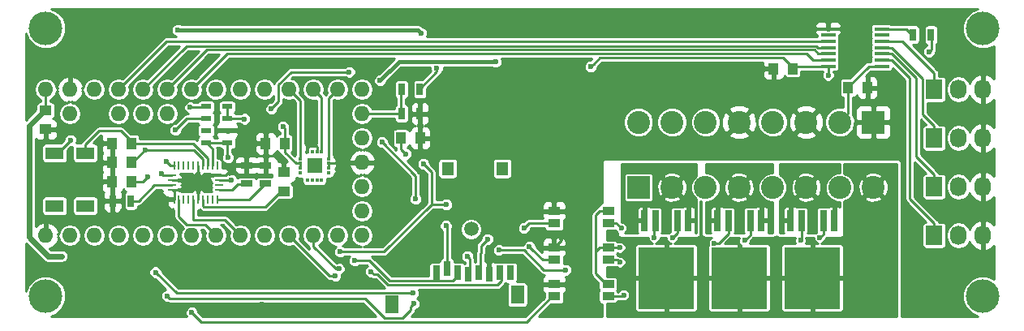
<source format=gbr>
G04 #@! TF.FileFunction,Copper,L2,Bot,Signal*
%FSLAX46Y46*%
G04 Gerber Fmt 4.6, Leading zero omitted, Abs format (unit mm)*
G04 Created by KiCad (PCBNEW 4.0.1-stable) date 3/12/2016 5:35:57 PM*
%MOMM*%
G01*
G04 APERTURE LIST*
%ADD10C,0.100000*%
%ADD11C,2.400000*%
%ADD12R,2.400000X2.400000*%
%ADD13R,1.000000X1.250000*%
%ADD14R,0.250000X0.875000*%
%ADD15R,0.875000X0.250000*%
%ADD16O,1.600000X1.600000*%
%ADD17R,1.727200X2.032000*%
%ADD18O,1.727200X2.032000*%
%ADD19C,1.500000*%
%ADD20R,0.300000X0.400000*%
%ADD21R,0.400000X0.300000*%
%ADD22R,1.600000X1.600000*%
%ADD23R,1.100000X0.600000*%
%ADD24R,1.300000X0.900000*%
%ADD25R,1.550000X0.300000*%
%ADD26R,1.900000X1.300000*%
%ADD27C,3.500000*%
%ADD28R,1.250000X1.000000*%
%ADD29R,0.700000X1.300000*%
%ADD30R,1.300000X0.700000*%
%ADD31R,0.800000X2.200000*%
%ADD32R,5.800000X6.400000*%
%ADD33R,0.800000X1.500000*%
%ADD34R,1.300000X1.400000*%
%ADD35R,1.400000X1.900000*%
%ADD36C,0.600000*%
%ADD37C,0.254000*%
%ADD38C,0.406400*%
%ADD39C,0.609600*%
G04 APERTURE END LIST*
D10*
D11*
X158100000Y-106300000D03*
X161600000Y-106300000D03*
X154600000Y-106300000D03*
X151100000Y-106300000D03*
X147600000Y-106300000D03*
X144100000Y-106300000D03*
D12*
X165100000Y-106300000D03*
D11*
X140600000Y-106300000D03*
D13*
X156700000Y-100700000D03*
X154700000Y-100700000D03*
D14*
X96650000Y-110837500D03*
D15*
X96862500Y-111850000D03*
X96862500Y-112350000D03*
X96862500Y-112850000D03*
X96862500Y-113350000D03*
D14*
X96650000Y-114362500D03*
X96150000Y-114362500D03*
X95650000Y-114362500D03*
X95150000Y-114362500D03*
X94650000Y-114362500D03*
X94150000Y-114362500D03*
X93650000Y-114362500D03*
X93150000Y-114362500D03*
X92650000Y-114362500D03*
X92150000Y-114362500D03*
D15*
X91937500Y-113350000D03*
X91937500Y-112850000D03*
X91937500Y-112350000D03*
X91937500Y-111850000D03*
D14*
X92150000Y-110837500D03*
X92650000Y-110837500D03*
X93150000Y-110837500D03*
X93650000Y-110837500D03*
X94150000Y-110837500D03*
X94650000Y-110837500D03*
X95150000Y-110837500D03*
X95650000Y-110837500D03*
X96150000Y-110837500D03*
D16*
X78740000Y-118110000D03*
X81280000Y-118110000D03*
X83820000Y-118110000D03*
X86360000Y-118110000D03*
X88900000Y-118110000D03*
X91440000Y-118110000D03*
X93980000Y-118110000D03*
X96520000Y-118110000D03*
X99060000Y-118110000D03*
X101600000Y-118110000D03*
X104140000Y-118110000D03*
X106680000Y-118110000D03*
X109220000Y-118110000D03*
X111760000Y-118110000D03*
X111760000Y-102870000D03*
X109220000Y-102870000D03*
X106680000Y-102870000D03*
X104140000Y-102870000D03*
X101600000Y-102870000D03*
X99060000Y-102870000D03*
X96520000Y-102870000D03*
X93980000Y-102870000D03*
X91440000Y-102870000D03*
X88900000Y-102870000D03*
X86360000Y-102870000D03*
X83820000Y-102870000D03*
X81280000Y-102870000D03*
X78740000Y-102870000D03*
X111760000Y-115570000D03*
X111760000Y-113030000D03*
X111760000Y-110490000D03*
X111760000Y-107950000D03*
X111760000Y-105410000D03*
X81280000Y-105410000D03*
X86360000Y-105410000D03*
X88900000Y-105410000D03*
X91440000Y-105410000D03*
D17*
X171450000Y-118110000D03*
D18*
X173990000Y-118110000D03*
X176530000Y-118110000D03*
D19*
X123135000Y-117460000D03*
D17*
X171450000Y-102870000D03*
D18*
X173990000Y-102870000D03*
X176530000Y-102870000D03*
D17*
X171450000Y-107950000D03*
D18*
X173990000Y-107950000D03*
X176530000Y-107950000D03*
D17*
X171450000Y-113030000D03*
D18*
X173990000Y-113030000D03*
X176530000Y-113030000D03*
D11*
X147600000Y-113100000D03*
X144100000Y-113100000D03*
X151100000Y-113100000D03*
X154600000Y-113100000D03*
X158100000Y-113100000D03*
X161600000Y-113100000D03*
D12*
X140600000Y-113100000D03*
D11*
X165100000Y-113100000D03*
D20*
X106050000Y-109350000D03*
X106550000Y-109350000D03*
X107050000Y-109350000D03*
X107550000Y-109350000D03*
D21*
X108300000Y-110100000D03*
X108300000Y-110600000D03*
X108300000Y-111100000D03*
X108300000Y-111600000D03*
D20*
X107550000Y-112350000D03*
X107050000Y-112350000D03*
X106550000Y-112350000D03*
X106050000Y-112350000D03*
D21*
X105300000Y-111600000D03*
X105300000Y-111100000D03*
X105300000Y-110600000D03*
X105300000Y-110100000D03*
D22*
X106800000Y-110850000D03*
D23*
X97704000Y-104668000D03*
X97704000Y-105918000D03*
X97704000Y-107168000D03*
X97704000Y-108418000D03*
X95504000Y-108418000D03*
X95504000Y-107168000D03*
X95504000Y-105918000D03*
X95504000Y-104668000D03*
D24*
X137445000Y-124460000D03*
X131795000Y-124460000D03*
X137445000Y-123190000D03*
X131795000Y-123190000D03*
X137445000Y-120650000D03*
X131795000Y-120650000D03*
X137445000Y-119380000D03*
X131795000Y-119380000D03*
X137445000Y-116840000D03*
X131795000Y-116840000D03*
X137445000Y-115570000D03*
X131795000Y-115570000D03*
D25*
X165995000Y-100450000D03*
X160395000Y-100450000D03*
X165995000Y-99800000D03*
X160395000Y-99800000D03*
X165995000Y-99150000D03*
X160395000Y-99150000D03*
X165995000Y-98500000D03*
X160395000Y-98500000D03*
X165995000Y-97850000D03*
X160395000Y-97850000D03*
X165995000Y-97200000D03*
X160395000Y-97200000D03*
X165995000Y-96550000D03*
X160395000Y-96550000D03*
D26*
X79680000Y-109518000D03*
X82880000Y-109518000D03*
X79680000Y-115018000D03*
X82880000Y-115018000D03*
D27*
X176530000Y-96520000D03*
X176530000Y-124460000D03*
X78740000Y-124460000D03*
X78740000Y-96520000D03*
D13*
X115840000Y-107950000D03*
X117840000Y-107950000D03*
X103700000Y-108500000D03*
X101700000Y-108500000D03*
X162500000Y-102700000D03*
X164500000Y-102700000D03*
X85700000Y-112500000D03*
X87700000Y-112500000D03*
D28*
X103600000Y-111522000D03*
X103600000Y-113522000D03*
D13*
X85700000Y-108500000D03*
X87700000Y-108500000D03*
X85700000Y-110500000D03*
X87700000Y-110500000D03*
D28*
X78740000Y-105045000D03*
X78740000Y-107045000D03*
D29*
X171130000Y-97155000D03*
X169230000Y-97155000D03*
X115890000Y-102870000D03*
X117790000Y-102870000D03*
X117790000Y-105410000D03*
X115890000Y-105410000D03*
X87650000Y-114500000D03*
X85750000Y-114500000D03*
D30*
X101700000Y-112700000D03*
X101700000Y-110800000D03*
X99700000Y-112700000D03*
X99700000Y-110800000D03*
D31*
X148850000Y-116555000D03*
D32*
X151130000Y-122555000D03*
D31*
X153410000Y-116555000D03*
X149990000Y-116555000D03*
X152270000Y-116555000D03*
X156470000Y-116555000D03*
D32*
X158750000Y-122555000D03*
D31*
X161030000Y-116555000D03*
X157610000Y-116555000D03*
X159890000Y-116555000D03*
X141230000Y-116555000D03*
D32*
X143510000Y-122555000D03*
D31*
X145790000Y-116555000D03*
X142370000Y-116555000D03*
X144650000Y-116555000D03*
D33*
X119500000Y-122000000D03*
X120600000Y-121600000D03*
X121700000Y-122000000D03*
X122800000Y-122200000D03*
X123900000Y-122000000D03*
X125000000Y-122200000D03*
X126100000Y-122000000D03*
X127200000Y-122000000D03*
D34*
X126390000Y-111140000D03*
X120690000Y-111140000D03*
D35*
X127990000Y-124290000D03*
X114840000Y-125290000D03*
D36*
X137000000Y-107600000D03*
X122750000Y-120300000D03*
X135619560Y-100500000D03*
X160400000Y-101375000D03*
X170925000Y-98925000D03*
X98150000Y-112350000D03*
X116332000Y-109601000D03*
X99475000Y-105950000D03*
X97790000Y-109982000D03*
X103500000Y-106750000D03*
X89400000Y-112000000D03*
X132000000Y-103200000D03*
X128700000Y-122550000D03*
X101346000Y-125256430D03*
X128500000Y-114000000D03*
X116800000Y-122250000D03*
X114500000Y-100000000D03*
X132588000Y-118364000D03*
X87122000Y-120650000D03*
X87675000Y-100450000D03*
X112950000Y-114550000D03*
X89100000Y-109175000D03*
X81350000Y-108175000D03*
X119575000Y-100655620D03*
X117900000Y-96975000D03*
X92550000Y-96675000D03*
X80425000Y-120275000D03*
X138684000Y-119380000D03*
X110432022Y-101050890D03*
X102300000Y-104900000D03*
X125700000Y-100000000D03*
X113650000Y-101950000D03*
X133000000Y-121700000D03*
X126050000Y-119650000D03*
X92285085Y-107095580D03*
X91355220Y-110400000D03*
X90800000Y-111700000D03*
X93825000Y-104750000D03*
X94000000Y-126150000D03*
X129229420Y-119289047D03*
X117150000Y-125250000D03*
X91431761Y-124425448D03*
X90200000Y-121950000D03*
X117100000Y-124150000D03*
X128650000Y-117350000D03*
X159512000Y-118364000D03*
X151691676Y-118643421D03*
X144145000Y-118364000D03*
X109342097Y-121587286D03*
X108968576Y-122307547D03*
X111000000Y-120750000D03*
X112700000Y-121900000D03*
X120550000Y-114900000D03*
X124850000Y-118500000D03*
X109480651Y-119797280D03*
X118155125Y-110647483D03*
X120510088Y-117104453D03*
X113836827Y-108381672D03*
X117350000Y-114300000D03*
X157541415Y-118643421D03*
X139065000Y-124333000D03*
X148497745Y-118902588D03*
X138684000Y-120904000D03*
X142240000Y-118364000D03*
X138811000Y-117348000D03*
D37*
X123000000Y-122050000D02*
X123000000Y-120550000D01*
X123000000Y-120550000D02*
X122750000Y-120300000D01*
X136566801Y-99552759D02*
X135919559Y-100200001D01*
X155677759Y-99552759D02*
X136566801Y-99552759D01*
X135919559Y-100200001D02*
X135619560Y-100500000D01*
X156700000Y-100575000D02*
X155677759Y-99552759D01*
X156700000Y-100700000D02*
X156700000Y-100575000D01*
X160395000Y-100450000D02*
X156950000Y-100450000D01*
X156950000Y-100450000D02*
X156700000Y-100700000D01*
X160400000Y-101375000D02*
X160400000Y-100455000D01*
X160400000Y-100455000D02*
X160395000Y-100450000D01*
X171180760Y-97155000D02*
X171180760Y-98669240D01*
X171180760Y-98669240D02*
X170925000Y-98925000D01*
X96862500Y-112350000D02*
X98150000Y-112350000D01*
X160388000Y-100457000D02*
X160395000Y-100450000D01*
X115839240Y-107950000D02*
X115839240Y-109108240D01*
X115839240Y-109108240D02*
X116332000Y-109601000D01*
X97704000Y-105918000D02*
X99443000Y-105918000D01*
X99443000Y-105918000D02*
X99475000Y-105950000D01*
X97704000Y-105918000D02*
X97704000Y-104668000D01*
X97704000Y-108418000D02*
X97704000Y-109896000D01*
X97704000Y-109896000D02*
X97790000Y-109982000D01*
X97704000Y-108418000D02*
X95504000Y-108418000D01*
X96150000Y-110837500D02*
X96150000Y-109064000D01*
X96150000Y-109064000D02*
X95504000Y-108418000D01*
X103700760Y-108500000D02*
X103700760Y-106950760D01*
X103700760Y-106950760D02*
X103500000Y-106750000D01*
X105300000Y-111100000D02*
X105300000Y-110600000D01*
X103700760Y-108500000D02*
X103700760Y-109454760D01*
X103700760Y-109454760D02*
X104846000Y-110600000D01*
X104846000Y-110600000D02*
X105300000Y-110600000D01*
X87700760Y-112500000D02*
X88900000Y-112500000D01*
X88900000Y-112500000D02*
X89400000Y-112000000D01*
X96862500Y-111850000D02*
X97554000Y-111850000D01*
X97554000Y-111850000D02*
X98654760Y-110749240D01*
X98654760Y-110749240D02*
X99700000Y-110749240D01*
X96862500Y-111850000D02*
X96171000Y-111850000D01*
X96171000Y-111850000D02*
X96146000Y-111825000D01*
X94650000Y-111500000D02*
X92800000Y-113350000D01*
X92800000Y-113350000D02*
X91937500Y-113350000D01*
X94650000Y-114362500D02*
X94650000Y-113671000D01*
X94650000Y-111500000D02*
X94650000Y-112050000D01*
X85699240Y-110500000D02*
X85699240Y-108500000D01*
X132588000Y-118364000D02*
X132588000Y-118587000D01*
X132588000Y-118587000D02*
X131795000Y-119380000D01*
X92150000Y-114362500D02*
X92150000Y-113562500D01*
X92150000Y-113562500D02*
X91937500Y-113350000D01*
X91937500Y-113350000D02*
X92629000Y-113350000D01*
X92629000Y-113350000D02*
X92650000Y-113329000D01*
X91937500Y-112350000D02*
X92629000Y-112350000D01*
X94650000Y-110837500D02*
X94650000Y-111500000D01*
X106050000Y-109350000D02*
X106050000Y-108896000D01*
X106973799Y-108819799D02*
X107050000Y-108896000D01*
X106050000Y-108896000D02*
X106126201Y-108819799D01*
X106126201Y-108819799D02*
X106973799Y-108819799D01*
X107050000Y-108896000D02*
X107050000Y-109350000D01*
X108300000Y-111100000D02*
X108300000Y-110600000D01*
X108300000Y-110600000D02*
X111650000Y-110600000D01*
X111650000Y-110600000D02*
X111760000Y-110490000D01*
X105300000Y-110100000D02*
X105300000Y-104030000D01*
X105300000Y-104030000D02*
X104140000Y-102870000D01*
X107550000Y-109350000D02*
X107550000Y-103740000D01*
X107550000Y-103740000D02*
X106680000Y-102870000D01*
X108300000Y-110100000D02*
X108300000Y-103790000D01*
X108300000Y-103790000D02*
X109220000Y-102870000D01*
X162500000Y-102700000D02*
X162500000Y-105400000D01*
X162500000Y-105400000D02*
X161600000Y-106300000D01*
X162500000Y-102700000D02*
X162500000Y-102575000D01*
X162500000Y-102575000D02*
X164625000Y-100450000D01*
X164625000Y-100450000D02*
X165995000Y-100450000D01*
X103378000Y-113522760D02*
X103253540Y-113522760D01*
X103253540Y-113522760D02*
X101646099Y-115130201D01*
X101646099Y-115130201D02*
X95226201Y-115130201D01*
X95226201Y-115130201D02*
X95150000Y-115054000D01*
X95150000Y-115054000D02*
X95150000Y-114362500D01*
X94115955Y-108500000D02*
X87700760Y-108500000D01*
X87700760Y-108298627D02*
X87700760Y-108375540D01*
X86591481Y-107189348D02*
X87700760Y-108298627D01*
X82880000Y-109518000D02*
X82880000Y-108614000D01*
X84304652Y-107189348D02*
X86591481Y-107189348D01*
X82880000Y-108614000D02*
X84304652Y-107189348D01*
X95650000Y-110034045D02*
X94115955Y-108500000D01*
X95650000Y-110837500D02*
X95650000Y-110034045D01*
X95150000Y-110837500D02*
X95150000Y-110146000D01*
X95150000Y-110146000D02*
X94179000Y-109175000D01*
X94179000Y-109175000D02*
X89100000Y-109175000D01*
X87700760Y-110500000D02*
X87775000Y-110500000D01*
X87775000Y-110500000D02*
X89100000Y-109175000D01*
X79680000Y-109518000D02*
X80007000Y-109518000D01*
X80007000Y-109518000D02*
X81350000Y-108175000D01*
X119575000Y-101011300D02*
X119575000Y-100655620D01*
X117840760Y-102745540D02*
X119575000Y-101011300D01*
X117840760Y-102870000D02*
X117840760Y-102745540D01*
D38*
X117600000Y-96675000D02*
X117900000Y-96975000D01*
X92550000Y-96675000D02*
X117600000Y-96675000D01*
D39*
X77000000Y-118305842D02*
X77000000Y-106659780D01*
X77000000Y-106659780D02*
X78615540Y-105044240D01*
X78615540Y-105044240D02*
X78740000Y-105044240D01*
X80425000Y-120275000D02*
X78969158Y-120275000D01*
X78969158Y-120275000D02*
X77000000Y-118305842D01*
D37*
X78740000Y-105044240D02*
X78740000Y-102870000D01*
X137445000Y-119380000D02*
X138684000Y-119380000D01*
X137445000Y-115570000D02*
X136541000Y-115570000D01*
X136541000Y-115570000D02*
X136144000Y-115967000D01*
X136144000Y-115967000D02*
X136144000Y-119777000D01*
X136144000Y-122089000D02*
X136144000Y-119777000D01*
X136144000Y-119777000D02*
X136541000Y-119380000D01*
X136541000Y-119380000D02*
X137445000Y-119380000D01*
X137445000Y-123190000D02*
X137245000Y-123190000D01*
X137245000Y-123190000D02*
X136144000Y-122089000D01*
X168910000Y-101686000D02*
X168910000Y-114300000D01*
X168910000Y-114300000D02*
X171450000Y-116840000D01*
X171450000Y-116840000D02*
X171450000Y-118110000D01*
X165995000Y-99800000D02*
X167024000Y-99800000D01*
X167024000Y-99800000D02*
X168910000Y-101686000D01*
X169545000Y-101671000D02*
X169545000Y-109855000D01*
X169545000Y-109855000D02*
X171450000Y-111760000D01*
X171450000Y-111760000D02*
X171450000Y-113030000D01*
X165995000Y-99150000D02*
X167024000Y-99150000D01*
X167024000Y-99150000D02*
X169545000Y-101671000D01*
X165995000Y-98500000D02*
X167024000Y-98500000D01*
X171450000Y-106680000D02*
X171450000Y-107950000D01*
X167024000Y-98500000D02*
X170256199Y-101732199D01*
X170256199Y-101732199D02*
X170256199Y-105486199D01*
X170256199Y-105486199D02*
X171450000Y-106680000D01*
X165995000Y-97850000D02*
X168154658Y-97850000D01*
X168154658Y-97850000D02*
X171450000Y-101145342D01*
X171450000Y-101145342D02*
X171450000Y-102870000D01*
X104361596Y-101050890D02*
X110432022Y-101050890D01*
X103060599Y-102351887D02*
X104361596Y-101050890D01*
X103060599Y-104139401D02*
X103060599Y-102351887D01*
X102300000Y-104900000D02*
X103060599Y-104139401D01*
D38*
X115600000Y-100000000D02*
X125700000Y-100000000D01*
X113650000Y-101950000D02*
X115600000Y-100000000D01*
D37*
X132575736Y-121700000D02*
X133000000Y-121700000D01*
X130711888Y-121700000D02*
X132575736Y-121700000D01*
X126050000Y-119650000D02*
X128661888Y-119650000D01*
X128661888Y-119650000D02*
X130711888Y-121700000D01*
X93462665Y-105918000D02*
X92285085Y-107095580D01*
X95504000Y-105918000D02*
X93462665Y-105918000D01*
X91355220Y-110421720D02*
X91355220Y-110400000D01*
X91771000Y-110837500D02*
X91355220Y-110421720D01*
X92150000Y-110837500D02*
X91771000Y-110837500D01*
X91937500Y-111850000D02*
X90950000Y-111850000D01*
X90950000Y-111850000D02*
X90800000Y-111700000D01*
X93825000Y-104750000D02*
X95422000Y-104750000D01*
X95422000Y-104750000D02*
X95504000Y-104668000D01*
X131595000Y-124460000D02*
X128919188Y-127135812D01*
X128919188Y-127135812D02*
X94985812Y-127135812D01*
X94985812Y-127135812D02*
X94000000Y-126150000D01*
X131795000Y-124460000D02*
X131595000Y-124460000D01*
X131795000Y-120650000D02*
X130590373Y-120650000D01*
X129529419Y-119589046D02*
X129229420Y-119289047D01*
X130590373Y-120650000D02*
X129529419Y-119589046D01*
X117150000Y-125250000D02*
X116850001Y-125549999D01*
X116850001Y-125549999D02*
X116850001Y-125852921D01*
X112074088Y-124677010D02*
X91683323Y-124677010D01*
X116850001Y-125852921D02*
X115973521Y-126729401D01*
X91683323Y-124677010D02*
X91431761Y-124425448D01*
X115973521Y-126729401D02*
X114126479Y-126729401D01*
X114126479Y-126729401D02*
X112074088Y-124677010D01*
X117100000Y-124150000D02*
X92400000Y-124150000D01*
X92400000Y-124150000D02*
X90200000Y-121950000D01*
X131795000Y-116840000D02*
X129160000Y-116840000D01*
X129160000Y-116840000D02*
X128650000Y-117350000D01*
X165995000Y-96550000D02*
X168574240Y-96550000D01*
X168574240Y-96550000D02*
X169179240Y-97155000D01*
X159890000Y-116555000D02*
X159890000Y-117986000D01*
X159890000Y-117986000D02*
X159512000Y-118364000D01*
X152270000Y-118065097D02*
X151691676Y-118643421D01*
X152270000Y-116555000D02*
X152270000Y-118065097D01*
X144650000Y-116555000D02*
X144650000Y-117859000D01*
X144650000Y-117859000D02*
X144145000Y-118364000D01*
X115839240Y-102870000D02*
X115839240Y-105410000D01*
X111760000Y-105410000D02*
X115839240Y-105410000D01*
X94150000Y-114362500D02*
X94150000Y-116502000D01*
X94150000Y-116502000D02*
X94170500Y-116522500D01*
X94170500Y-116522500D02*
X97472500Y-116522500D01*
X97472500Y-116522500D02*
X99060000Y-118110000D01*
X87700760Y-114500000D02*
X88455140Y-114500000D01*
X88455140Y-114500000D02*
X90105140Y-112850000D01*
X90105140Y-112850000D02*
X91937500Y-112850000D01*
X101700000Y-112750760D02*
X101575540Y-112750760D01*
X101575540Y-112750760D02*
X99963800Y-114362500D01*
X99963800Y-114362500D02*
X96650000Y-114362500D01*
X99700000Y-112750760D02*
X98821160Y-112750760D01*
X98821160Y-112750760D02*
X98221920Y-113350000D01*
X98221920Y-113350000D02*
X96862500Y-113350000D01*
X109025916Y-121587286D02*
X109342097Y-121587286D01*
X106680000Y-119241370D02*
X109025916Y-121587286D01*
X106680000Y-118110000D02*
X106680000Y-119241370D01*
X108337547Y-122307547D02*
X108968576Y-122307547D01*
X104140000Y-118110000D02*
X108337547Y-122307547D01*
X92650000Y-116156593D02*
X92650000Y-114362500D01*
X93473118Y-116979711D02*
X92650000Y-116156593D01*
X95389711Y-116979711D02*
X93473118Y-116979711D01*
X96520000Y-118110000D02*
X95389711Y-116979711D01*
X121900000Y-121850000D02*
X121900000Y-122200000D01*
X121900000Y-122200000D02*
X121220599Y-122879401D01*
X121220599Y-122879401D02*
X114628927Y-122879401D01*
X112499526Y-120750000D02*
X111000000Y-120750000D01*
X114628927Y-122879401D02*
X112499526Y-120750000D01*
X126300000Y-121850000D02*
X126300000Y-122854000D01*
X125868188Y-123285812D02*
X114460587Y-123285812D01*
X112999999Y-122199999D02*
X112700000Y-121900000D01*
X114460587Y-123285812D02*
X113374774Y-122199999D01*
X113374774Y-122199999D02*
X112999999Y-122199999D01*
X126300000Y-122854000D02*
X125868188Y-123285812D01*
X124100000Y-121850000D02*
X124100000Y-119990000D01*
X120550000Y-114900000D02*
X120125736Y-114900000D01*
X120125736Y-114900000D02*
X120105736Y-114880000D01*
X120105736Y-114880000D02*
X118990000Y-114880000D01*
X124100000Y-119990000D02*
X124164401Y-119925599D01*
X124164401Y-119925599D02*
X124164401Y-119185599D01*
X124164401Y-119185599D02*
X124850000Y-118500000D01*
X118990000Y-114880000D02*
X114072720Y-119797280D01*
X118990000Y-111482358D02*
X118990000Y-114880000D01*
X114072720Y-119797280D02*
X109480651Y-119797280D01*
X118990000Y-111482358D02*
X118155125Y-110647483D01*
X117350000Y-111894845D02*
X117350000Y-114300000D01*
X113836827Y-108381672D02*
X117350000Y-111894845D01*
X120600000Y-121600000D02*
X120600000Y-117194365D01*
X120600000Y-117194365D02*
X120510088Y-117104453D01*
X158127690Y-99146348D02*
X97703652Y-99146348D01*
X160395000Y-99800000D02*
X158781342Y-99800000D01*
X158781342Y-99800000D02*
X158127690Y-99146348D01*
X97703652Y-99146348D02*
X93980000Y-102870000D01*
X159366000Y-99150000D02*
X160395000Y-99150000D01*
X95570063Y-98739937D02*
X158955937Y-98739937D01*
X91440000Y-102870000D02*
X95570063Y-98739937D01*
X158955937Y-98739937D02*
X159366000Y-99150000D01*
X93436474Y-98333526D02*
X159199526Y-98333526D01*
X159366000Y-98500000D02*
X160395000Y-98500000D01*
X159199526Y-98333526D02*
X159366000Y-98500000D01*
X88900000Y-102870000D02*
X93436474Y-98333526D01*
X91380000Y-97850000D02*
X160395000Y-97850000D01*
X86360000Y-102870000D02*
X91380000Y-97850000D01*
X157610000Y-118574836D02*
X157541415Y-118643421D01*
X157610000Y-116555000D02*
X157610000Y-118574836D01*
X137445000Y-124460000D02*
X138938000Y-124460000D01*
X138938000Y-124460000D02*
X139065000Y-124333000D01*
X148996412Y-118902588D02*
X148497745Y-118902588D01*
X149990000Y-117909000D02*
X148996412Y-118902588D01*
X149990000Y-116555000D02*
X149990000Y-117909000D01*
X137445000Y-120650000D02*
X138430000Y-120650000D01*
X138430000Y-120650000D02*
X138684000Y-120904000D01*
X142240000Y-118364000D02*
X142240000Y-116685000D01*
X142240000Y-116685000D02*
X142370000Y-116555000D01*
X138349000Y-116840000D02*
X138349000Y-116886000D01*
X138349000Y-116886000D02*
X138811000Y-117348000D01*
X137445000Y-116840000D02*
X138349000Y-116840000D01*
G36*
X175324462Y-94712373D02*
X174724479Y-95311309D01*
X174399370Y-96094258D01*
X174398631Y-96942022D01*
X174722373Y-97725538D01*
X175321309Y-98325521D01*
X176104258Y-98650630D01*
X176952022Y-98651369D01*
X177673000Y-98353467D01*
X177673000Y-101788965D01*
X177432036Y-101519268D01*
X176904791Y-101265291D01*
X176889026Y-101262642D01*
X176657000Y-101383783D01*
X176657000Y-102743000D01*
X176677000Y-102743000D01*
X176677000Y-102997000D01*
X176657000Y-102997000D01*
X176657000Y-104356217D01*
X176889026Y-104477358D01*
X176904791Y-104474709D01*
X177432036Y-104220732D01*
X177673000Y-103951035D01*
X177673000Y-106868965D01*
X177432036Y-106599268D01*
X176904791Y-106345291D01*
X176889026Y-106342642D01*
X176657000Y-106463783D01*
X176657000Y-107823000D01*
X176677000Y-107823000D01*
X176677000Y-108077000D01*
X176657000Y-108077000D01*
X176657000Y-109436217D01*
X176889026Y-109557358D01*
X176904791Y-109554709D01*
X177432036Y-109300732D01*
X177673000Y-109031035D01*
X177673000Y-111948965D01*
X177432036Y-111679268D01*
X176904791Y-111425291D01*
X176889026Y-111422642D01*
X176657000Y-111543783D01*
X176657000Y-112903000D01*
X176677000Y-112903000D01*
X176677000Y-113157000D01*
X176657000Y-113157000D01*
X176657000Y-114516217D01*
X176889026Y-114637358D01*
X176904791Y-114634709D01*
X177432036Y-114380732D01*
X177673000Y-114111035D01*
X177673000Y-117028965D01*
X177432036Y-116759268D01*
X176904791Y-116505291D01*
X176889026Y-116502642D01*
X176657000Y-116623783D01*
X176657000Y-117983000D01*
X176677000Y-117983000D01*
X176677000Y-118237000D01*
X176657000Y-118237000D01*
X176657000Y-119596217D01*
X176889026Y-119717358D01*
X176904791Y-119714709D01*
X177432036Y-119460732D01*
X177673000Y-119191035D01*
X177673000Y-122627202D01*
X176955742Y-122329370D01*
X176107978Y-122328631D01*
X175324462Y-122652373D01*
X174724479Y-123251309D01*
X174399370Y-124034258D01*
X174398631Y-124882022D01*
X174722373Y-125665538D01*
X175321309Y-126265521D01*
X175991961Y-126544000D01*
X168021000Y-126544000D01*
X168021000Y-110490000D01*
X167994944Y-110351523D01*
X167913104Y-110224340D01*
X167788230Y-110139017D01*
X167640000Y-110109000D01*
X137160000Y-110109000D01*
X137021523Y-110135056D01*
X136894340Y-110216896D01*
X136809017Y-110341770D01*
X136779000Y-110490000D01*
X136779000Y-114734547D01*
X136653810Y-114758103D01*
X136524135Y-114841546D01*
X136437141Y-114968866D01*
X136413131Y-115087435D01*
X136346597Y-115100669D01*
X136181790Y-115210790D01*
X135784790Y-115607790D01*
X135674669Y-115772597D01*
X135636000Y-115967000D01*
X135636000Y-122089000D01*
X135674669Y-122283403D01*
X135784790Y-122448210D01*
X136406536Y-123069956D01*
X136406536Y-123640000D01*
X136433103Y-123781190D01*
X136460802Y-123824236D01*
X136437141Y-123858866D01*
X136406536Y-124010000D01*
X136406536Y-124910000D01*
X136433103Y-125051190D01*
X136516546Y-125180865D01*
X136643866Y-125267859D01*
X136779000Y-125295224D01*
X136779000Y-126544000D01*
X130229420Y-126544000D01*
X131474957Y-125298464D01*
X132445000Y-125298464D01*
X132586190Y-125271897D01*
X132715865Y-125188454D01*
X132802859Y-125061134D01*
X132833464Y-124910000D01*
X132833464Y-124149562D01*
X132983327Y-123999698D01*
X133080000Y-123766309D01*
X133080000Y-123475750D01*
X132921250Y-123317000D01*
X131922000Y-123317000D01*
X131922000Y-123337000D01*
X131668000Y-123337000D01*
X131668000Y-123317000D01*
X130668750Y-123317000D01*
X130510000Y-123475750D01*
X130510000Y-123766309D01*
X130606673Y-123999698D01*
X130756536Y-124149562D01*
X130756536Y-124580043D01*
X128792580Y-126544000D01*
X116877342Y-126544000D01*
X117209211Y-126212131D01*
X117319332Y-126047324D01*
X117347603Y-125905195D01*
X117535252Y-125827661D01*
X117726987Y-125636259D01*
X117830882Y-125386054D01*
X117831118Y-125115135D01*
X117727661Y-124864748D01*
X117538124Y-124674881D01*
X117676987Y-124536259D01*
X117780882Y-124286054D01*
X117781118Y-124015135D01*
X117689670Y-123793812D01*
X125868188Y-123793812D01*
X126062591Y-123755143D01*
X126227398Y-123645022D01*
X126659210Y-123213211D01*
X126719982Y-123122260D01*
X126800000Y-123138464D01*
X126966579Y-123138464D01*
X126932141Y-123188866D01*
X126901536Y-123340000D01*
X126901536Y-125240000D01*
X126928103Y-125381190D01*
X127011546Y-125510865D01*
X127138866Y-125597859D01*
X127290000Y-125628464D01*
X128690000Y-125628464D01*
X128831190Y-125601897D01*
X128960865Y-125518454D01*
X129047859Y-125391134D01*
X129078464Y-125240000D01*
X129078464Y-123340000D01*
X129051897Y-123198810D01*
X128968454Y-123069135D01*
X128841134Y-122982141D01*
X128690000Y-122951536D01*
X127923421Y-122951536D01*
X127957859Y-122901134D01*
X127988464Y-122750000D01*
X127988464Y-121250000D01*
X127961897Y-121108810D01*
X127878454Y-120979135D01*
X127751134Y-120892141D01*
X127600000Y-120861536D01*
X126800000Y-120861536D01*
X126658810Y-120888103D01*
X126651813Y-120892605D01*
X126651134Y-120892141D01*
X126500000Y-120861536D01*
X125700000Y-120861536D01*
X125657818Y-120869473D01*
X125526309Y-120815000D01*
X125285750Y-120815000D01*
X125127000Y-120973750D01*
X125127000Y-122073000D01*
X125147000Y-122073000D01*
X125147000Y-122327000D01*
X125127000Y-122327000D01*
X125127000Y-122347000D01*
X124873000Y-122347000D01*
X124873000Y-122327000D01*
X124853000Y-122327000D01*
X124853000Y-122073000D01*
X124873000Y-122073000D01*
X124873000Y-120973750D01*
X124714250Y-120815000D01*
X124608000Y-120815000D01*
X124608000Y-120158512D01*
X124633732Y-120120002D01*
X124672401Y-119925599D01*
X124672401Y-119784865D01*
X125368882Y-119784865D01*
X125472339Y-120035252D01*
X125663741Y-120226987D01*
X125913946Y-120330882D01*
X126184865Y-120331118D01*
X126435252Y-120227661D01*
X126505034Y-120158000D01*
X128451468Y-120158000D01*
X130352678Y-122059210D01*
X130517485Y-122169331D01*
X130711888Y-122208000D01*
X130778974Y-122208000D01*
X130606673Y-122380302D01*
X130510000Y-122613691D01*
X130510000Y-122904250D01*
X130668750Y-123063000D01*
X131668000Y-123063000D01*
X131668000Y-123043000D01*
X131922000Y-123043000D01*
X131922000Y-123063000D01*
X132921250Y-123063000D01*
X133080000Y-122904250D01*
X133080000Y-122613691D01*
X132983610Y-122380986D01*
X133134865Y-122381118D01*
X133385252Y-122277661D01*
X133576987Y-122086259D01*
X133680882Y-121836054D01*
X133681118Y-121565135D01*
X133577661Y-121314748D01*
X133386259Y-121123013D01*
X133136054Y-121019118D01*
X132865135Y-121018882D01*
X132833464Y-121031968D01*
X132833464Y-120339562D01*
X132983327Y-120189698D01*
X133080000Y-119956309D01*
X133080000Y-119665750D01*
X132921250Y-119507000D01*
X131922000Y-119507000D01*
X131922000Y-119527000D01*
X131668000Y-119527000D01*
X131668000Y-119507000D01*
X130668750Y-119507000D01*
X130510000Y-119665750D01*
X130510000Y-119851206D01*
X129910453Y-119251660D01*
X129910538Y-119154182D01*
X129807081Y-118903795D01*
X129707151Y-118803691D01*
X130510000Y-118803691D01*
X130510000Y-119094250D01*
X130668750Y-119253000D01*
X131668000Y-119253000D01*
X131668000Y-118453750D01*
X131922000Y-118453750D01*
X131922000Y-119253000D01*
X132921250Y-119253000D01*
X133080000Y-119094250D01*
X133080000Y-118803691D01*
X132983327Y-118570302D01*
X132804699Y-118391673D01*
X132571310Y-118295000D01*
X132080750Y-118295000D01*
X131922000Y-118453750D01*
X131668000Y-118453750D01*
X131509250Y-118295000D01*
X131018690Y-118295000D01*
X130785301Y-118391673D01*
X130606673Y-118570302D01*
X130510000Y-118803691D01*
X129707151Y-118803691D01*
X129615679Y-118712060D01*
X129365474Y-118608165D01*
X129094555Y-118607929D01*
X128844168Y-118711386D01*
X128652433Y-118902788D01*
X128553103Y-119142000D01*
X126505126Y-119142000D01*
X126436259Y-119073013D01*
X126186054Y-118969118D01*
X125915135Y-118968882D01*
X125664748Y-119072339D01*
X125473013Y-119263741D01*
X125369118Y-119513946D01*
X125368882Y-119784865D01*
X124672401Y-119784865D01*
X124672401Y-119396019D01*
X124887387Y-119181033D01*
X124984865Y-119181118D01*
X125235252Y-119077661D01*
X125426987Y-118886259D01*
X125530882Y-118636054D01*
X125531118Y-118365135D01*
X125427661Y-118114748D01*
X125236259Y-117923013D01*
X124986054Y-117819118D01*
X124715135Y-117818882D01*
X124464748Y-117922339D01*
X124273013Y-118113741D01*
X124169118Y-118363946D01*
X124169032Y-118462547D01*
X123805191Y-118826389D01*
X123695070Y-118991196D01*
X123656401Y-119185599D01*
X123656401Y-119757087D01*
X123630669Y-119795597D01*
X123592000Y-119990000D01*
X123592000Y-120861536D01*
X123508000Y-120861536D01*
X123508000Y-120550000D01*
X123469331Y-120355597D01*
X123469331Y-120355596D01*
X123431002Y-120298233D01*
X123431118Y-120165135D01*
X123327661Y-119914748D01*
X123136259Y-119723013D01*
X122886054Y-119619118D01*
X122615135Y-119618882D01*
X122364748Y-119722339D01*
X122173013Y-119913741D01*
X122069118Y-120163946D01*
X122068882Y-120434865D01*
X122172339Y-120685252D01*
X122363741Y-120876987D01*
X122492000Y-120930245D01*
X122492000Y-121061536D01*
X122431477Y-121061536D01*
X122378454Y-120979135D01*
X122251134Y-120892141D01*
X122100000Y-120861536D01*
X121388464Y-120861536D01*
X121388464Y-120850000D01*
X121361897Y-120708810D01*
X121278454Y-120579135D01*
X121151134Y-120492141D01*
X121108000Y-120483406D01*
X121108000Y-117683983D01*
X122003804Y-117683983D01*
X122175625Y-118099823D01*
X122493503Y-118418256D01*
X122909043Y-118590804D01*
X123358983Y-118591196D01*
X123774823Y-118419375D01*
X124093256Y-118101497D01*
X124265804Y-117685957D01*
X124265979Y-117484865D01*
X127968882Y-117484865D01*
X128072339Y-117735252D01*
X128263741Y-117926987D01*
X128513946Y-118030882D01*
X128784865Y-118031118D01*
X129035252Y-117927661D01*
X129226987Y-117736259D01*
X129330882Y-117486054D01*
X129330968Y-117387452D01*
X129370420Y-117348000D01*
X130767450Y-117348000D01*
X130783103Y-117431190D01*
X130866546Y-117560865D01*
X130993866Y-117647859D01*
X131145000Y-117678464D01*
X132445000Y-117678464D01*
X132586190Y-117651897D01*
X132715865Y-117568454D01*
X132802859Y-117441134D01*
X132833464Y-117290000D01*
X132833464Y-116529562D01*
X132983327Y-116379698D01*
X133080000Y-116146309D01*
X133080000Y-115855750D01*
X132921250Y-115697000D01*
X131922000Y-115697000D01*
X131922000Y-115717000D01*
X131668000Y-115717000D01*
X131668000Y-115697000D01*
X130668750Y-115697000D01*
X130510000Y-115855750D01*
X130510000Y-116146309D01*
X130586916Y-116332000D01*
X129160000Y-116332000D01*
X128965597Y-116370669D01*
X128800790Y-116480790D01*
X128612613Y-116668967D01*
X128515135Y-116668882D01*
X128264748Y-116772339D01*
X128073013Y-116963741D01*
X127969118Y-117213946D01*
X127968882Y-117484865D01*
X124265979Y-117484865D01*
X124266196Y-117236017D01*
X124094375Y-116820177D01*
X123776497Y-116501744D01*
X123360957Y-116329196D01*
X122911017Y-116328804D01*
X122495177Y-116500625D01*
X122176744Y-116818503D01*
X122004196Y-117234043D01*
X122003804Y-117683983D01*
X121108000Y-117683983D01*
X121108000Y-117440319D01*
X121190970Y-117240507D01*
X121191206Y-116969588D01*
X121087749Y-116719201D01*
X120896347Y-116527466D01*
X120646142Y-116423571D01*
X120375223Y-116423335D01*
X120124836Y-116526792D01*
X119933101Y-116718194D01*
X119829206Y-116968399D01*
X119828970Y-117239318D01*
X119932427Y-117489705D01*
X120092000Y-117649556D01*
X120092000Y-120481858D01*
X120058810Y-120488103D01*
X119929135Y-120571546D01*
X119842141Y-120698866D01*
X119811536Y-120850000D01*
X119811536Y-120861536D01*
X119100000Y-120861536D01*
X118958810Y-120888103D01*
X118829135Y-120971546D01*
X118742141Y-121098866D01*
X118711536Y-121250000D01*
X118711536Y-122371401D01*
X114839347Y-122371401D01*
X112858736Y-120390790D01*
X112730762Y-120305280D01*
X114072720Y-120305280D01*
X114267123Y-120266611D01*
X114431930Y-120156490D01*
X119200420Y-115388000D01*
X120025189Y-115388000D01*
X120087227Y-115400340D01*
X120163741Y-115476987D01*
X120413946Y-115580882D01*
X120684865Y-115581118D01*
X120935252Y-115477661D01*
X121126987Y-115286259D01*
X121230882Y-115036054D01*
X121230918Y-114993691D01*
X130510000Y-114993691D01*
X130510000Y-115284250D01*
X130668750Y-115443000D01*
X131668000Y-115443000D01*
X131668000Y-114643750D01*
X131922000Y-114643750D01*
X131922000Y-115443000D01*
X132921250Y-115443000D01*
X133080000Y-115284250D01*
X133080000Y-114993691D01*
X132983327Y-114760302D01*
X132804699Y-114581673D01*
X132571310Y-114485000D01*
X132080750Y-114485000D01*
X131922000Y-114643750D01*
X131668000Y-114643750D01*
X131509250Y-114485000D01*
X131018690Y-114485000D01*
X130785301Y-114581673D01*
X130606673Y-114760302D01*
X130510000Y-114993691D01*
X121230918Y-114993691D01*
X121231118Y-114765135D01*
X121127661Y-114514748D01*
X120936259Y-114323013D01*
X120686054Y-114219118D01*
X120415135Y-114218882D01*
X120164748Y-114322339D01*
X120113461Y-114373537D01*
X120105736Y-114372000D01*
X119498000Y-114372000D01*
X119498000Y-111482358D01*
X119459331Y-111287955D01*
X119435307Y-111252000D01*
X119349211Y-111123148D01*
X118836158Y-110610096D01*
X118836243Y-110512618D01*
X118806239Y-110440000D01*
X119651536Y-110440000D01*
X119651536Y-111840000D01*
X119678103Y-111981190D01*
X119761546Y-112110865D01*
X119888866Y-112197859D01*
X120040000Y-112228464D01*
X121340000Y-112228464D01*
X121481190Y-112201897D01*
X121610865Y-112118454D01*
X121697859Y-111991134D01*
X121728464Y-111840000D01*
X121728464Y-110440000D01*
X125351536Y-110440000D01*
X125351536Y-111840000D01*
X125378103Y-111981190D01*
X125461546Y-112110865D01*
X125588866Y-112197859D01*
X125740000Y-112228464D01*
X127040000Y-112228464D01*
X127181190Y-112201897D01*
X127310865Y-112118454D01*
X127397859Y-111991134D01*
X127428464Y-111840000D01*
X127428464Y-110440000D01*
X127401897Y-110298810D01*
X127318454Y-110169135D01*
X127191134Y-110082141D01*
X127040000Y-110051536D01*
X125740000Y-110051536D01*
X125598810Y-110078103D01*
X125469135Y-110161546D01*
X125382141Y-110288866D01*
X125351536Y-110440000D01*
X121728464Y-110440000D01*
X121701897Y-110298810D01*
X121618454Y-110169135D01*
X121491134Y-110082141D01*
X121340000Y-110051536D01*
X120040000Y-110051536D01*
X119898810Y-110078103D01*
X119769135Y-110161546D01*
X119682141Y-110288866D01*
X119651536Y-110440000D01*
X118806239Y-110440000D01*
X118732786Y-110262231D01*
X118541384Y-110070496D01*
X118291179Y-109966601D01*
X118020260Y-109966365D01*
X117769873Y-110069822D01*
X117578138Y-110261224D01*
X117474243Y-110511429D01*
X117474007Y-110782348D01*
X117577464Y-111032735D01*
X117768866Y-111224470D01*
X118019071Y-111328365D01*
X118117673Y-111328451D01*
X118482000Y-111692779D01*
X118482000Y-114669580D01*
X113862300Y-119289280D01*
X111884965Y-119289280D01*
X112211949Y-119224239D01*
X112595093Y-118968230D01*
X112851102Y-118585086D01*
X112941000Y-118133137D01*
X112941000Y-118086863D01*
X112851102Y-117634914D01*
X112595093Y-117251770D01*
X112211949Y-116995761D01*
X111760000Y-116905863D01*
X111308051Y-116995761D01*
X110924907Y-117251770D01*
X110668898Y-117634914D01*
X110579000Y-118086863D01*
X110579000Y-118133137D01*
X110668898Y-118585086D01*
X110924907Y-118968230D01*
X111308051Y-119224239D01*
X111635035Y-119289280D01*
X109935777Y-119289280D01*
X109866910Y-119220293D01*
X109750313Y-119171877D01*
X110055093Y-118968230D01*
X110311102Y-118585086D01*
X110401000Y-118133137D01*
X110401000Y-118086863D01*
X110311102Y-117634914D01*
X110055093Y-117251770D01*
X109671949Y-116995761D01*
X109220000Y-116905863D01*
X108768051Y-116995761D01*
X108384907Y-117251770D01*
X108128898Y-117634914D01*
X108039000Y-118086863D01*
X108039000Y-118133137D01*
X108128898Y-118585086D01*
X108384907Y-118968230D01*
X108768051Y-119224239D01*
X109037151Y-119277766D01*
X108903664Y-119411021D01*
X108799769Y-119661226D01*
X108799533Y-119932145D01*
X108902990Y-120182532D01*
X109094392Y-120374267D01*
X109344597Y-120478162D01*
X109615516Y-120478398D01*
X109865903Y-120374941D01*
X109935685Y-120305280D01*
X110481576Y-120305280D01*
X110423013Y-120363741D01*
X110319118Y-120613946D01*
X110318882Y-120884865D01*
X110422339Y-121135252D01*
X110613741Y-121326987D01*
X110863946Y-121430882D01*
X111134865Y-121431118D01*
X111385252Y-121327661D01*
X111455034Y-121258000D01*
X112289106Y-121258000D01*
X112342131Y-121311025D01*
X112314748Y-121322339D01*
X112123013Y-121513741D01*
X112019118Y-121763946D01*
X112018882Y-122034865D01*
X112122339Y-122285252D01*
X112313741Y-122476987D01*
X112563946Y-122580882D01*
X112673367Y-122580977D01*
X112805596Y-122669330D01*
X112999999Y-122707999D01*
X113164354Y-122707999D01*
X114098354Y-123642000D01*
X92610420Y-123642000D01*
X90881033Y-121912613D01*
X90881118Y-121815135D01*
X90777661Y-121564748D01*
X90586259Y-121373013D01*
X90336054Y-121269118D01*
X90065135Y-121268882D01*
X89814748Y-121372339D01*
X89623013Y-121563741D01*
X89519118Y-121813946D01*
X89518882Y-122084865D01*
X89622339Y-122335252D01*
X89813741Y-122526987D01*
X90063946Y-122630882D01*
X90162548Y-122630968D01*
X91282046Y-123750466D01*
X91046509Y-123847787D01*
X90854774Y-124039189D01*
X90750879Y-124289394D01*
X90750643Y-124560313D01*
X90854100Y-124810700D01*
X91045502Y-125002435D01*
X91295707Y-125106330D01*
X91429213Y-125106446D01*
X91488919Y-125146341D01*
X91521173Y-125152756D01*
X91683323Y-125185010D01*
X111863668Y-125185010D01*
X113222658Y-126544000D01*
X95112420Y-126544000D01*
X94681033Y-126112613D01*
X94681118Y-126015135D01*
X94577661Y-125764748D01*
X94386259Y-125573013D01*
X94136054Y-125469118D01*
X93865135Y-125468882D01*
X93614748Y-125572339D01*
X93423013Y-125763741D01*
X93319118Y-126013946D01*
X93318882Y-126284865D01*
X93422339Y-126535252D01*
X93431072Y-126544000D01*
X79276664Y-126544000D01*
X79945538Y-126267627D01*
X80545521Y-125668691D01*
X80870630Y-124885742D01*
X80871369Y-124037978D01*
X80547627Y-123254462D01*
X79948691Y-122654479D01*
X79165742Y-122329370D01*
X78317978Y-122328631D01*
X77534462Y-122652373D01*
X76934479Y-123251309D01*
X76656000Y-123921961D01*
X76656000Y-118931710D01*
X78484224Y-120759934D01*
X78706713Y-120908597D01*
X78969158Y-120960800D01*
X80425000Y-120960800D01*
X80449024Y-120956021D01*
X80559865Y-120956118D01*
X80663208Y-120913418D01*
X80687444Y-120908597D01*
X80707810Y-120894989D01*
X80810252Y-120852661D01*
X80889388Y-120773662D01*
X80909934Y-120759934D01*
X80923543Y-120739567D01*
X81001987Y-120661259D01*
X81044868Y-120557991D01*
X81058597Y-120537444D01*
X81063376Y-120513420D01*
X81105882Y-120411054D01*
X81105979Y-120299235D01*
X81110800Y-120275000D01*
X81106021Y-120250976D01*
X81106118Y-120140135D01*
X81063418Y-120036792D01*
X81058597Y-120012556D01*
X81044989Y-119992190D01*
X81002661Y-119889748D01*
X80923662Y-119810612D01*
X80909934Y-119790066D01*
X80889567Y-119776457D01*
X80811259Y-119698013D01*
X80707991Y-119655132D01*
X80687444Y-119641403D01*
X80663420Y-119636624D01*
X80561054Y-119594118D01*
X80449235Y-119594021D01*
X80425000Y-119589200D01*
X79253226Y-119589200D01*
X79143410Y-119479384D01*
X79477423Y-119341041D01*
X79892389Y-118965134D01*
X80131914Y-118459041D01*
X80010630Y-118237002D01*
X80119660Y-118237002D01*
X80188898Y-118585086D01*
X80444907Y-118968230D01*
X80828051Y-119224239D01*
X81280000Y-119314137D01*
X81731949Y-119224239D01*
X82115093Y-118968230D01*
X82371102Y-118585086D01*
X82461000Y-118133137D01*
X82461000Y-118086863D01*
X82639000Y-118086863D01*
X82639000Y-118133137D01*
X82728898Y-118585086D01*
X82984907Y-118968230D01*
X83368051Y-119224239D01*
X83820000Y-119314137D01*
X84271949Y-119224239D01*
X84655093Y-118968230D01*
X84911102Y-118585086D01*
X85001000Y-118133137D01*
X85001000Y-118086863D01*
X85179000Y-118086863D01*
X85179000Y-118133137D01*
X85268898Y-118585086D01*
X85524907Y-118968230D01*
X85908051Y-119224239D01*
X86360000Y-119314137D01*
X86811949Y-119224239D01*
X87195093Y-118968230D01*
X87451102Y-118585086D01*
X87541000Y-118133137D01*
X87541000Y-118086863D01*
X87719000Y-118086863D01*
X87719000Y-118133137D01*
X87808898Y-118585086D01*
X88064907Y-118968230D01*
X88448051Y-119224239D01*
X88900000Y-119314137D01*
X89351949Y-119224239D01*
X89735093Y-118968230D01*
X89991102Y-118585086D01*
X90081000Y-118133137D01*
X90081000Y-118086863D01*
X90259000Y-118086863D01*
X90259000Y-118133137D01*
X90348898Y-118585086D01*
X90604907Y-118968230D01*
X90988051Y-119224239D01*
X91440000Y-119314137D01*
X91891949Y-119224239D01*
X92275093Y-118968230D01*
X92531102Y-118585086D01*
X92621000Y-118133137D01*
X92621000Y-118086863D01*
X92531102Y-117634914D01*
X92275093Y-117251770D01*
X91891949Y-116995761D01*
X91440000Y-116905863D01*
X90988051Y-116995761D01*
X90604907Y-117251770D01*
X90348898Y-117634914D01*
X90259000Y-118086863D01*
X90081000Y-118086863D01*
X89991102Y-117634914D01*
X89735093Y-117251770D01*
X89351949Y-116995761D01*
X88900000Y-116905863D01*
X88448051Y-116995761D01*
X88064907Y-117251770D01*
X87808898Y-117634914D01*
X87719000Y-118086863D01*
X87541000Y-118086863D01*
X87451102Y-117634914D01*
X87195093Y-117251770D01*
X86811949Y-116995761D01*
X86360000Y-116905863D01*
X85908051Y-116995761D01*
X85524907Y-117251770D01*
X85268898Y-117634914D01*
X85179000Y-118086863D01*
X85001000Y-118086863D01*
X84911102Y-117634914D01*
X84655093Y-117251770D01*
X84271949Y-116995761D01*
X83820000Y-116905863D01*
X83368051Y-116995761D01*
X82984907Y-117251770D01*
X82728898Y-117634914D01*
X82639000Y-118086863D01*
X82461000Y-118086863D01*
X82371102Y-117634914D01*
X82115093Y-117251770D01*
X81731949Y-116995761D01*
X81280000Y-116905863D01*
X80828051Y-116995761D01*
X80444907Y-117251770D01*
X80188898Y-117634914D01*
X80119660Y-117982998D01*
X80010630Y-117982998D01*
X80131914Y-117760959D01*
X79892389Y-117254866D01*
X79477423Y-116878959D01*
X79089039Y-116718096D01*
X78867000Y-116840085D01*
X78867000Y-117983000D01*
X78887000Y-117983000D01*
X78887000Y-118237000D01*
X78867000Y-118237000D01*
X78867000Y-118257000D01*
X78613000Y-118257000D01*
X78613000Y-118237000D01*
X78593000Y-118237000D01*
X78593000Y-117983000D01*
X78613000Y-117983000D01*
X78613000Y-116840085D01*
X78390961Y-116718096D01*
X78002577Y-116878959D01*
X77685800Y-117165919D01*
X77685800Y-114368000D01*
X78341536Y-114368000D01*
X78341536Y-115668000D01*
X78368103Y-115809190D01*
X78451546Y-115938865D01*
X78578866Y-116025859D01*
X78730000Y-116056464D01*
X80630000Y-116056464D01*
X80771190Y-116029897D01*
X80900865Y-115946454D01*
X80987859Y-115819134D01*
X81018464Y-115668000D01*
X81018464Y-114368000D01*
X81541536Y-114368000D01*
X81541536Y-115668000D01*
X81568103Y-115809190D01*
X81651546Y-115938865D01*
X81778866Y-116025859D01*
X81930000Y-116056464D01*
X83830000Y-116056464D01*
X83971190Y-116029897D01*
X84100865Y-115946454D01*
X84187859Y-115819134D01*
X84218464Y-115668000D01*
X84218464Y-114785750D01*
X84765000Y-114785750D01*
X84765000Y-115276310D01*
X84861673Y-115509699D01*
X85040302Y-115688327D01*
X85273691Y-115785000D01*
X85464250Y-115785000D01*
X85623000Y-115626250D01*
X85623000Y-114627000D01*
X85877000Y-114627000D01*
X85877000Y-115626250D01*
X86035750Y-115785000D01*
X86226309Y-115785000D01*
X86459698Y-115688327D01*
X86638327Y-115509699D01*
X86735000Y-115276310D01*
X86735000Y-114785750D01*
X86576250Y-114627000D01*
X85877000Y-114627000D01*
X85623000Y-114627000D01*
X84923750Y-114627000D01*
X84765000Y-114785750D01*
X84218464Y-114785750D01*
X84218464Y-114368000D01*
X84191897Y-114226810D01*
X84108454Y-114097135D01*
X83981134Y-114010141D01*
X83830000Y-113979536D01*
X81930000Y-113979536D01*
X81788810Y-114006103D01*
X81659135Y-114089546D01*
X81572141Y-114216866D01*
X81541536Y-114368000D01*
X81018464Y-114368000D01*
X80991897Y-114226810D01*
X80908454Y-114097135D01*
X80781134Y-114010141D01*
X80630000Y-113979536D01*
X78730000Y-113979536D01*
X78588810Y-114006103D01*
X78459135Y-114089546D01*
X78372141Y-114216866D01*
X78341536Y-114368000D01*
X77685800Y-114368000D01*
X77685800Y-112785750D01*
X84565000Y-112785750D01*
X84565000Y-113251310D01*
X84661673Y-113484699D01*
X84804735Y-113627761D01*
X84765000Y-113723690D01*
X84765000Y-114214250D01*
X84923750Y-114373000D01*
X85623000Y-114373000D01*
X85623000Y-113373750D01*
X85573000Y-113323750D01*
X85573000Y-112627000D01*
X84723750Y-112627000D01*
X84565000Y-112785750D01*
X77685800Y-112785750D01*
X77685800Y-110785750D01*
X84565000Y-110785750D01*
X84565000Y-111251310D01*
X84661673Y-111484699D01*
X84676974Y-111500000D01*
X84661673Y-111515301D01*
X84565000Y-111748690D01*
X84565000Y-112214250D01*
X84723750Y-112373000D01*
X85573000Y-112373000D01*
X85573000Y-110627000D01*
X84723750Y-110627000D01*
X84565000Y-110785750D01*
X77685800Y-110785750D01*
X77685800Y-108868000D01*
X78341536Y-108868000D01*
X78341536Y-110168000D01*
X78368103Y-110309190D01*
X78451546Y-110438865D01*
X78578866Y-110525859D01*
X78730000Y-110556464D01*
X80630000Y-110556464D01*
X80771190Y-110529897D01*
X80900865Y-110446454D01*
X80987859Y-110319134D01*
X81018464Y-110168000D01*
X81018464Y-109224956D01*
X81387387Y-108856033D01*
X81484865Y-108856118D01*
X81549337Y-108829479D01*
X81541536Y-108868000D01*
X81541536Y-110168000D01*
X81568103Y-110309190D01*
X81651546Y-110438865D01*
X81778866Y-110525859D01*
X81930000Y-110556464D01*
X83830000Y-110556464D01*
X83971190Y-110529897D01*
X84100865Y-110446454D01*
X84187859Y-110319134D01*
X84218464Y-110168000D01*
X84218464Y-108868000D01*
X84202988Y-108785750D01*
X84565000Y-108785750D01*
X84565000Y-109251310D01*
X84661673Y-109484699D01*
X84676974Y-109500000D01*
X84661673Y-109515301D01*
X84565000Y-109748690D01*
X84565000Y-110214250D01*
X84723750Y-110373000D01*
X85573000Y-110373000D01*
X85573000Y-108627000D01*
X84723750Y-108627000D01*
X84565000Y-108785750D01*
X84202988Y-108785750D01*
X84191897Y-108726810D01*
X84108454Y-108597135D01*
X83981134Y-108510141D01*
X83830000Y-108479536D01*
X83732884Y-108479536D01*
X84515072Y-107697348D01*
X84586267Y-107697348D01*
X84565000Y-107748690D01*
X84565000Y-108214250D01*
X84723750Y-108373000D01*
X85573000Y-108373000D01*
X85573000Y-108353000D01*
X85827000Y-108353000D01*
X85827000Y-108373000D01*
X85847000Y-108373000D01*
X85847000Y-108627000D01*
X85827000Y-108627000D01*
X85827000Y-110373000D01*
X85847000Y-110373000D01*
X85847000Y-110627000D01*
X85827000Y-110627000D01*
X85827000Y-112373000D01*
X85847000Y-112373000D01*
X85847000Y-112627000D01*
X85827000Y-112627000D01*
X85827000Y-113601250D01*
X85877000Y-113651250D01*
X85877000Y-114373000D01*
X86576250Y-114373000D01*
X86735000Y-114214250D01*
X86735000Y-113723690D01*
X86665975Y-113557050D01*
X86738327Y-113484699D01*
X86835000Y-113251310D01*
X86835000Y-113249699D01*
X86838103Y-113266190D01*
X86921546Y-113395865D01*
X87048866Y-113482859D01*
X87138691Y-113501049D01*
X87029135Y-113571546D01*
X86942141Y-113698866D01*
X86911536Y-113850000D01*
X86911536Y-115150000D01*
X86938103Y-115291190D01*
X87021546Y-115420865D01*
X87148866Y-115507859D01*
X87300000Y-115538464D01*
X88000000Y-115538464D01*
X88141190Y-115511897D01*
X88270865Y-115428454D01*
X88357859Y-115301134D01*
X88388464Y-115150000D01*
X88388464Y-115008000D01*
X88455140Y-115008000D01*
X88649543Y-114969331D01*
X88814350Y-114859210D01*
X90315561Y-113358000D01*
X90865000Y-113358000D01*
X90865000Y-113477002D01*
X90959248Y-113477002D01*
X90865000Y-113571250D01*
X90865000Y-113601310D01*
X90961673Y-113834699D01*
X91140302Y-114013327D01*
X91373691Y-114110000D01*
X91423250Y-114110000D01*
X91548750Y-114235500D01*
X92087500Y-114235500D01*
X92087500Y-114215500D01*
X92136536Y-114215500D01*
X92136536Y-114509500D01*
X92087500Y-114509500D01*
X92087500Y-114489500D01*
X91548750Y-114489500D01*
X91390000Y-114648250D01*
X91390000Y-114926310D01*
X91486673Y-115159699D01*
X91665302Y-115338327D01*
X91898691Y-115435000D01*
X91928750Y-115435000D01*
X92022998Y-115340752D01*
X92022998Y-115435000D01*
X92142000Y-115435000D01*
X92142000Y-116156593D01*
X92180669Y-116350996D01*
X92290790Y-116515803D01*
X93097582Y-117322596D01*
X92888898Y-117634914D01*
X92799000Y-118086863D01*
X92799000Y-118133137D01*
X92888898Y-118585086D01*
X93144907Y-118968230D01*
X93528051Y-119224239D01*
X93980000Y-119314137D01*
X94431949Y-119224239D01*
X94815093Y-118968230D01*
X95071102Y-118585086D01*
X95161000Y-118133137D01*
X95161000Y-118086863D01*
X95071102Y-117634914D01*
X94972744Y-117487711D01*
X95179291Y-117487711D01*
X95411908Y-117720328D01*
X95339000Y-118086863D01*
X95339000Y-118133137D01*
X95428898Y-118585086D01*
X95684907Y-118968230D01*
X96068051Y-119224239D01*
X96520000Y-119314137D01*
X96971949Y-119224239D01*
X97355093Y-118968230D01*
X97611102Y-118585086D01*
X97701000Y-118133137D01*
X97701000Y-118086863D01*
X97611102Y-117634914D01*
X97355093Y-117251770D01*
X97023940Y-117030500D01*
X97262080Y-117030500D01*
X97951908Y-117720328D01*
X97879000Y-118086863D01*
X97879000Y-118133137D01*
X97968898Y-118585086D01*
X98224907Y-118968230D01*
X98608051Y-119224239D01*
X99060000Y-119314137D01*
X99511949Y-119224239D01*
X99895093Y-118968230D01*
X100151102Y-118585086D01*
X100241000Y-118133137D01*
X100241000Y-118086863D01*
X100419000Y-118086863D01*
X100419000Y-118133137D01*
X100508898Y-118585086D01*
X100764907Y-118968230D01*
X101148051Y-119224239D01*
X101600000Y-119314137D01*
X102051949Y-119224239D01*
X102435093Y-118968230D01*
X102691102Y-118585086D01*
X102781000Y-118133137D01*
X102781000Y-118086863D01*
X102959000Y-118086863D01*
X102959000Y-118133137D01*
X103048898Y-118585086D01*
X103304907Y-118968230D01*
X103688051Y-119224239D01*
X104140000Y-119314137D01*
X104545132Y-119233552D01*
X107978337Y-122666757D01*
X108143144Y-122776878D01*
X108337547Y-122815547D01*
X108513450Y-122815547D01*
X108582317Y-122884534D01*
X108832522Y-122988429D01*
X109103441Y-122988665D01*
X109353828Y-122885208D01*
X109545563Y-122693806D01*
X109649458Y-122443601D01*
X109649673Y-122197042D01*
X109727349Y-122164947D01*
X109919084Y-121973545D01*
X110022979Y-121723340D01*
X110023215Y-121452421D01*
X109919758Y-121202034D01*
X109728356Y-121010299D01*
X109478151Y-120906404D01*
X109207232Y-120906168D01*
X109105325Y-120948275D01*
X107281417Y-119124367D01*
X107515093Y-118968230D01*
X107771102Y-118585086D01*
X107861000Y-118133137D01*
X107861000Y-118086863D01*
X107771102Y-117634914D01*
X107515093Y-117251770D01*
X107131949Y-116995761D01*
X106680000Y-116905863D01*
X106228051Y-116995761D01*
X105844907Y-117251770D01*
X105588898Y-117634914D01*
X105499000Y-118086863D01*
X105499000Y-118133137D01*
X105588898Y-118585086D01*
X105844907Y-118968230D01*
X106172000Y-119186787D01*
X106172000Y-119241370D01*
X106210669Y-119435773D01*
X106263984Y-119515564D01*
X105248092Y-118499672D01*
X105321000Y-118133137D01*
X105321000Y-118086863D01*
X105231102Y-117634914D01*
X104975093Y-117251770D01*
X104591949Y-116995761D01*
X104140000Y-116905863D01*
X103688051Y-116995761D01*
X103304907Y-117251770D01*
X103048898Y-117634914D01*
X102959000Y-118086863D01*
X102781000Y-118086863D01*
X102691102Y-117634914D01*
X102435093Y-117251770D01*
X102051949Y-116995761D01*
X101600000Y-116905863D01*
X101148051Y-116995761D01*
X100764907Y-117251770D01*
X100508898Y-117634914D01*
X100419000Y-118086863D01*
X100241000Y-118086863D01*
X100151102Y-117634914D01*
X99895093Y-117251770D01*
X99511949Y-116995761D01*
X99060000Y-116905863D01*
X98654868Y-116986448D01*
X97831710Y-116163290D01*
X97666903Y-116053169D01*
X97472500Y-116014500D01*
X94658000Y-116014500D01*
X94658000Y-115435000D01*
X94777002Y-115435000D01*
X94777002Y-115392575D01*
X94790790Y-115413210D01*
X94866990Y-115489411D01*
X94975628Y-115562000D01*
X95031798Y-115599532D01*
X95226201Y-115638201D01*
X101646099Y-115638201D01*
X101840502Y-115599532D01*
X101919326Y-115546863D01*
X110579000Y-115546863D01*
X110579000Y-115593137D01*
X110668898Y-116045086D01*
X110924907Y-116428230D01*
X111308051Y-116684239D01*
X111760000Y-116774137D01*
X112211949Y-116684239D01*
X112595093Y-116428230D01*
X112851102Y-116045086D01*
X112941000Y-115593137D01*
X112941000Y-115546863D01*
X112851102Y-115094914D01*
X112595093Y-114711770D01*
X112211949Y-114455761D01*
X111760000Y-114365863D01*
X111308051Y-114455761D01*
X110924907Y-114711770D01*
X110668898Y-115094914D01*
X110579000Y-115546863D01*
X101919326Y-115546863D01*
X102005309Y-115489411D01*
X103084256Y-114410464D01*
X104225000Y-114410464D01*
X104366190Y-114383897D01*
X104495865Y-114300454D01*
X104582859Y-114173134D01*
X104613464Y-114022000D01*
X104613464Y-113022000D01*
X104586897Y-112880810D01*
X104503454Y-112751135D01*
X104376134Y-112664141D01*
X104340870Y-112657000D01*
X104351310Y-112657000D01*
X104584699Y-112560327D01*
X104763327Y-112381698D01*
X104860000Y-112148309D01*
X104860000Y-112047139D01*
X104948866Y-112107859D01*
X105100000Y-112138464D01*
X105500000Y-112138464D01*
X105514422Y-112135750D01*
X105511536Y-112150000D01*
X105511536Y-112550000D01*
X105538103Y-112691190D01*
X105621546Y-112820865D01*
X105748866Y-112907859D01*
X105900000Y-112938464D01*
X106200000Y-112938464D01*
X106303670Y-112918957D01*
X106400000Y-112938464D01*
X106700000Y-112938464D01*
X106803670Y-112918957D01*
X106900000Y-112938464D01*
X107200000Y-112938464D01*
X107303670Y-112918957D01*
X107400000Y-112938464D01*
X107700000Y-112938464D01*
X107841190Y-112911897D01*
X107970865Y-112828454D01*
X108057859Y-112701134D01*
X108088464Y-112550000D01*
X108088464Y-112150000D01*
X108085750Y-112135578D01*
X108100000Y-112138464D01*
X108500000Y-112138464D01*
X108641190Y-112111897D01*
X108770865Y-112028454D01*
X108857859Y-111901134D01*
X108886036Y-111761990D01*
X109038327Y-111609698D01*
X109135000Y-111376309D01*
X109135000Y-111333750D01*
X108976250Y-111175000D01*
X108973025Y-111175000D01*
X109038327Y-111109698D01*
X109135000Y-110876309D01*
X109135000Y-110839041D01*
X110368086Y-110839041D01*
X110607611Y-111345134D01*
X111022577Y-111721041D01*
X111410961Y-111881904D01*
X111632998Y-111759916D01*
X111632998Y-111851125D01*
X111308051Y-111915761D01*
X110924907Y-112171770D01*
X110668898Y-112554914D01*
X110579000Y-113006863D01*
X110579000Y-113053137D01*
X110668898Y-113505086D01*
X110924907Y-113888230D01*
X111308051Y-114144239D01*
X111760000Y-114234137D01*
X112211949Y-114144239D01*
X112595093Y-113888230D01*
X112851102Y-113505086D01*
X112941000Y-113053137D01*
X112941000Y-113006863D01*
X112851102Y-112554914D01*
X112595093Y-112171770D01*
X112211949Y-111915761D01*
X111887002Y-111851125D01*
X111887002Y-111759916D01*
X112109039Y-111881904D01*
X112497423Y-111721041D01*
X112912389Y-111345134D01*
X113151914Y-110839041D01*
X113030629Y-110617000D01*
X111887000Y-110617000D01*
X111887000Y-110637000D01*
X111633000Y-110637000D01*
X111633000Y-110617000D01*
X110489371Y-110617000D01*
X110368086Y-110839041D01*
X109135000Y-110839041D01*
X109135000Y-110823691D01*
X109038327Y-110590302D01*
X108973025Y-110525000D01*
X108976250Y-110525000D01*
X109135000Y-110366250D01*
X109135000Y-110323691D01*
X109059310Y-110140959D01*
X110368086Y-110140959D01*
X110489371Y-110363000D01*
X111633000Y-110363000D01*
X111633000Y-110343000D01*
X111887000Y-110343000D01*
X111887000Y-110363000D01*
X113030629Y-110363000D01*
X113151914Y-110140959D01*
X112912389Y-109634866D01*
X112497423Y-109258959D01*
X112109039Y-109098096D01*
X111887002Y-109220084D01*
X111887002Y-109128875D01*
X112211949Y-109064239D01*
X112595093Y-108808230D01*
X112789996Y-108516537D01*
X113155709Y-108516537D01*
X113259166Y-108766924D01*
X113450568Y-108958659D01*
X113700773Y-109062554D01*
X113799375Y-109062640D01*
X116842000Y-112105265D01*
X116842000Y-113844874D01*
X116773013Y-113913741D01*
X116669118Y-114163946D01*
X116668882Y-114434865D01*
X116772339Y-114685252D01*
X116963741Y-114876987D01*
X117213946Y-114980882D01*
X117484865Y-114981118D01*
X117735252Y-114877661D01*
X117926987Y-114686259D01*
X118030882Y-114436054D01*
X118031118Y-114165135D01*
X117927661Y-113914748D01*
X117858000Y-113844966D01*
X117858000Y-111894845D01*
X117819331Y-111700442D01*
X117709210Y-111535635D01*
X116455683Y-110282108D01*
X116466865Y-110282118D01*
X116717252Y-110178661D01*
X116908987Y-109987259D01*
X117012882Y-109737054D01*
X117013118Y-109466135D01*
X116909661Y-109215748D01*
X116718259Y-109024013D01*
X116491886Y-108930014D01*
X116610865Y-108853454D01*
X116697859Y-108726134D01*
X116705000Y-108690870D01*
X116705000Y-108701310D01*
X116801673Y-108934699D01*
X116980302Y-109113327D01*
X117213691Y-109210000D01*
X117554250Y-109210000D01*
X117713000Y-109051250D01*
X117713000Y-108077000D01*
X117967000Y-108077000D01*
X117967000Y-109051250D01*
X118125750Y-109210000D01*
X118466309Y-109210000D01*
X118699698Y-109113327D01*
X118878327Y-108934699D01*
X118975000Y-108701310D01*
X118975000Y-108235750D01*
X118816250Y-108077000D01*
X117967000Y-108077000D01*
X117713000Y-108077000D01*
X117693000Y-108077000D01*
X117693000Y-107823000D01*
X117713000Y-107823000D01*
X117713000Y-106848750D01*
X117554250Y-106690000D01*
X117509250Y-106690000D01*
X117663000Y-106536250D01*
X117663000Y-105537000D01*
X117917000Y-105537000D01*
X117917000Y-106536250D01*
X118075750Y-106695000D01*
X118120750Y-106695000D01*
X117967000Y-106848750D01*
X117967000Y-107823000D01*
X118816250Y-107823000D01*
X118975000Y-107664250D01*
X118975000Y-107198690D01*
X118878327Y-106965301D01*
X118699698Y-106786673D01*
X118466309Y-106690000D01*
X118278380Y-106690000D01*
X118464030Y-106613101D01*
X139018726Y-106613101D01*
X139258912Y-107194395D01*
X139703266Y-107639525D01*
X140284140Y-107880725D01*
X140913101Y-107881274D01*
X141494395Y-107641088D01*
X141939525Y-107196734D01*
X142180725Y-106615860D01*
X142180727Y-106613101D01*
X142518726Y-106613101D01*
X142758912Y-107194395D01*
X143203266Y-107639525D01*
X143784140Y-107880725D01*
X144413101Y-107881274D01*
X144994395Y-107641088D01*
X145439525Y-107196734D01*
X145680725Y-106615860D01*
X145680727Y-106613101D01*
X146018726Y-106613101D01*
X146258912Y-107194395D01*
X146703266Y-107639525D01*
X147284140Y-107880725D01*
X147913101Y-107881274D01*
X148494395Y-107641088D01*
X148538384Y-107597175D01*
X149982430Y-107597175D01*
X150105565Y-107884788D01*
X150787734Y-108144707D01*
X151517443Y-108123786D01*
X152094435Y-107884788D01*
X152217570Y-107597175D01*
X151100000Y-106479605D01*
X149982430Y-107597175D01*
X148538384Y-107597175D01*
X148939525Y-107196734D01*
X149180725Y-106615860D01*
X149181273Y-105987734D01*
X149255293Y-105987734D01*
X149276214Y-106717443D01*
X149515212Y-107294435D01*
X149802825Y-107417570D01*
X150920395Y-106300000D01*
X151279605Y-106300000D01*
X152397175Y-107417570D01*
X152684788Y-107294435D01*
X152944388Y-106613101D01*
X153018726Y-106613101D01*
X153258912Y-107194395D01*
X153703266Y-107639525D01*
X154284140Y-107880725D01*
X154913101Y-107881274D01*
X155494395Y-107641088D01*
X155538384Y-107597175D01*
X156982430Y-107597175D01*
X157105565Y-107884788D01*
X157787734Y-108144707D01*
X158517443Y-108123786D01*
X159094435Y-107884788D01*
X159217570Y-107597175D01*
X158100000Y-106479605D01*
X156982430Y-107597175D01*
X155538384Y-107597175D01*
X155939525Y-107196734D01*
X156180725Y-106615860D01*
X156181273Y-105987734D01*
X156255293Y-105987734D01*
X156276214Y-106717443D01*
X156515212Y-107294435D01*
X156802825Y-107417570D01*
X157920395Y-106300000D01*
X158279605Y-106300000D01*
X159397175Y-107417570D01*
X159684788Y-107294435D01*
X159944388Y-106613101D01*
X160018726Y-106613101D01*
X160258912Y-107194395D01*
X160703266Y-107639525D01*
X161284140Y-107880725D01*
X161913101Y-107881274D01*
X162494395Y-107641088D01*
X162939525Y-107196734D01*
X163180725Y-106615860D01*
X163180751Y-106585750D01*
X163265000Y-106585750D01*
X163265000Y-107626310D01*
X163361673Y-107859699D01*
X163540302Y-108038327D01*
X163773691Y-108135000D01*
X164814250Y-108135000D01*
X164973000Y-107976250D01*
X164973000Y-106427000D01*
X165227000Y-106427000D01*
X165227000Y-107976250D01*
X165385750Y-108135000D01*
X166426309Y-108135000D01*
X166659698Y-108038327D01*
X166838327Y-107859699D01*
X166935000Y-107626310D01*
X166935000Y-106585750D01*
X166776250Y-106427000D01*
X165227000Y-106427000D01*
X164973000Y-106427000D01*
X163423750Y-106427000D01*
X163265000Y-106585750D01*
X163180751Y-106585750D01*
X163181274Y-105986899D01*
X162985503Y-105513099D01*
X163008000Y-105400000D01*
X163008000Y-104973690D01*
X163265000Y-104973690D01*
X163265000Y-106014250D01*
X163423750Y-106173000D01*
X164973000Y-106173000D01*
X164973000Y-104623750D01*
X165227000Y-104623750D01*
X165227000Y-106173000D01*
X166776250Y-106173000D01*
X166935000Y-106014250D01*
X166935000Y-104973690D01*
X166838327Y-104740301D01*
X166659698Y-104561673D01*
X166426309Y-104465000D01*
X165385750Y-104465000D01*
X165227000Y-104623750D01*
X164973000Y-104623750D01*
X164814250Y-104465000D01*
X163773691Y-104465000D01*
X163540302Y-104561673D01*
X163361673Y-104740301D01*
X163265000Y-104973690D01*
X163008000Y-104973690D01*
X163008000Y-103711959D01*
X163141190Y-103686897D01*
X163270865Y-103603454D01*
X163357859Y-103476134D01*
X163365000Y-103440870D01*
X163365000Y-103451310D01*
X163461673Y-103684699D01*
X163640302Y-103863327D01*
X163873691Y-103960000D01*
X164214250Y-103960000D01*
X164373000Y-103801250D01*
X164373000Y-102827000D01*
X164627000Y-102827000D01*
X164627000Y-103801250D01*
X164785750Y-103960000D01*
X165126309Y-103960000D01*
X165359698Y-103863327D01*
X165538327Y-103684699D01*
X165635000Y-103451310D01*
X165635000Y-102985750D01*
X165476250Y-102827000D01*
X164627000Y-102827000D01*
X164373000Y-102827000D01*
X164353000Y-102827000D01*
X164353000Y-102573000D01*
X164373000Y-102573000D01*
X164373000Y-101598750D01*
X164627000Y-101598750D01*
X164627000Y-102573000D01*
X165476250Y-102573000D01*
X165635000Y-102414250D01*
X165635000Y-101948690D01*
X165538327Y-101715301D01*
X165359698Y-101536673D01*
X165126309Y-101440000D01*
X164785750Y-101440000D01*
X164627000Y-101598750D01*
X164373000Y-101598750D01*
X164283835Y-101509585D01*
X164835420Y-100958000D01*
X165069562Y-100958000D01*
X165220000Y-100988464D01*
X166770000Y-100988464D01*
X166911190Y-100961897D01*
X167040865Y-100878454D01*
X167127859Y-100751134D01*
X167149558Y-100643978D01*
X168402000Y-101896420D01*
X168402000Y-114300000D01*
X168440669Y-114494403D01*
X168550790Y-114659210D01*
X170597115Y-116705536D01*
X170586400Y-116705536D01*
X170445210Y-116732103D01*
X170315535Y-116815546D01*
X170228541Y-116942866D01*
X170197936Y-117094000D01*
X170197936Y-119126000D01*
X170224503Y-119267190D01*
X170307946Y-119396865D01*
X170435266Y-119483859D01*
X170586400Y-119514464D01*
X172313600Y-119514464D01*
X172454790Y-119487897D01*
X172584465Y-119404454D01*
X172671459Y-119277134D01*
X172702064Y-119126000D01*
X172702064Y-117930231D01*
X172745400Y-117930231D01*
X172745400Y-118289769D01*
X172840140Y-118766057D01*
X173109935Y-119169834D01*
X173513712Y-119439629D01*
X173990000Y-119534369D01*
X174466288Y-119439629D01*
X174870065Y-119169834D01*
X175139860Y-118766057D01*
X175142704Y-118751757D01*
X175238046Y-119024320D01*
X175627964Y-119460732D01*
X176155209Y-119714709D01*
X176170974Y-119717358D01*
X176403000Y-119596217D01*
X176403000Y-118237000D01*
X176383000Y-118237000D01*
X176383000Y-117983000D01*
X176403000Y-117983000D01*
X176403000Y-116623783D01*
X176170974Y-116502642D01*
X176155209Y-116505291D01*
X175627964Y-116759268D01*
X175238046Y-117195680D01*
X175142704Y-117468243D01*
X175139860Y-117453943D01*
X174870065Y-117050166D01*
X174466288Y-116780371D01*
X173990000Y-116685631D01*
X173513712Y-116780371D01*
X173109935Y-117050166D01*
X172840140Y-117453943D01*
X172745400Y-117930231D01*
X172702064Y-117930231D01*
X172702064Y-117094000D01*
X172675497Y-116952810D01*
X172592054Y-116823135D01*
X172464734Y-116736141D01*
X172313600Y-116705536D01*
X171931254Y-116705536D01*
X171919331Y-116645597D01*
X171839948Y-116526792D01*
X171809210Y-116480789D01*
X169418000Y-114089580D01*
X169418000Y-110446420D01*
X170597116Y-111625536D01*
X170586400Y-111625536D01*
X170445210Y-111652103D01*
X170315535Y-111735546D01*
X170228541Y-111862866D01*
X170197936Y-112014000D01*
X170197936Y-114046000D01*
X170224503Y-114187190D01*
X170307946Y-114316865D01*
X170435266Y-114403859D01*
X170586400Y-114434464D01*
X172313600Y-114434464D01*
X172454790Y-114407897D01*
X172584465Y-114324454D01*
X172671459Y-114197134D01*
X172702064Y-114046000D01*
X172702064Y-112850231D01*
X172745400Y-112850231D01*
X172745400Y-113209769D01*
X172840140Y-113686057D01*
X173109935Y-114089834D01*
X173513712Y-114359629D01*
X173990000Y-114454369D01*
X174466288Y-114359629D01*
X174870065Y-114089834D01*
X175139860Y-113686057D01*
X175142704Y-113671757D01*
X175238046Y-113944320D01*
X175627964Y-114380732D01*
X176155209Y-114634709D01*
X176170974Y-114637358D01*
X176403000Y-114516217D01*
X176403000Y-113157000D01*
X176383000Y-113157000D01*
X176383000Y-112903000D01*
X176403000Y-112903000D01*
X176403000Y-111543783D01*
X176170974Y-111422642D01*
X176155209Y-111425291D01*
X175627964Y-111679268D01*
X175238046Y-112115680D01*
X175142704Y-112388243D01*
X175139860Y-112373943D01*
X174870065Y-111970166D01*
X174466288Y-111700371D01*
X173990000Y-111605631D01*
X173513712Y-111700371D01*
X173109935Y-111970166D01*
X172840140Y-112373943D01*
X172745400Y-112850231D01*
X172702064Y-112850231D01*
X172702064Y-112014000D01*
X172675497Y-111872810D01*
X172592054Y-111743135D01*
X172464734Y-111656141D01*
X172313600Y-111625536D01*
X171931254Y-111625536D01*
X171919331Y-111565597D01*
X171809210Y-111400790D01*
X170053000Y-109644580D01*
X170053000Y-106001420D01*
X170597115Y-106545536D01*
X170586400Y-106545536D01*
X170445210Y-106572103D01*
X170315535Y-106655546D01*
X170228541Y-106782866D01*
X170197936Y-106934000D01*
X170197936Y-108966000D01*
X170224503Y-109107190D01*
X170307946Y-109236865D01*
X170435266Y-109323859D01*
X170586400Y-109354464D01*
X172313600Y-109354464D01*
X172454790Y-109327897D01*
X172584465Y-109244454D01*
X172671459Y-109117134D01*
X172702064Y-108966000D01*
X172702064Y-107770231D01*
X172745400Y-107770231D01*
X172745400Y-108129769D01*
X172840140Y-108606057D01*
X173109935Y-109009834D01*
X173513712Y-109279629D01*
X173990000Y-109374369D01*
X174466288Y-109279629D01*
X174870065Y-109009834D01*
X175139860Y-108606057D01*
X175142704Y-108591757D01*
X175238046Y-108864320D01*
X175627964Y-109300732D01*
X176155209Y-109554709D01*
X176170974Y-109557358D01*
X176403000Y-109436217D01*
X176403000Y-108077000D01*
X176383000Y-108077000D01*
X176383000Y-107823000D01*
X176403000Y-107823000D01*
X176403000Y-106463783D01*
X176170974Y-106342642D01*
X176155209Y-106345291D01*
X175627964Y-106599268D01*
X175238046Y-107035680D01*
X175142704Y-107308243D01*
X175139860Y-107293943D01*
X174870065Y-106890166D01*
X174466288Y-106620371D01*
X173990000Y-106525631D01*
X173513712Y-106620371D01*
X173109935Y-106890166D01*
X172840140Y-107293943D01*
X172745400Y-107770231D01*
X172702064Y-107770231D01*
X172702064Y-106934000D01*
X172675497Y-106792810D01*
X172592054Y-106663135D01*
X172464734Y-106576141D01*
X172313600Y-106545536D01*
X171931254Y-106545536D01*
X171919331Y-106485597D01*
X171900891Y-106458000D01*
X171809211Y-106320790D01*
X170764199Y-105275779D01*
X170764199Y-104274464D01*
X172313600Y-104274464D01*
X172454790Y-104247897D01*
X172584465Y-104164454D01*
X172671459Y-104037134D01*
X172702064Y-103886000D01*
X172702064Y-102690231D01*
X172745400Y-102690231D01*
X172745400Y-103049769D01*
X172840140Y-103526057D01*
X173109935Y-103929834D01*
X173513712Y-104199629D01*
X173990000Y-104294369D01*
X174466288Y-104199629D01*
X174870065Y-103929834D01*
X175139860Y-103526057D01*
X175142704Y-103511757D01*
X175238046Y-103784320D01*
X175627964Y-104220732D01*
X176155209Y-104474709D01*
X176170974Y-104477358D01*
X176403000Y-104356217D01*
X176403000Y-102997000D01*
X176383000Y-102997000D01*
X176383000Y-102743000D01*
X176403000Y-102743000D01*
X176403000Y-101383783D01*
X176170974Y-101262642D01*
X176155209Y-101265291D01*
X175627964Y-101519268D01*
X175238046Y-101955680D01*
X175142704Y-102228243D01*
X175139860Y-102213943D01*
X174870065Y-101810166D01*
X174466288Y-101540371D01*
X173990000Y-101445631D01*
X173513712Y-101540371D01*
X173109935Y-101810166D01*
X172840140Y-102213943D01*
X172745400Y-102690231D01*
X172702064Y-102690231D01*
X172702064Y-101854000D01*
X172675497Y-101712810D01*
X172592054Y-101583135D01*
X172464734Y-101496141D01*
X172313600Y-101465536D01*
X171958000Y-101465536D01*
X171958000Y-101145342D01*
X171920736Y-100958000D01*
X171919331Y-100950938D01*
X171809210Y-100786132D01*
X170082943Y-99059865D01*
X170243882Y-99059865D01*
X170347339Y-99310252D01*
X170538741Y-99501987D01*
X170788946Y-99605882D01*
X171059865Y-99606118D01*
X171310252Y-99502661D01*
X171501987Y-99311259D01*
X171605882Y-99061054D01*
X171605996Y-98929635D01*
X171650091Y-98863644D01*
X171662525Y-98801134D01*
X171688760Y-98669240D01*
X171688760Y-98123417D01*
X171750865Y-98083454D01*
X171837859Y-97956134D01*
X171868464Y-97805000D01*
X171868464Y-96505000D01*
X171841897Y-96363810D01*
X171758454Y-96234135D01*
X171631134Y-96147141D01*
X171480000Y-96116536D01*
X170780000Y-96116536D01*
X170638810Y-96143103D01*
X170509135Y-96226546D01*
X170422141Y-96353866D01*
X170391536Y-96505000D01*
X170391536Y-97805000D01*
X170418103Y-97946190D01*
X170501546Y-98075865D01*
X170628866Y-98162859D01*
X170672760Y-98171748D01*
X170672760Y-98292380D01*
X170539748Y-98347339D01*
X170348013Y-98538741D01*
X170244118Y-98788946D01*
X170243882Y-99059865D01*
X170082943Y-99059865D01*
X169216542Y-98193464D01*
X169580000Y-98193464D01*
X169721190Y-98166897D01*
X169850865Y-98083454D01*
X169937859Y-97956134D01*
X169968464Y-97805000D01*
X169968464Y-96505000D01*
X169941897Y-96363810D01*
X169858454Y-96234135D01*
X169731134Y-96147141D01*
X169580000Y-96116536D01*
X168880000Y-96116536D01*
X168834995Y-96125004D01*
X168768643Y-96080669D01*
X168574240Y-96042000D01*
X166920438Y-96042000D01*
X166770000Y-96011536D01*
X165220000Y-96011536D01*
X165078810Y-96038103D01*
X164949135Y-96121546D01*
X164862141Y-96248866D01*
X164831536Y-96400000D01*
X164831536Y-96700000D01*
X164858103Y-96841190D01*
X164879175Y-96873936D01*
X164862141Y-96898866D01*
X164831536Y-97050000D01*
X164831536Y-97350000D01*
X164858103Y-97491190D01*
X164879175Y-97523936D01*
X164862141Y-97548866D01*
X164831536Y-97700000D01*
X164831536Y-98000000D01*
X164858103Y-98141190D01*
X164879175Y-98173936D01*
X164862141Y-98198866D01*
X164831536Y-98350000D01*
X164831536Y-98650000D01*
X164858103Y-98791190D01*
X164879175Y-98823936D01*
X164862141Y-98848866D01*
X164831536Y-99000000D01*
X164831536Y-99300000D01*
X164858103Y-99441190D01*
X164879175Y-99473936D01*
X164862141Y-99498866D01*
X164831536Y-99650000D01*
X164831536Y-99942000D01*
X164625000Y-99942000D01*
X164430597Y-99980669D01*
X164265790Y-100090790D01*
X162670044Y-101686536D01*
X162000000Y-101686536D01*
X161858810Y-101713103D01*
X161729135Y-101796546D01*
X161642141Y-101923866D01*
X161611536Y-102075000D01*
X161611536Y-103325000D01*
X161638103Y-103466190D01*
X161721546Y-103595865D01*
X161848866Y-103682859D01*
X161992000Y-103711844D01*
X161992000Y-104750891D01*
X161915860Y-104719275D01*
X161286899Y-104718726D01*
X160705605Y-104958912D01*
X160260475Y-105403266D01*
X160019275Y-105984140D01*
X160018726Y-106613101D01*
X159944388Y-106613101D01*
X159944707Y-106612266D01*
X159923786Y-105882557D01*
X159684788Y-105305565D01*
X159397175Y-105182430D01*
X158279605Y-106300000D01*
X157920395Y-106300000D01*
X156802825Y-105182430D01*
X156515212Y-105305565D01*
X156255293Y-105987734D01*
X156181273Y-105987734D01*
X156181274Y-105986899D01*
X155941088Y-105405605D01*
X155539011Y-105002825D01*
X156982430Y-105002825D01*
X158100000Y-106120395D01*
X159217570Y-105002825D01*
X159094435Y-104715212D01*
X158412266Y-104455293D01*
X157682557Y-104476214D01*
X157105565Y-104715212D01*
X156982430Y-105002825D01*
X155539011Y-105002825D01*
X155496734Y-104960475D01*
X154915860Y-104719275D01*
X154286899Y-104718726D01*
X153705605Y-104958912D01*
X153260475Y-105403266D01*
X153019275Y-105984140D01*
X153018726Y-106613101D01*
X152944388Y-106613101D01*
X152944707Y-106612266D01*
X152923786Y-105882557D01*
X152684788Y-105305565D01*
X152397175Y-105182430D01*
X151279605Y-106300000D01*
X150920395Y-106300000D01*
X149802825Y-105182430D01*
X149515212Y-105305565D01*
X149255293Y-105987734D01*
X149181273Y-105987734D01*
X149181274Y-105986899D01*
X148941088Y-105405605D01*
X148539011Y-105002825D01*
X149982430Y-105002825D01*
X151100000Y-106120395D01*
X152217570Y-105002825D01*
X152094435Y-104715212D01*
X151412266Y-104455293D01*
X150682557Y-104476214D01*
X150105565Y-104715212D01*
X149982430Y-105002825D01*
X148539011Y-105002825D01*
X148496734Y-104960475D01*
X147915860Y-104719275D01*
X147286899Y-104718726D01*
X146705605Y-104958912D01*
X146260475Y-105403266D01*
X146019275Y-105984140D01*
X146018726Y-106613101D01*
X145680727Y-106613101D01*
X145681274Y-105986899D01*
X145441088Y-105405605D01*
X144996734Y-104960475D01*
X144415860Y-104719275D01*
X143786899Y-104718726D01*
X143205605Y-104958912D01*
X142760475Y-105403266D01*
X142519275Y-105984140D01*
X142518726Y-106613101D01*
X142180727Y-106613101D01*
X142181274Y-105986899D01*
X141941088Y-105405605D01*
X141496734Y-104960475D01*
X140915860Y-104719275D01*
X140286899Y-104718726D01*
X139705605Y-104958912D01*
X139260475Y-105403266D01*
X139019275Y-105984140D01*
X139018726Y-106613101D01*
X118464030Y-106613101D01*
X118499698Y-106598327D01*
X118678327Y-106419699D01*
X118775000Y-106186310D01*
X118775000Y-105695750D01*
X118616250Y-105537000D01*
X117917000Y-105537000D01*
X117663000Y-105537000D01*
X116963750Y-105537000D01*
X116805000Y-105695750D01*
X116805000Y-106186310D01*
X116901673Y-106419699D01*
X117080302Y-106598327D01*
X117301620Y-106690000D01*
X117213691Y-106690000D01*
X116980302Y-106786673D01*
X116801673Y-106965301D01*
X116705000Y-107198690D01*
X116705000Y-107200301D01*
X116701897Y-107183810D01*
X116618454Y-107054135D01*
X116491134Y-106967141D01*
X116340000Y-106936536D01*
X115340000Y-106936536D01*
X115198810Y-106963103D01*
X115069135Y-107046546D01*
X114982141Y-107173866D01*
X114951536Y-107325000D01*
X114951536Y-108575000D01*
X114978103Y-108716190D01*
X115061546Y-108845865D01*
X115188866Y-108932859D01*
X115331240Y-108961690D01*
X115331240Y-109108240D01*
X115343512Y-109169937D01*
X114517860Y-108344285D01*
X114517945Y-108246807D01*
X114414488Y-107996420D01*
X114223086Y-107804685D01*
X113972881Y-107700790D01*
X113701962Y-107700554D01*
X113451575Y-107804011D01*
X113259840Y-107995413D01*
X113155945Y-108245618D01*
X113155709Y-108516537D01*
X112789996Y-108516537D01*
X112851102Y-108425086D01*
X112941000Y-107973137D01*
X112941000Y-107926863D01*
X112851102Y-107474914D01*
X112595093Y-107091770D01*
X112211949Y-106835761D01*
X111760000Y-106745863D01*
X111308051Y-106835761D01*
X110924907Y-107091770D01*
X110668898Y-107474914D01*
X110579000Y-107926863D01*
X110579000Y-107973137D01*
X110668898Y-108425086D01*
X110924907Y-108808230D01*
X111308051Y-109064239D01*
X111632998Y-109128875D01*
X111632998Y-109220084D01*
X111410961Y-109098096D01*
X111022577Y-109258959D01*
X110607611Y-109634866D01*
X110368086Y-110140959D01*
X109059310Y-110140959D01*
X109038327Y-110090302D01*
X108886248Y-109938222D01*
X108861897Y-109808810D01*
X108808000Y-109725051D01*
X108808000Y-105386863D01*
X110579000Y-105386863D01*
X110579000Y-105433137D01*
X110668898Y-105885086D01*
X110924907Y-106268230D01*
X111308051Y-106524239D01*
X111760000Y-106614137D01*
X112211949Y-106524239D01*
X112595093Y-106268230D01*
X112829110Y-105918000D01*
X115151536Y-105918000D01*
X115151536Y-106060000D01*
X115178103Y-106201190D01*
X115261546Y-106330865D01*
X115388866Y-106417859D01*
X115540000Y-106448464D01*
X116240000Y-106448464D01*
X116381190Y-106421897D01*
X116510865Y-106338454D01*
X116597859Y-106211134D01*
X116628464Y-106060000D01*
X116628464Y-104760000D01*
X116604697Y-104633690D01*
X116805000Y-104633690D01*
X116805000Y-105124250D01*
X116963750Y-105283000D01*
X117663000Y-105283000D01*
X117663000Y-104283750D01*
X117917000Y-104283750D01*
X117917000Y-105283000D01*
X118616250Y-105283000D01*
X118775000Y-105124250D01*
X118775000Y-104633690D01*
X118678327Y-104400301D01*
X118499698Y-104221673D01*
X118266309Y-104125000D01*
X118075750Y-104125000D01*
X117917000Y-104283750D01*
X117663000Y-104283750D01*
X117504250Y-104125000D01*
X117313691Y-104125000D01*
X117080302Y-104221673D01*
X116901673Y-104400301D01*
X116805000Y-104633690D01*
X116604697Y-104633690D01*
X116601897Y-104618810D01*
X116518454Y-104489135D01*
X116391134Y-104402141D01*
X116347240Y-104393252D01*
X116347240Y-103888285D01*
X116381190Y-103881897D01*
X116510865Y-103798454D01*
X116597859Y-103671134D01*
X116628464Y-103520000D01*
X116628464Y-102220000D01*
X116601897Y-102078810D01*
X116518454Y-101949135D01*
X116391134Y-101862141D01*
X116240000Y-101831536D01*
X115540000Y-101831536D01*
X115398810Y-101858103D01*
X115269135Y-101941546D01*
X115182141Y-102068866D01*
X115151536Y-102220000D01*
X115151536Y-103520000D01*
X115178103Y-103661190D01*
X115261546Y-103790865D01*
X115331240Y-103838485D01*
X115331240Y-104441583D01*
X115269135Y-104481546D01*
X115182141Y-104608866D01*
X115151536Y-104760000D01*
X115151536Y-104902000D01*
X112829110Y-104902000D01*
X112595093Y-104551770D01*
X112211949Y-104295761D01*
X111760000Y-104205863D01*
X111308051Y-104295761D01*
X110924907Y-104551770D01*
X110668898Y-104934914D01*
X110579000Y-105386863D01*
X108808000Y-105386863D01*
X108808000Y-104000420D01*
X108814869Y-103993552D01*
X109220000Y-104074137D01*
X109671949Y-103984239D01*
X110055093Y-103728230D01*
X110311102Y-103345086D01*
X110401000Y-102893137D01*
X110401000Y-102846863D01*
X110579000Y-102846863D01*
X110579000Y-102893137D01*
X110668898Y-103345086D01*
X110924907Y-103728230D01*
X111308051Y-103984239D01*
X111760000Y-104074137D01*
X112211949Y-103984239D01*
X112595093Y-103728230D01*
X112851102Y-103345086D01*
X112941000Y-102893137D01*
X112941000Y-102846863D01*
X112851102Y-102394914D01*
X112595093Y-102011770D01*
X112211949Y-101755761D01*
X111760000Y-101665863D01*
X111308051Y-101755761D01*
X110924907Y-102011770D01*
X110668898Y-102394914D01*
X110579000Y-102846863D01*
X110401000Y-102846863D01*
X110311102Y-102394914D01*
X110055093Y-102011770D01*
X109671949Y-101755761D01*
X109220000Y-101665863D01*
X108768051Y-101755761D01*
X108384907Y-102011770D01*
X108128898Y-102394914D01*
X108039000Y-102846863D01*
X108039000Y-102893137D01*
X108111908Y-103259672D01*
X107941886Y-103429694D01*
X107909210Y-103380790D01*
X107788092Y-103259672D01*
X107861000Y-102893137D01*
X107861000Y-102846863D01*
X107771102Y-102394914D01*
X107515093Y-102011770D01*
X107131949Y-101755761D01*
X106680000Y-101665863D01*
X106228051Y-101755761D01*
X105844907Y-102011770D01*
X105588898Y-102394914D01*
X105499000Y-102846863D01*
X105499000Y-102893137D01*
X105588898Y-103345086D01*
X105844907Y-103728230D01*
X106228051Y-103984239D01*
X106680000Y-104074137D01*
X107042000Y-104002131D01*
X107042000Y-108515000D01*
X106922998Y-108515000D01*
X106922998Y-108621748D01*
X106816250Y-108515000D01*
X106773691Y-108515000D01*
X106550000Y-108607656D01*
X106326309Y-108515000D01*
X106283750Y-108515000D01*
X106125000Y-108673750D01*
X106125000Y-108877598D01*
X106042141Y-108998866D01*
X106011536Y-109150000D01*
X106011536Y-109497000D01*
X105975000Y-109497000D01*
X105975000Y-109450000D01*
X105903000Y-109450000D01*
X105903000Y-109250000D01*
X105975000Y-109250000D01*
X105975000Y-108673750D01*
X105816250Y-108515000D01*
X105808000Y-108515000D01*
X105808000Y-104030000D01*
X105769331Y-103835597D01*
X105659210Y-103670790D01*
X105248092Y-103259672D01*
X105321000Y-102893137D01*
X105321000Y-102846863D01*
X105231102Y-102394914D01*
X104975093Y-102011770D01*
X104591949Y-101755761D01*
X104411116Y-101719791D01*
X104572017Y-101558890D01*
X109976896Y-101558890D01*
X110045763Y-101627877D01*
X110295968Y-101731772D01*
X110566887Y-101732008D01*
X110817274Y-101628551D01*
X111009009Y-101437149D01*
X111112904Y-101186944D01*
X111113140Y-100916025D01*
X111009683Y-100665638D01*
X110818281Y-100473903D01*
X110568076Y-100370008D01*
X110297157Y-100369772D01*
X110046770Y-100473229D01*
X109976988Y-100542890D01*
X104361596Y-100542890D01*
X104167193Y-100581559D01*
X104002386Y-100691679D01*
X102701389Y-101992677D01*
X102591268Y-102157484D01*
X102577776Y-102225311D01*
X102435093Y-102011770D01*
X102051949Y-101755761D01*
X101600000Y-101665863D01*
X101148051Y-101755761D01*
X100764907Y-102011770D01*
X100508898Y-102394914D01*
X100419000Y-102846863D01*
X100419000Y-102893137D01*
X100508898Y-103345086D01*
X100764907Y-103728230D01*
X101148051Y-103984239D01*
X101600000Y-104074137D01*
X102051949Y-103984239D01*
X102435093Y-103728230D01*
X102552599Y-103552370D01*
X102552599Y-103928980D01*
X102262613Y-104218967D01*
X102165135Y-104218882D01*
X101914748Y-104322339D01*
X101723013Y-104513741D01*
X101619118Y-104763946D01*
X101618882Y-105034865D01*
X101722339Y-105285252D01*
X101913741Y-105476987D01*
X102163946Y-105580882D01*
X102434865Y-105581118D01*
X102685252Y-105477661D01*
X102876987Y-105286259D01*
X102980882Y-105036054D01*
X102980968Y-104937453D01*
X103419809Y-104498612D01*
X103529930Y-104333805D01*
X103543308Y-104266546D01*
X103568599Y-104139401D01*
X103568599Y-103904424D01*
X103688051Y-103984239D01*
X104140000Y-104074137D01*
X104545132Y-103993552D01*
X104792000Y-104240420D01*
X104792000Y-109725895D01*
X104750724Y-109786304D01*
X104408199Y-109443779D01*
X104470865Y-109403454D01*
X104557859Y-109276134D01*
X104588464Y-109125000D01*
X104588464Y-107875000D01*
X104561897Y-107733810D01*
X104478454Y-107604135D01*
X104351134Y-107517141D01*
X104208760Y-107488310D01*
X104208760Y-106950760D01*
X104180947Y-106810936D01*
X104181118Y-106615135D01*
X104077661Y-106364748D01*
X103886259Y-106173013D01*
X103636054Y-106069118D01*
X103365135Y-106068882D01*
X103114748Y-106172339D01*
X102923013Y-106363741D01*
X102819118Y-106613946D01*
X102818882Y-106884865D01*
X102922339Y-107135252D01*
X103113741Y-107326987D01*
X103192760Y-107359799D01*
X103192760Y-107487898D01*
X103058810Y-107513103D01*
X102929135Y-107596546D01*
X102842141Y-107723866D01*
X102835000Y-107759130D01*
X102835000Y-107748690D01*
X102738327Y-107515301D01*
X102559698Y-107336673D01*
X102326309Y-107240000D01*
X101985750Y-107240000D01*
X101827000Y-107398750D01*
X101827000Y-108373000D01*
X101847000Y-108373000D01*
X101847000Y-108627000D01*
X101827000Y-108627000D01*
X101827000Y-109601250D01*
X101985750Y-109760000D01*
X102326309Y-109760000D01*
X102559698Y-109663327D01*
X102738327Y-109484699D01*
X102835000Y-109251310D01*
X102835000Y-109249699D01*
X102838103Y-109266190D01*
X102921546Y-109395865D01*
X103048866Y-109482859D01*
X103200000Y-109513464D01*
X103204437Y-109513464D01*
X103231429Y-109649163D01*
X103341550Y-109813970D01*
X103914580Y-110387000D01*
X103885750Y-110387000D01*
X103727000Y-110545750D01*
X103727000Y-111395000D01*
X103747000Y-111395000D01*
X103747000Y-111649000D01*
X103727000Y-111649000D01*
X103727000Y-111669000D01*
X103473000Y-111669000D01*
X103473000Y-111649000D01*
X103453000Y-111649000D01*
X103453000Y-111395000D01*
X103473000Y-111395000D01*
X103473000Y-110545750D01*
X103314250Y-110387000D01*
X102985000Y-110387000D01*
X102985000Y-110323691D01*
X102888327Y-110090302D01*
X102709699Y-109911673D01*
X102476310Y-109815000D01*
X101985750Y-109815000D01*
X101827000Y-109973750D01*
X101827000Y-110673000D01*
X101847000Y-110673000D01*
X101847000Y-110927000D01*
X101827000Y-110927000D01*
X101827000Y-111626250D01*
X101985750Y-111785000D01*
X102362750Y-111785000D01*
X102340000Y-111807750D01*
X102340000Y-111961536D01*
X101050000Y-111961536D01*
X100908810Y-111988103D01*
X100779135Y-112071546D01*
X100699020Y-112188798D01*
X100628454Y-112079135D01*
X100501134Y-111992141D01*
X100350000Y-111961536D01*
X99050000Y-111961536D01*
X98908810Y-111988103D01*
X98779135Y-112071546D01*
X98774557Y-112078246D01*
X98727661Y-111964748D01*
X98536259Y-111773013D01*
X98286054Y-111669118D01*
X98015135Y-111668882D01*
X97884163Y-111722998D01*
X97840752Y-111722998D01*
X97935000Y-111628750D01*
X97935000Y-111598690D01*
X97838327Y-111365301D01*
X97659698Y-111186673D01*
X97426309Y-111090000D01*
X97163464Y-111090000D01*
X97163464Y-111085750D01*
X98415000Y-111085750D01*
X98415000Y-111276309D01*
X98511673Y-111509698D01*
X98690301Y-111688327D01*
X98923690Y-111785000D01*
X99414250Y-111785000D01*
X99573000Y-111626250D01*
X99573000Y-110927000D01*
X99827000Y-110927000D01*
X99827000Y-111626250D01*
X99985750Y-111785000D01*
X100476310Y-111785000D01*
X100700000Y-111692344D01*
X100923690Y-111785000D01*
X101414250Y-111785000D01*
X101573000Y-111626250D01*
X101573000Y-110927000D01*
X99827000Y-110927000D01*
X99573000Y-110927000D01*
X98573750Y-110927000D01*
X98415000Y-111085750D01*
X97163464Y-111085750D01*
X97163464Y-110400000D01*
X97136897Y-110258810D01*
X97053454Y-110129135D01*
X96926134Y-110042141D01*
X96775000Y-110011536D01*
X96658000Y-110011536D01*
X96658000Y-109064000D01*
X96630550Y-108926000D01*
X96835094Y-108926000D01*
X96875546Y-108988865D01*
X97002866Y-109075859D01*
X97154000Y-109106464D01*
X97196000Y-109106464D01*
X97196000Y-109636713D01*
X97109118Y-109845946D01*
X97108882Y-110116865D01*
X97212339Y-110367252D01*
X97403741Y-110558987D01*
X97653946Y-110662882D01*
X97924865Y-110663118D01*
X98175252Y-110559661D01*
X98366987Y-110368259D01*
X98385493Y-110323691D01*
X98415000Y-110323691D01*
X98415000Y-110514250D01*
X98573750Y-110673000D01*
X99573000Y-110673000D01*
X99573000Y-109973750D01*
X99827000Y-109973750D01*
X99827000Y-110673000D01*
X101573000Y-110673000D01*
X101573000Y-109973750D01*
X101414250Y-109815000D01*
X100923690Y-109815000D01*
X100700000Y-109907656D01*
X100476310Y-109815000D01*
X99985750Y-109815000D01*
X99827000Y-109973750D01*
X99573000Y-109973750D01*
X99414250Y-109815000D01*
X98923690Y-109815000D01*
X98690301Y-109911673D01*
X98511673Y-110090302D01*
X98415000Y-110323691D01*
X98385493Y-110323691D01*
X98470882Y-110118054D01*
X98471118Y-109847135D01*
X98367661Y-109596748D01*
X98212000Y-109440816D01*
X98212000Y-109106464D01*
X98254000Y-109106464D01*
X98395190Y-109079897D01*
X98524865Y-108996454D01*
X98611859Y-108869134D01*
X98628744Y-108785750D01*
X100565000Y-108785750D01*
X100565000Y-109251310D01*
X100661673Y-109484699D01*
X100840302Y-109663327D01*
X101073691Y-109760000D01*
X101414250Y-109760000D01*
X101573000Y-109601250D01*
X101573000Y-108627000D01*
X100723750Y-108627000D01*
X100565000Y-108785750D01*
X98628744Y-108785750D01*
X98642464Y-108718000D01*
X98642464Y-108118000D01*
X98620223Y-107999802D01*
X98792327Y-107827699D01*
X98825053Y-107748690D01*
X100565000Y-107748690D01*
X100565000Y-108214250D01*
X100723750Y-108373000D01*
X101573000Y-108373000D01*
X101573000Y-107398750D01*
X101414250Y-107240000D01*
X101073691Y-107240000D01*
X100840302Y-107336673D01*
X100661673Y-107515301D01*
X100565000Y-107748690D01*
X98825053Y-107748690D01*
X98889000Y-107594310D01*
X98889000Y-107453750D01*
X98730250Y-107295000D01*
X97831000Y-107295000D01*
X97831000Y-107315000D01*
X97577000Y-107315000D01*
X97577000Y-107295000D01*
X96677750Y-107295000D01*
X96519000Y-107453750D01*
X96519000Y-107594310D01*
X96615673Y-107827699D01*
X96697974Y-107910000D01*
X96372906Y-107910000D01*
X96332454Y-107847135D01*
X96252888Y-107792770D01*
X96324865Y-107746454D01*
X96411859Y-107619134D01*
X96442464Y-107468000D01*
X96442464Y-106868000D01*
X96418697Y-106741690D01*
X96519000Y-106741690D01*
X96519000Y-106882250D01*
X96677750Y-107041000D01*
X97577000Y-107041000D01*
X97577000Y-107021000D01*
X97831000Y-107021000D01*
X97831000Y-107041000D01*
X98730250Y-107041000D01*
X98889000Y-106882250D01*
X98889000Y-106741690D01*
X98792327Y-106508301D01*
X98710026Y-106426000D01*
X98987929Y-106426000D01*
X99088741Y-106526987D01*
X99338946Y-106630882D01*
X99609865Y-106631118D01*
X99860252Y-106527661D01*
X100051987Y-106336259D01*
X100155882Y-106086054D01*
X100156118Y-105815135D01*
X100052661Y-105564748D01*
X99861259Y-105373013D01*
X99611054Y-105269118D01*
X99340135Y-105268882D01*
X99089748Y-105372339D01*
X99052021Y-105410000D01*
X98572906Y-105410000D01*
X98532454Y-105347135D01*
X98452888Y-105292770D01*
X98524865Y-105246454D01*
X98611859Y-105119134D01*
X98642464Y-104968000D01*
X98642464Y-104368000D01*
X98615897Y-104226810D01*
X98532454Y-104097135D01*
X98405134Y-104010141D01*
X98254000Y-103979536D01*
X97154000Y-103979536D01*
X97012810Y-104006103D01*
X96883135Y-104089546D01*
X96796141Y-104216866D01*
X96765536Y-104368000D01*
X96765536Y-104968000D01*
X96792103Y-105109190D01*
X96875546Y-105238865D01*
X96955112Y-105293230D01*
X96883135Y-105339546D01*
X96796141Y-105466866D01*
X96765536Y-105618000D01*
X96765536Y-106218000D01*
X96787777Y-106336198D01*
X96615673Y-106508301D01*
X96519000Y-106741690D01*
X96418697Y-106741690D01*
X96415897Y-106726810D01*
X96332454Y-106597135D01*
X96252888Y-106542770D01*
X96324865Y-106496454D01*
X96411859Y-106369134D01*
X96442464Y-106218000D01*
X96442464Y-105618000D01*
X96415897Y-105476810D01*
X96332454Y-105347135D01*
X96252888Y-105292770D01*
X96324865Y-105246454D01*
X96411859Y-105119134D01*
X96442464Y-104968000D01*
X96442464Y-104368000D01*
X96415897Y-104226810D01*
X96332454Y-104097135D01*
X96207953Y-104012067D01*
X96520000Y-104074137D01*
X96971949Y-103984239D01*
X97355093Y-103728230D01*
X97611102Y-103345086D01*
X97701000Y-102893137D01*
X97701000Y-102846863D01*
X97879000Y-102846863D01*
X97879000Y-102893137D01*
X97968898Y-103345086D01*
X98224907Y-103728230D01*
X98608051Y-103984239D01*
X99060000Y-104074137D01*
X99511949Y-103984239D01*
X99895093Y-103728230D01*
X100151102Y-103345086D01*
X100241000Y-102893137D01*
X100241000Y-102846863D01*
X100151102Y-102394914D01*
X99895093Y-102011770D01*
X99511949Y-101755761D01*
X99060000Y-101665863D01*
X98608051Y-101755761D01*
X98224907Y-102011770D01*
X97968898Y-102394914D01*
X97879000Y-102846863D01*
X97701000Y-102846863D01*
X97611102Y-102394914D01*
X97355093Y-102011770D01*
X96971949Y-101755761D01*
X96520000Y-101665863D01*
X96068051Y-101755761D01*
X95684907Y-102011770D01*
X95428898Y-102394914D01*
X95339000Y-102846863D01*
X95339000Y-102893137D01*
X95428898Y-103345086D01*
X95684907Y-103728230D01*
X96064062Y-103981574D01*
X96054000Y-103979536D01*
X94954000Y-103979536D01*
X94812810Y-104006103D01*
X94683135Y-104089546D01*
X94596141Y-104216866D01*
X94591051Y-104242000D01*
X94280126Y-104242000D01*
X94211259Y-104173013D01*
X93966834Y-104071518D01*
X93980000Y-104074137D01*
X94431949Y-103984239D01*
X94815093Y-103728230D01*
X95071102Y-103345086D01*
X95161000Y-102893137D01*
X95161000Y-102846863D01*
X95088092Y-102480328D01*
X97914072Y-99654348D01*
X115119469Y-99654348D01*
X113497751Y-101276065D01*
X113264748Y-101372339D01*
X113073013Y-101563741D01*
X112969118Y-101813946D01*
X112968882Y-102084865D01*
X113072339Y-102335252D01*
X113263741Y-102526987D01*
X113513946Y-102630882D01*
X113784865Y-102631118D01*
X114035252Y-102527661D01*
X114226987Y-102336259D01*
X114324315Y-102101869D01*
X115841983Y-100584200D01*
X118894062Y-100584200D01*
X118893882Y-100790485D01*
X118947538Y-100920342D01*
X118036344Y-101831536D01*
X117440000Y-101831536D01*
X117298810Y-101858103D01*
X117169135Y-101941546D01*
X117082141Y-102068866D01*
X117051536Y-102220000D01*
X117051536Y-103520000D01*
X117078103Y-103661190D01*
X117161546Y-103790865D01*
X117288866Y-103877859D01*
X117440000Y-103908464D01*
X118140000Y-103908464D01*
X118281190Y-103881897D01*
X118410865Y-103798454D01*
X118497859Y-103671134D01*
X118528464Y-103520000D01*
X118528464Y-102776256D01*
X119934210Y-101370510D01*
X120044331Y-101205703D01*
X120058318Y-101135385D01*
X120151987Y-101041879D01*
X120255882Y-100791674D01*
X120256063Y-100584200D01*
X125331112Y-100584200D01*
X125563946Y-100680882D01*
X125834865Y-100681118D01*
X126085252Y-100577661D01*
X126276987Y-100386259D01*
X126380882Y-100136054D01*
X126381118Y-99865135D01*
X126294023Y-99654348D01*
X135746792Y-99654348D01*
X135582173Y-99818967D01*
X135484695Y-99818882D01*
X135234308Y-99922339D01*
X135042573Y-100113741D01*
X134938678Y-100363946D01*
X134938442Y-100634865D01*
X135041899Y-100885252D01*
X135233301Y-101076987D01*
X135483506Y-101180882D01*
X135754425Y-101181118D01*
X136004812Y-101077661D01*
X136096882Y-100985750D01*
X153565000Y-100985750D01*
X153565000Y-101451310D01*
X153661673Y-101684699D01*
X153840302Y-101863327D01*
X154073691Y-101960000D01*
X154414250Y-101960000D01*
X154573000Y-101801250D01*
X154573000Y-100827000D01*
X153723750Y-100827000D01*
X153565000Y-100985750D01*
X136096882Y-100985750D01*
X136196547Y-100886259D01*
X136300442Y-100636054D01*
X136300528Y-100537452D01*
X136777222Y-100060759D01*
X153565000Y-100060759D01*
X153565000Y-100414250D01*
X153723750Y-100573000D01*
X154573000Y-100573000D01*
X154573000Y-100553000D01*
X154827000Y-100553000D01*
X154827000Y-100573000D01*
X154847000Y-100573000D01*
X154847000Y-100827000D01*
X154827000Y-100827000D01*
X154827000Y-101801250D01*
X154985750Y-101960000D01*
X155326309Y-101960000D01*
X155559698Y-101863327D01*
X155738327Y-101684699D01*
X155835000Y-101451310D01*
X155835000Y-101449699D01*
X155838103Y-101466190D01*
X155921546Y-101595865D01*
X156048866Y-101682859D01*
X156200000Y-101713464D01*
X157200000Y-101713464D01*
X157341190Y-101686897D01*
X157470865Y-101603454D01*
X157557859Y-101476134D01*
X157588464Y-101325000D01*
X157588464Y-100958000D01*
X159469562Y-100958000D01*
X159620000Y-100988464D01*
X159823290Y-100988464D01*
X159823013Y-100988741D01*
X159719118Y-101238946D01*
X159718882Y-101509865D01*
X159822339Y-101760252D01*
X160013741Y-101951987D01*
X160263946Y-102055882D01*
X160534865Y-102056118D01*
X160785252Y-101952661D01*
X160976987Y-101761259D01*
X161080882Y-101511054D01*
X161081118Y-101240135D01*
X160977661Y-100989748D01*
X160976379Y-100988464D01*
X161170000Y-100988464D01*
X161311190Y-100961897D01*
X161440865Y-100878454D01*
X161527859Y-100751134D01*
X161558464Y-100600000D01*
X161558464Y-100300000D01*
X161531897Y-100158810D01*
X161510825Y-100126064D01*
X161527859Y-100101134D01*
X161558464Y-99950000D01*
X161558464Y-99650000D01*
X161531897Y-99508810D01*
X161510825Y-99476064D01*
X161527859Y-99451134D01*
X161558464Y-99300000D01*
X161558464Y-99000000D01*
X161531897Y-98858810D01*
X161510825Y-98826064D01*
X161527859Y-98801134D01*
X161558464Y-98650000D01*
X161558464Y-98350000D01*
X161531897Y-98208810D01*
X161510825Y-98176064D01*
X161527859Y-98151134D01*
X161558464Y-98000000D01*
X161558464Y-97700000D01*
X161531897Y-97558810D01*
X161510825Y-97526064D01*
X161527859Y-97501134D01*
X161558464Y-97350000D01*
X161558464Y-97209562D01*
X161708327Y-97059698D01*
X161805000Y-96826309D01*
X161805000Y-96783750D01*
X161646250Y-96625000D01*
X160522000Y-96625000D01*
X160522000Y-96661536D01*
X160268000Y-96661536D01*
X160268000Y-96625000D01*
X159143750Y-96625000D01*
X158985000Y-96783750D01*
X158985000Y-96826309D01*
X159081673Y-97059698D01*
X159231536Y-97209562D01*
X159231536Y-97342000D01*
X118484984Y-97342000D01*
X118580882Y-97111054D01*
X118581118Y-96840135D01*
X118477661Y-96589748D01*
X118286259Y-96398013D01*
X118051869Y-96300685D01*
X118024875Y-96273691D01*
X158985000Y-96273691D01*
X158985000Y-96316250D01*
X159143750Y-96475000D01*
X160268000Y-96475000D01*
X160268000Y-95923750D01*
X160522000Y-95923750D01*
X160522000Y-96475000D01*
X161646250Y-96475000D01*
X161805000Y-96316250D01*
X161805000Y-96273691D01*
X161708327Y-96040302D01*
X161529699Y-95861673D01*
X161296310Y-95765000D01*
X160680750Y-95765000D01*
X160522000Y-95923750D01*
X160268000Y-95923750D01*
X160109250Y-95765000D01*
X159493690Y-95765000D01*
X159260301Y-95861673D01*
X159081673Y-96040302D01*
X158985000Y-96273691D01*
X118024875Y-96273691D01*
X118013092Y-96261908D01*
X117993573Y-96248866D01*
X117823564Y-96135270D01*
X117600000Y-96090800D01*
X92918888Y-96090800D01*
X92686054Y-95994118D01*
X92415135Y-95993882D01*
X92164748Y-96097339D01*
X91973013Y-96288741D01*
X91869118Y-96538946D01*
X91868882Y-96809865D01*
X91972339Y-97060252D01*
X92163741Y-97251987D01*
X92380515Y-97342000D01*
X91380000Y-97342000D01*
X91185596Y-97380669D01*
X91020790Y-97490790D01*
X86765132Y-101746448D01*
X86360000Y-101665863D01*
X85908051Y-101755761D01*
X85524907Y-102011770D01*
X85268898Y-102394914D01*
X85179000Y-102846863D01*
X85179000Y-102893137D01*
X85268898Y-103345086D01*
X85524907Y-103728230D01*
X85908051Y-103984239D01*
X86360000Y-104074137D01*
X86811949Y-103984239D01*
X87195093Y-103728230D01*
X87451102Y-103345086D01*
X87541000Y-102893137D01*
X87541000Y-102846863D01*
X87468092Y-102480328D01*
X91590420Y-98358000D01*
X92693580Y-98358000D01*
X89305132Y-101746448D01*
X88900000Y-101665863D01*
X88448051Y-101755761D01*
X88064907Y-102011770D01*
X87808898Y-102394914D01*
X87719000Y-102846863D01*
X87719000Y-102893137D01*
X87808898Y-103345086D01*
X88064907Y-103728230D01*
X88448051Y-103984239D01*
X88900000Y-104074137D01*
X89351949Y-103984239D01*
X89735093Y-103728230D01*
X89991102Y-103345086D01*
X90081000Y-102893137D01*
X90081000Y-102846863D01*
X90008092Y-102480328D01*
X93646894Y-98841526D01*
X94750054Y-98841526D01*
X91845132Y-101746448D01*
X91440000Y-101665863D01*
X90988051Y-101755761D01*
X90604907Y-102011770D01*
X90348898Y-102394914D01*
X90259000Y-102846863D01*
X90259000Y-102893137D01*
X90348898Y-103345086D01*
X90604907Y-103728230D01*
X90988051Y-103984239D01*
X91440000Y-104074137D01*
X91891949Y-103984239D01*
X92275093Y-103728230D01*
X92531102Y-103345086D01*
X92621000Y-102893137D01*
X92621000Y-102846863D01*
X92548092Y-102480328D01*
X95780483Y-99247937D01*
X96883643Y-99247937D01*
X94385132Y-101746448D01*
X93980000Y-101665863D01*
X93528051Y-101755761D01*
X93144907Y-102011770D01*
X92888898Y-102394914D01*
X92799000Y-102846863D01*
X92799000Y-102893137D01*
X92888898Y-103345086D01*
X93144907Y-103728230D01*
X93528051Y-103984239D01*
X93954740Y-104069112D01*
X93690135Y-104068882D01*
X93439748Y-104172339D01*
X93248013Y-104363741D01*
X93144118Y-104613946D01*
X93143882Y-104884865D01*
X93247339Y-105135252D01*
X93438741Y-105326987D01*
X93638657Y-105410000D01*
X93462665Y-105410000D01*
X93268262Y-105448669D01*
X93103455Y-105558789D01*
X92247698Y-106414547D01*
X92150220Y-106414462D01*
X91903959Y-106516214D01*
X92275093Y-106268230D01*
X92531102Y-105885086D01*
X92621000Y-105433137D01*
X92621000Y-105386863D01*
X92531102Y-104934914D01*
X92275093Y-104551770D01*
X91891949Y-104295761D01*
X91440000Y-104205863D01*
X90988051Y-104295761D01*
X90604907Y-104551770D01*
X90348898Y-104934914D01*
X90259000Y-105386863D01*
X90259000Y-105433137D01*
X90348898Y-105885086D01*
X90604907Y-106268230D01*
X90988051Y-106524239D01*
X91440000Y-106614137D01*
X91891949Y-106524239D01*
X91896646Y-106521101D01*
X91708098Y-106709321D01*
X91604203Y-106959526D01*
X91603967Y-107230445D01*
X91707424Y-107480832D01*
X91898826Y-107672567D01*
X92149031Y-107776462D01*
X92419950Y-107776698D01*
X92670337Y-107673241D01*
X92862072Y-107481839D01*
X92965967Y-107231634D01*
X92966053Y-107133032D01*
X93673086Y-106426000D01*
X94635094Y-106426000D01*
X94675546Y-106488865D01*
X94755112Y-106543230D01*
X94683135Y-106589546D01*
X94596141Y-106716866D01*
X94565536Y-106868000D01*
X94565536Y-107468000D01*
X94592103Y-107609190D01*
X94675546Y-107738865D01*
X94755112Y-107793230D01*
X94683135Y-107839546D01*
X94596141Y-107966866D01*
X94565536Y-108118000D01*
X94565536Y-108231161D01*
X94475165Y-108140790D01*
X94310358Y-108030669D01*
X94115955Y-107992000D01*
X88588464Y-107992000D01*
X88588464Y-107875000D01*
X88561897Y-107733810D01*
X88478454Y-107604135D01*
X88351134Y-107517141D01*
X88200000Y-107486536D01*
X87607090Y-107486536D01*
X86950691Y-106830138D01*
X86785884Y-106720017D01*
X86591481Y-106681348D01*
X84304652Y-106681348D01*
X84110248Y-106720017D01*
X83945442Y-106830138D01*
X82520790Y-108254790D01*
X82410669Y-108419597D01*
X82398746Y-108479536D01*
X81960922Y-108479536D01*
X82030882Y-108311054D01*
X82031118Y-108040135D01*
X81927661Y-107789748D01*
X81736259Y-107598013D01*
X81486054Y-107494118D01*
X81215135Y-107493882D01*
X80964748Y-107597339D01*
X80773013Y-107788741D01*
X80669118Y-108038946D01*
X80669032Y-108137548D01*
X80327044Y-108479536D01*
X78730000Y-108479536D01*
X78588810Y-108506103D01*
X78459135Y-108589546D01*
X78372141Y-108716866D01*
X78341536Y-108868000D01*
X77685800Y-108868000D01*
X77685800Y-108013826D01*
X77755301Y-108083327D01*
X77988690Y-108180000D01*
X78454250Y-108180000D01*
X78613000Y-108021250D01*
X78613000Y-107172000D01*
X78867000Y-107172000D01*
X78867000Y-108021250D01*
X79025750Y-108180000D01*
X79491310Y-108180000D01*
X79724699Y-108083327D01*
X79903327Y-107904698D01*
X80000000Y-107671309D01*
X80000000Y-107330750D01*
X79841250Y-107172000D01*
X78867000Y-107172000D01*
X78613000Y-107172000D01*
X78593000Y-107172000D01*
X78593000Y-106918000D01*
X78613000Y-106918000D01*
X78613000Y-106898000D01*
X78867000Y-106898000D01*
X78867000Y-106918000D01*
X79841250Y-106918000D01*
X80000000Y-106759250D01*
X80000000Y-106418691D01*
X79903327Y-106185302D01*
X79724699Y-106006673D01*
X79491310Y-105910000D01*
X79489699Y-105910000D01*
X79506190Y-105906897D01*
X79635865Y-105823454D01*
X79722859Y-105696134D01*
X79753464Y-105545000D01*
X79753464Y-104545000D01*
X79726897Y-104403810D01*
X79643454Y-104274135D01*
X79516134Y-104187141D01*
X79365000Y-104156536D01*
X79248000Y-104156536D01*
X79248000Y-103946787D01*
X79575093Y-103728230D01*
X79831102Y-103345086D01*
X79900340Y-102997002D01*
X80009370Y-102997002D01*
X79888086Y-103219041D01*
X80127611Y-103725134D01*
X80542577Y-104101041D01*
X80930961Y-104261904D01*
X81152998Y-104139916D01*
X81152998Y-104231125D01*
X80828051Y-104295761D01*
X80444907Y-104551770D01*
X80188898Y-104934914D01*
X80099000Y-105386863D01*
X80099000Y-105433137D01*
X80188898Y-105885086D01*
X80444907Y-106268230D01*
X80828051Y-106524239D01*
X81280000Y-106614137D01*
X81731949Y-106524239D01*
X82115093Y-106268230D01*
X82371102Y-105885086D01*
X82461000Y-105433137D01*
X82461000Y-105386863D01*
X85179000Y-105386863D01*
X85179000Y-105433137D01*
X85268898Y-105885086D01*
X85524907Y-106268230D01*
X85908051Y-106524239D01*
X86360000Y-106614137D01*
X86811949Y-106524239D01*
X87195093Y-106268230D01*
X87451102Y-105885086D01*
X87541000Y-105433137D01*
X87541000Y-105386863D01*
X87719000Y-105386863D01*
X87719000Y-105433137D01*
X87808898Y-105885086D01*
X88064907Y-106268230D01*
X88448051Y-106524239D01*
X88900000Y-106614137D01*
X89351949Y-106524239D01*
X89735093Y-106268230D01*
X89991102Y-105885086D01*
X90081000Y-105433137D01*
X90081000Y-105386863D01*
X89991102Y-104934914D01*
X89735093Y-104551770D01*
X89351949Y-104295761D01*
X88900000Y-104205863D01*
X88448051Y-104295761D01*
X88064907Y-104551770D01*
X87808898Y-104934914D01*
X87719000Y-105386863D01*
X87541000Y-105386863D01*
X87451102Y-104934914D01*
X87195093Y-104551770D01*
X86811949Y-104295761D01*
X86360000Y-104205863D01*
X85908051Y-104295761D01*
X85524907Y-104551770D01*
X85268898Y-104934914D01*
X85179000Y-105386863D01*
X82461000Y-105386863D01*
X82371102Y-104934914D01*
X82115093Y-104551770D01*
X81731949Y-104295761D01*
X81407002Y-104231125D01*
X81407002Y-104139916D01*
X81629039Y-104261904D01*
X82017423Y-104101041D01*
X82432389Y-103725134D01*
X82671914Y-103219041D01*
X82550630Y-102997002D01*
X82659660Y-102997002D01*
X82728898Y-103345086D01*
X82984907Y-103728230D01*
X83368051Y-103984239D01*
X83820000Y-104074137D01*
X84271949Y-103984239D01*
X84655093Y-103728230D01*
X84911102Y-103345086D01*
X85001000Y-102893137D01*
X85001000Y-102846863D01*
X84911102Y-102394914D01*
X84655093Y-102011770D01*
X84271949Y-101755761D01*
X83820000Y-101665863D01*
X83368051Y-101755761D01*
X82984907Y-102011770D01*
X82728898Y-102394914D01*
X82659660Y-102742998D01*
X82550630Y-102742998D01*
X82671914Y-102520959D01*
X82432389Y-102014866D01*
X82017423Y-101638959D01*
X81629039Y-101478096D01*
X81407000Y-101600085D01*
X81407000Y-102743000D01*
X81427000Y-102743000D01*
X81427000Y-102997000D01*
X81407000Y-102997000D01*
X81407000Y-103017000D01*
X81153000Y-103017000D01*
X81153000Y-102997000D01*
X81133000Y-102997000D01*
X81133000Y-102743000D01*
X81153000Y-102743000D01*
X81153000Y-101600085D01*
X80930961Y-101478096D01*
X80542577Y-101638959D01*
X80127611Y-102014866D01*
X79888086Y-102520959D01*
X80009370Y-102742998D01*
X79900340Y-102742998D01*
X79831102Y-102394914D01*
X79575093Y-102011770D01*
X79191949Y-101755761D01*
X78740000Y-101665863D01*
X78288051Y-101755761D01*
X77904907Y-102011770D01*
X77648898Y-102394914D01*
X77559000Y-102846863D01*
X77559000Y-102893137D01*
X77648898Y-103345086D01*
X77904907Y-103728230D01*
X78232000Y-103946787D01*
X78232000Y-104156536D01*
X78115000Y-104156536D01*
X77973810Y-104183103D01*
X77844135Y-104266546D01*
X77757141Y-104393866D01*
X77726536Y-104545000D01*
X77726536Y-104963376D01*
X76656000Y-106033912D01*
X76656000Y-97056664D01*
X76932373Y-97725538D01*
X77531309Y-98325521D01*
X78314258Y-98650630D01*
X79162022Y-98651369D01*
X79945538Y-98327627D01*
X80545521Y-97728691D01*
X80870630Y-96945742D01*
X80871369Y-96097978D01*
X80547627Y-95314462D01*
X79948691Y-94714479D01*
X79278039Y-94436000D01*
X175993336Y-94436000D01*
X175324462Y-94712373D01*
X175324462Y-94712373D01*
G37*
X175324462Y-94712373D02*
X174724479Y-95311309D01*
X174399370Y-96094258D01*
X174398631Y-96942022D01*
X174722373Y-97725538D01*
X175321309Y-98325521D01*
X176104258Y-98650630D01*
X176952022Y-98651369D01*
X177673000Y-98353467D01*
X177673000Y-101788965D01*
X177432036Y-101519268D01*
X176904791Y-101265291D01*
X176889026Y-101262642D01*
X176657000Y-101383783D01*
X176657000Y-102743000D01*
X176677000Y-102743000D01*
X176677000Y-102997000D01*
X176657000Y-102997000D01*
X176657000Y-104356217D01*
X176889026Y-104477358D01*
X176904791Y-104474709D01*
X177432036Y-104220732D01*
X177673000Y-103951035D01*
X177673000Y-106868965D01*
X177432036Y-106599268D01*
X176904791Y-106345291D01*
X176889026Y-106342642D01*
X176657000Y-106463783D01*
X176657000Y-107823000D01*
X176677000Y-107823000D01*
X176677000Y-108077000D01*
X176657000Y-108077000D01*
X176657000Y-109436217D01*
X176889026Y-109557358D01*
X176904791Y-109554709D01*
X177432036Y-109300732D01*
X177673000Y-109031035D01*
X177673000Y-111948965D01*
X177432036Y-111679268D01*
X176904791Y-111425291D01*
X176889026Y-111422642D01*
X176657000Y-111543783D01*
X176657000Y-112903000D01*
X176677000Y-112903000D01*
X176677000Y-113157000D01*
X176657000Y-113157000D01*
X176657000Y-114516217D01*
X176889026Y-114637358D01*
X176904791Y-114634709D01*
X177432036Y-114380732D01*
X177673000Y-114111035D01*
X177673000Y-117028965D01*
X177432036Y-116759268D01*
X176904791Y-116505291D01*
X176889026Y-116502642D01*
X176657000Y-116623783D01*
X176657000Y-117983000D01*
X176677000Y-117983000D01*
X176677000Y-118237000D01*
X176657000Y-118237000D01*
X176657000Y-119596217D01*
X176889026Y-119717358D01*
X176904791Y-119714709D01*
X177432036Y-119460732D01*
X177673000Y-119191035D01*
X177673000Y-122627202D01*
X176955742Y-122329370D01*
X176107978Y-122328631D01*
X175324462Y-122652373D01*
X174724479Y-123251309D01*
X174399370Y-124034258D01*
X174398631Y-124882022D01*
X174722373Y-125665538D01*
X175321309Y-126265521D01*
X175991961Y-126544000D01*
X168021000Y-126544000D01*
X168021000Y-110490000D01*
X167994944Y-110351523D01*
X167913104Y-110224340D01*
X167788230Y-110139017D01*
X167640000Y-110109000D01*
X137160000Y-110109000D01*
X137021523Y-110135056D01*
X136894340Y-110216896D01*
X136809017Y-110341770D01*
X136779000Y-110490000D01*
X136779000Y-114734547D01*
X136653810Y-114758103D01*
X136524135Y-114841546D01*
X136437141Y-114968866D01*
X136413131Y-115087435D01*
X136346597Y-115100669D01*
X136181790Y-115210790D01*
X135784790Y-115607790D01*
X135674669Y-115772597D01*
X135636000Y-115967000D01*
X135636000Y-122089000D01*
X135674669Y-122283403D01*
X135784790Y-122448210D01*
X136406536Y-123069956D01*
X136406536Y-123640000D01*
X136433103Y-123781190D01*
X136460802Y-123824236D01*
X136437141Y-123858866D01*
X136406536Y-124010000D01*
X136406536Y-124910000D01*
X136433103Y-125051190D01*
X136516546Y-125180865D01*
X136643866Y-125267859D01*
X136779000Y-125295224D01*
X136779000Y-126544000D01*
X130229420Y-126544000D01*
X131474957Y-125298464D01*
X132445000Y-125298464D01*
X132586190Y-125271897D01*
X132715865Y-125188454D01*
X132802859Y-125061134D01*
X132833464Y-124910000D01*
X132833464Y-124149562D01*
X132983327Y-123999698D01*
X133080000Y-123766309D01*
X133080000Y-123475750D01*
X132921250Y-123317000D01*
X131922000Y-123317000D01*
X131922000Y-123337000D01*
X131668000Y-123337000D01*
X131668000Y-123317000D01*
X130668750Y-123317000D01*
X130510000Y-123475750D01*
X130510000Y-123766309D01*
X130606673Y-123999698D01*
X130756536Y-124149562D01*
X130756536Y-124580043D01*
X128792580Y-126544000D01*
X116877342Y-126544000D01*
X117209211Y-126212131D01*
X117319332Y-126047324D01*
X117347603Y-125905195D01*
X117535252Y-125827661D01*
X117726987Y-125636259D01*
X117830882Y-125386054D01*
X117831118Y-125115135D01*
X117727661Y-124864748D01*
X117538124Y-124674881D01*
X117676987Y-124536259D01*
X117780882Y-124286054D01*
X117781118Y-124015135D01*
X117689670Y-123793812D01*
X125868188Y-123793812D01*
X126062591Y-123755143D01*
X126227398Y-123645022D01*
X126659210Y-123213211D01*
X126719982Y-123122260D01*
X126800000Y-123138464D01*
X126966579Y-123138464D01*
X126932141Y-123188866D01*
X126901536Y-123340000D01*
X126901536Y-125240000D01*
X126928103Y-125381190D01*
X127011546Y-125510865D01*
X127138866Y-125597859D01*
X127290000Y-125628464D01*
X128690000Y-125628464D01*
X128831190Y-125601897D01*
X128960865Y-125518454D01*
X129047859Y-125391134D01*
X129078464Y-125240000D01*
X129078464Y-123340000D01*
X129051897Y-123198810D01*
X128968454Y-123069135D01*
X128841134Y-122982141D01*
X128690000Y-122951536D01*
X127923421Y-122951536D01*
X127957859Y-122901134D01*
X127988464Y-122750000D01*
X127988464Y-121250000D01*
X127961897Y-121108810D01*
X127878454Y-120979135D01*
X127751134Y-120892141D01*
X127600000Y-120861536D01*
X126800000Y-120861536D01*
X126658810Y-120888103D01*
X126651813Y-120892605D01*
X126651134Y-120892141D01*
X126500000Y-120861536D01*
X125700000Y-120861536D01*
X125657818Y-120869473D01*
X125526309Y-120815000D01*
X125285750Y-120815000D01*
X125127000Y-120973750D01*
X125127000Y-122073000D01*
X125147000Y-122073000D01*
X125147000Y-122327000D01*
X125127000Y-122327000D01*
X125127000Y-122347000D01*
X124873000Y-122347000D01*
X124873000Y-122327000D01*
X124853000Y-122327000D01*
X124853000Y-122073000D01*
X124873000Y-122073000D01*
X124873000Y-120973750D01*
X124714250Y-120815000D01*
X124608000Y-120815000D01*
X124608000Y-120158512D01*
X124633732Y-120120002D01*
X124672401Y-119925599D01*
X124672401Y-119784865D01*
X125368882Y-119784865D01*
X125472339Y-120035252D01*
X125663741Y-120226987D01*
X125913946Y-120330882D01*
X126184865Y-120331118D01*
X126435252Y-120227661D01*
X126505034Y-120158000D01*
X128451468Y-120158000D01*
X130352678Y-122059210D01*
X130517485Y-122169331D01*
X130711888Y-122208000D01*
X130778974Y-122208000D01*
X130606673Y-122380302D01*
X130510000Y-122613691D01*
X130510000Y-122904250D01*
X130668750Y-123063000D01*
X131668000Y-123063000D01*
X131668000Y-123043000D01*
X131922000Y-123043000D01*
X131922000Y-123063000D01*
X132921250Y-123063000D01*
X133080000Y-122904250D01*
X133080000Y-122613691D01*
X132983610Y-122380986D01*
X133134865Y-122381118D01*
X133385252Y-122277661D01*
X133576987Y-122086259D01*
X133680882Y-121836054D01*
X133681118Y-121565135D01*
X133577661Y-121314748D01*
X133386259Y-121123013D01*
X133136054Y-121019118D01*
X132865135Y-121018882D01*
X132833464Y-121031968D01*
X132833464Y-120339562D01*
X132983327Y-120189698D01*
X133080000Y-119956309D01*
X133080000Y-119665750D01*
X132921250Y-119507000D01*
X131922000Y-119507000D01*
X131922000Y-119527000D01*
X131668000Y-119527000D01*
X131668000Y-119507000D01*
X130668750Y-119507000D01*
X130510000Y-119665750D01*
X130510000Y-119851206D01*
X129910453Y-119251660D01*
X129910538Y-119154182D01*
X129807081Y-118903795D01*
X129707151Y-118803691D01*
X130510000Y-118803691D01*
X130510000Y-119094250D01*
X130668750Y-119253000D01*
X131668000Y-119253000D01*
X131668000Y-118453750D01*
X131922000Y-118453750D01*
X131922000Y-119253000D01*
X132921250Y-119253000D01*
X133080000Y-119094250D01*
X133080000Y-118803691D01*
X132983327Y-118570302D01*
X132804699Y-118391673D01*
X132571310Y-118295000D01*
X132080750Y-118295000D01*
X131922000Y-118453750D01*
X131668000Y-118453750D01*
X131509250Y-118295000D01*
X131018690Y-118295000D01*
X130785301Y-118391673D01*
X130606673Y-118570302D01*
X130510000Y-118803691D01*
X129707151Y-118803691D01*
X129615679Y-118712060D01*
X129365474Y-118608165D01*
X129094555Y-118607929D01*
X128844168Y-118711386D01*
X128652433Y-118902788D01*
X128553103Y-119142000D01*
X126505126Y-119142000D01*
X126436259Y-119073013D01*
X126186054Y-118969118D01*
X125915135Y-118968882D01*
X125664748Y-119072339D01*
X125473013Y-119263741D01*
X125369118Y-119513946D01*
X125368882Y-119784865D01*
X124672401Y-119784865D01*
X124672401Y-119396019D01*
X124887387Y-119181033D01*
X124984865Y-119181118D01*
X125235252Y-119077661D01*
X125426987Y-118886259D01*
X125530882Y-118636054D01*
X125531118Y-118365135D01*
X125427661Y-118114748D01*
X125236259Y-117923013D01*
X124986054Y-117819118D01*
X124715135Y-117818882D01*
X124464748Y-117922339D01*
X124273013Y-118113741D01*
X124169118Y-118363946D01*
X124169032Y-118462547D01*
X123805191Y-118826389D01*
X123695070Y-118991196D01*
X123656401Y-119185599D01*
X123656401Y-119757087D01*
X123630669Y-119795597D01*
X123592000Y-119990000D01*
X123592000Y-120861536D01*
X123508000Y-120861536D01*
X123508000Y-120550000D01*
X123469331Y-120355597D01*
X123469331Y-120355596D01*
X123431002Y-120298233D01*
X123431118Y-120165135D01*
X123327661Y-119914748D01*
X123136259Y-119723013D01*
X122886054Y-119619118D01*
X122615135Y-119618882D01*
X122364748Y-119722339D01*
X122173013Y-119913741D01*
X122069118Y-120163946D01*
X122068882Y-120434865D01*
X122172339Y-120685252D01*
X122363741Y-120876987D01*
X122492000Y-120930245D01*
X122492000Y-121061536D01*
X122431477Y-121061536D01*
X122378454Y-120979135D01*
X122251134Y-120892141D01*
X122100000Y-120861536D01*
X121388464Y-120861536D01*
X121388464Y-120850000D01*
X121361897Y-120708810D01*
X121278454Y-120579135D01*
X121151134Y-120492141D01*
X121108000Y-120483406D01*
X121108000Y-117683983D01*
X122003804Y-117683983D01*
X122175625Y-118099823D01*
X122493503Y-118418256D01*
X122909043Y-118590804D01*
X123358983Y-118591196D01*
X123774823Y-118419375D01*
X124093256Y-118101497D01*
X124265804Y-117685957D01*
X124265979Y-117484865D01*
X127968882Y-117484865D01*
X128072339Y-117735252D01*
X128263741Y-117926987D01*
X128513946Y-118030882D01*
X128784865Y-118031118D01*
X129035252Y-117927661D01*
X129226987Y-117736259D01*
X129330882Y-117486054D01*
X129330968Y-117387452D01*
X129370420Y-117348000D01*
X130767450Y-117348000D01*
X130783103Y-117431190D01*
X130866546Y-117560865D01*
X130993866Y-117647859D01*
X131145000Y-117678464D01*
X132445000Y-117678464D01*
X132586190Y-117651897D01*
X132715865Y-117568454D01*
X132802859Y-117441134D01*
X132833464Y-117290000D01*
X132833464Y-116529562D01*
X132983327Y-116379698D01*
X133080000Y-116146309D01*
X133080000Y-115855750D01*
X132921250Y-115697000D01*
X131922000Y-115697000D01*
X131922000Y-115717000D01*
X131668000Y-115717000D01*
X131668000Y-115697000D01*
X130668750Y-115697000D01*
X130510000Y-115855750D01*
X130510000Y-116146309D01*
X130586916Y-116332000D01*
X129160000Y-116332000D01*
X128965597Y-116370669D01*
X128800790Y-116480790D01*
X128612613Y-116668967D01*
X128515135Y-116668882D01*
X128264748Y-116772339D01*
X128073013Y-116963741D01*
X127969118Y-117213946D01*
X127968882Y-117484865D01*
X124265979Y-117484865D01*
X124266196Y-117236017D01*
X124094375Y-116820177D01*
X123776497Y-116501744D01*
X123360957Y-116329196D01*
X122911017Y-116328804D01*
X122495177Y-116500625D01*
X122176744Y-116818503D01*
X122004196Y-117234043D01*
X122003804Y-117683983D01*
X121108000Y-117683983D01*
X121108000Y-117440319D01*
X121190970Y-117240507D01*
X121191206Y-116969588D01*
X121087749Y-116719201D01*
X120896347Y-116527466D01*
X120646142Y-116423571D01*
X120375223Y-116423335D01*
X120124836Y-116526792D01*
X119933101Y-116718194D01*
X119829206Y-116968399D01*
X119828970Y-117239318D01*
X119932427Y-117489705D01*
X120092000Y-117649556D01*
X120092000Y-120481858D01*
X120058810Y-120488103D01*
X119929135Y-120571546D01*
X119842141Y-120698866D01*
X119811536Y-120850000D01*
X119811536Y-120861536D01*
X119100000Y-120861536D01*
X118958810Y-120888103D01*
X118829135Y-120971546D01*
X118742141Y-121098866D01*
X118711536Y-121250000D01*
X118711536Y-122371401D01*
X114839347Y-122371401D01*
X112858736Y-120390790D01*
X112730762Y-120305280D01*
X114072720Y-120305280D01*
X114267123Y-120266611D01*
X114431930Y-120156490D01*
X119200420Y-115388000D01*
X120025189Y-115388000D01*
X120087227Y-115400340D01*
X120163741Y-115476987D01*
X120413946Y-115580882D01*
X120684865Y-115581118D01*
X120935252Y-115477661D01*
X121126987Y-115286259D01*
X121230882Y-115036054D01*
X121230918Y-114993691D01*
X130510000Y-114993691D01*
X130510000Y-115284250D01*
X130668750Y-115443000D01*
X131668000Y-115443000D01*
X131668000Y-114643750D01*
X131922000Y-114643750D01*
X131922000Y-115443000D01*
X132921250Y-115443000D01*
X133080000Y-115284250D01*
X133080000Y-114993691D01*
X132983327Y-114760302D01*
X132804699Y-114581673D01*
X132571310Y-114485000D01*
X132080750Y-114485000D01*
X131922000Y-114643750D01*
X131668000Y-114643750D01*
X131509250Y-114485000D01*
X131018690Y-114485000D01*
X130785301Y-114581673D01*
X130606673Y-114760302D01*
X130510000Y-114993691D01*
X121230918Y-114993691D01*
X121231118Y-114765135D01*
X121127661Y-114514748D01*
X120936259Y-114323013D01*
X120686054Y-114219118D01*
X120415135Y-114218882D01*
X120164748Y-114322339D01*
X120113461Y-114373537D01*
X120105736Y-114372000D01*
X119498000Y-114372000D01*
X119498000Y-111482358D01*
X119459331Y-111287955D01*
X119435307Y-111252000D01*
X119349211Y-111123148D01*
X118836158Y-110610096D01*
X118836243Y-110512618D01*
X118806239Y-110440000D01*
X119651536Y-110440000D01*
X119651536Y-111840000D01*
X119678103Y-111981190D01*
X119761546Y-112110865D01*
X119888866Y-112197859D01*
X120040000Y-112228464D01*
X121340000Y-112228464D01*
X121481190Y-112201897D01*
X121610865Y-112118454D01*
X121697859Y-111991134D01*
X121728464Y-111840000D01*
X121728464Y-110440000D01*
X125351536Y-110440000D01*
X125351536Y-111840000D01*
X125378103Y-111981190D01*
X125461546Y-112110865D01*
X125588866Y-112197859D01*
X125740000Y-112228464D01*
X127040000Y-112228464D01*
X127181190Y-112201897D01*
X127310865Y-112118454D01*
X127397859Y-111991134D01*
X127428464Y-111840000D01*
X127428464Y-110440000D01*
X127401897Y-110298810D01*
X127318454Y-110169135D01*
X127191134Y-110082141D01*
X127040000Y-110051536D01*
X125740000Y-110051536D01*
X125598810Y-110078103D01*
X125469135Y-110161546D01*
X125382141Y-110288866D01*
X125351536Y-110440000D01*
X121728464Y-110440000D01*
X121701897Y-110298810D01*
X121618454Y-110169135D01*
X121491134Y-110082141D01*
X121340000Y-110051536D01*
X120040000Y-110051536D01*
X119898810Y-110078103D01*
X119769135Y-110161546D01*
X119682141Y-110288866D01*
X119651536Y-110440000D01*
X118806239Y-110440000D01*
X118732786Y-110262231D01*
X118541384Y-110070496D01*
X118291179Y-109966601D01*
X118020260Y-109966365D01*
X117769873Y-110069822D01*
X117578138Y-110261224D01*
X117474243Y-110511429D01*
X117474007Y-110782348D01*
X117577464Y-111032735D01*
X117768866Y-111224470D01*
X118019071Y-111328365D01*
X118117673Y-111328451D01*
X118482000Y-111692779D01*
X118482000Y-114669580D01*
X113862300Y-119289280D01*
X111884965Y-119289280D01*
X112211949Y-119224239D01*
X112595093Y-118968230D01*
X112851102Y-118585086D01*
X112941000Y-118133137D01*
X112941000Y-118086863D01*
X112851102Y-117634914D01*
X112595093Y-117251770D01*
X112211949Y-116995761D01*
X111760000Y-116905863D01*
X111308051Y-116995761D01*
X110924907Y-117251770D01*
X110668898Y-117634914D01*
X110579000Y-118086863D01*
X110579000Y-118133137D01*
X110668898Y-118585086D01*
X110924907Y-118968230D01*
X111308051Y-119224239D01*
X111635035Y-119289280D01*
X109935777Y-119289280D01*
X109866910Y-119220293D01*
X109750313Y-119171877D01*
X110055093Y-118968230D01*
X110311102Y-118585086D01*
X110401000Y-118133137D01*
X110401000Y-118086863D01*
X110311102Y-117634914D01*
X110055093Y-117251770D01*
X109671949Y-116995761D01*
X109220000Y-116905863D01*
X108768051Y-116995761D01*
X108384907Y-117251770D01*
X108128898Y-117634914D01*
X108039000Y-118086863D01*
X108039000Y-118133137D01*
X108128898Y-118585086D01*
X108384907Y-118968230D01*
X108768051Y-119224239D01*
X109037151Y-119277766D01*
X108903664Y-119411021D01*
X108799769Y-119661226D01*
X108799533Y-119932145D01*
X108902990Y-120182532D01*
X109094392Y-120374267D01*
X109344597Y-120478162D01*
X109615516Y-120478398D01*
X109865903Y-120374941D01*
X109935685Y-120305280D01*
X110481576Y-120305280D01*
X110423013Y-120363741D01*
X110319118Y-120613946D01*
X110318882Y-120884865D01*
X110422339Y-121135252D01*
X110613741Y-121326987D01*
X110863946Y-121430882D01*
X111134865Y-121431118D01*
X111385252Y-121327661D01*
X111455034Y-121258000D01*
X112289106Y-121258000D01*
X112342131Y-121311025D01*
X112314748Y-121322339D01*
X112123013Y-121513741D01*
X112019118Y-121763946D01*
X112018882Y-122034865D01*
X112122339Y-122285252D01*
X112313741Y-122476987D01*
X112563946Y-122580882D01*
X112673367Y-122580977D01*
X112805596Y-122669330D01*
X112999999Y-122707999D01*
X113164354Y-122707999D01*
X114098354Y-123642000D01*
X92610420Y-123642000D01*
X90881033Y-121912613D01*
X90881118Y-121815135D01*
X90777661Y-121564748D01*
X90586259Y-121373013D01*
X90336054Y-121269118D01*
X90065135Y-121268882D01*
X89814748Y-121372339D01*
X89623013Y-121563741D01*
X89519118Y-121813946D01*
X89518882Y-122084865D01*
X89622339Y-122335252D01*
X89813741Y-122526987D01*
X90063946Y-122630882D01*
X90162548Y-122630968D01*
X91282046Y-123750466D01*
X91046509Y-123847787D01*
X90854774Y-124039189D01*
X90750879Y-124289394D01*
X90750643Y-124560313D01*
X90854100Y-124810700D01*
X91045502Y-125002435D01*
X91295707Y-125106330D01*
X91429213Y-125106446D01*
X91488919Y-125146341D01*
X91521173Y-125152756D01*
X91683323Y-125185010D01*
X111863668Y-125185010D01*
X113222658Y-126544000D01*
X95112420Y-126544000D01*
X94681033Y-126112613D01*
X94681118Y-126015135D01*
X94577661Y-125764748D01*
X94386259Y-125573013D01*
X94136054Y-125469118D01*
X93865135Y-125468882D01*
X93614748Y-125572339D01*
X93423013Y-125763741D01*
X93319118Y-126013946D01*
X93318882Y-126284865D01*
X93422339Y-126535252D01*
X93431072Y-126544000D01*
X79276664Y-126544000D01*
X79945538Y-126267627D01*
X80545521Y-125668691D01*
X80870630Y-124885742D01*
X80871369Y-124037978D01*
X80547627Y-123254462D01*
X79948691Y-122654479D01*
X79165742Y-122329370D01*
X78317978Y-122328631D01*
X77534462Y-122652373D01*
X76934479Y-123251309D01*
X76656000Y-123921961D01*
X76656000Y-118931710D01*
X78484224Y-120759934D01*
X78706713Y-120908597D01*
X78969158Y-120960800D01*
X80425000Y-120960800D01*
X80449024Y-120956021D01*
X80559865Y-120956118D01*
X80663208Y-120913418D01*
X80687444Y-120908597D01*
X80707810Y-120894989D01*
X80810252Y-120852661D01*
X80889388Y-120773662D01*
X80909934Y-120759934D01*
X80923543Y-120739567D01*
X81001987Y-120661259D01*
X81044868Y-120557991D01*
X81058597Y-120537444D01*
X81063376Y-120513420D01*
X81105882Y-120411054D01*
X81105979Y-120299235D01*
X81110800Y-120275000D01*
X81106021Y-120250976D01*
X81106118Y-120140135D01*
X81063418Y-120036792D01*
X81058597Y-120012556D01*
X81044989Y-119992190D01*
X81002661Y-119889748D01*
X80923662Y-119810612D01*
X80909934Y-119790066D01*
X80889567Y-119776457D01*
X80811259Y-119698013D01*
X80707991Y-119655132D01*
X80687444Y-119641403D01*
X80663420Y-119636624D01*
X80561054Y-119594118D01*
X80449235Y-119594021D01*
X80425000Y-119589200D01*
X79253226Y-119589200D01*
X79143410Y-119479384D01*
X79477423Y-119341041D01*
X79892389Y-118965134D01*
X80131914Y-118459041D01*
X80010630Y-118237002D01*
X80119660Y-118237002D01*
X80188898Y-118585086D01*
X80444907Y-118968230D01*
X80828051Y-119224239D01*
X81280000Y-119314137D01*
X81731949Y-119224239D01*
X82115093Y-118968230D01*
X82371102Y-118585086D01*
X82461000Y-118133137D01*
X82461000Y-118086863D01*
X82639000Y-118086863D01*
X82639000Y-118133137D01*
X82728898Y-118585086D01*
X82984907Y-118968230D01*
X83368051Y-119224239D01*
X83820000Y-119314137D01*
X84271949Y-119224239D01*
X84655093Y-118968230D01*
X84911102Y-118585086D01*
X85001000Y-118133137D01*
X85001000Y-118086863D01*
X85179000Y-118086863D01*
X85179000Y-118133137D01*
X85268898Y-118585086D01*
X85524907Y-118968230D01*
X85908051Y-119224239D01*
X86360000Y-119314137D01*
X86811949Y-119224239D01*
X87195093Y-118968230D01*
X87451102Y-118585086D01*
X87541000Y-118133137D01*
X87541000Y-118086863D01*
X87719000Y-118086863D01*
X87719000Y-118133137D01*
X87808898Y-118585086D01*
X88064907Y-118968230D01*
X88448051Y-119224239D01*
X88900000Y-119314137D01*
X89351949Y-119224239D01*
X89735093Y-118968230D01*
X89991102Y-118585086D01*
X90081000Y-118133137D01*
X90081000Y-118086863D01*
X90259000Y-118086863D01*
X90259000Y-118133137D01*
X90348898Y-118585086D01*
X90604907Y-118968230D01*
X90988051Y-119224239D01*
X91440000Y-119314137D01*
X91891949Y-119224239D01*
X92275093Y-118968230D01*
X92531102Y-118585086D01*
X92621000Y-118133137D01*
X92621000Y-118086863D01*
X92531102Y-117634914D01*
X92275093Y-117251770D01*
X91891949Y-116995761D01*
X91440000Y-116905863D01*
X90988051Y-116995761D01*
X90604907Y-117251770D01*
X90348898Y-117634914D01*
X90259000Y-118086863D01*
X90081000Y-118086863D01*
X89991102Y-117634914D01*
X89735093Y-117251770D01*
X89351949Y-116995761D01*
X88900000Y-116905863D01*
X88448051Y-116995761D01*
X88064907Y-117251770D01*
X87808898Y-117634914D01*
X87719000Y-118086863D01*
X87541000Y-118086863D01*
X87451102Y-117634914D01*
X87195093Y-117251770D01*
X86811949Y-116995761D01*
X86360000Y-116905863D01*
X85908051Y-116995761D01*
X85524907Y-117251770D01*
X85268898Y-117634914D01*
X85179000Y-118086863D01*
X85001000Y-118086863D01*
X84911102Y-117634914D01*
X84655093Y-117251770D01*
X84271949Y-116995761D01*
X83820000Y-116905863D01*
X83368051Y-116995761D01*
X82984907Y-117251770D01*
X82728898Y-117634914D01*
X82639000Y-118086863D01*
X82461000Y-118086863D01*
X82371102Y-117634914D01*
X82115093Y-117251770D01*
X81731949Y-116995761D01*
X81280000Y-116905863D01*
X80828051Y-116995761D01*
X80444907Y-117251770D01*
X80188898Y-117634914D01*
X80119660Y-117982998D01*
X80010630Y-117982998D01*
X80131914Y-117760959D01*
X79892389Y-117254866D01*
X79477423Y-116878959D01*
X79089039Y-116718096D01*
X78867000Y-116840085D01*
X78867000Y-117983000D01*
X78887000Y-117983000D01*
X78887000Y-118237000D01*
X78867000Y-118237000D01*
X78867000Y-118257000D01*
X78613000Y-118257000D01*
X78613000Y-118237000D01*
X78593000Y-118237000D01*
X78593000Y-117983000D01*
X78613000Y-117983000D01*
X78613000Y-116840085D01*
X78390961Y-116718096D01*
X78002577Y-116878959D01*
X77685800Y-117165919D01*
X77685800Y-114368000D01*
X78341536Y-114368000D01*
X78341536Y-115668000D01*
X78368103Y-115809190D01*
X78451546Y-115938865D01*
X78578866Y-116025859D01*
X78730000Y-116056464D01*
X80630000Y-116056464D01*
X80771190Y-116029897D01*
X80900865Y-115946454D01*
X80987859Y-115819134D01*
X81018464Y-115668000D01*
X81018464Y-114368000D01*
X81541536Y-114368000D01*
X81541536Y-115668000D01*
X81568103Y-115809190D01*
X81651546Y-115938865D01*
X81778866Y-116025859D01*
X81930000Y-116056464D01*
X83830000Y-116056464D01*
X83971190Y-116029897D01*
X84100865Y-115946454D01*
X84187859Y-115819134D01*
X84218464Y-115668000D01*
X84218464Y-114785750D01*
X84765000Y-114785750D01*
X84765000Y-115276310D01*
X84861673Y-115509699D01*
X85040302Y-115688327D01*
X85273691Y-115785000D01*
X85464250Y-115785000D01*
X85623000Y-115626250D01*
X85623000Y-114627000D01*
X85877000Y-114627000D01*
X85877000Y-115626250D01*
X86035750Y-115785000D01*
X86226309Y-115785000D01*
X86459698Y-115688327D01*
X86638327Y-115509699D01*
X86735000Y-115276310D01*
X86735000Y-114785750D01*
X86576250Y-114627000D01*
X85877000Y-114627000D01*
X85623000Y-114627000D01*
X84923750Y-114627000D01*
X84765000Y-114785750D01*
X84218464Y-114785750D01*
X84218464Y-114368000D01*
X84191897Y-114226810D01*
X84108454Y-114097135D01*
X83981134Y-114010141D01*
X83830000Y-113979536D01*
X81930000Y-113979536D01*
X81788810Y-114006103D01*
X81659135Y-114089546D01*
X81572141Y-114216866D01*
X81541536Y-114368000D01*
X81018464Y-114368000D01*
X80991897Y-114226810D01*
X80908454Y-114097135D01*
X80781134Y-114010141D01*
X80630000Y-113979536D01*
X78730000Y-113979536D01*
X78588810Y-114006103D01*
X78459135Y-114089546D01*
X78372141Y-114216866D01*
X78341536Y-114368000D01*
X77685800Y-114368000D01*
X77685800Y-112785750D01*
X84565000Y-112785750D01*
X84565000Y-113251310D01*
X84661673Y-113484699D01*
X84804735Y-113627761D01*
X84765000Y-113723690D01*
X84765000Y-114214250D01*
X84923750Y-114373000D01*
X85623000Y-114373000D01*
X85623000Y-113373750D01*
X85573000Y-113323750D01*
X85573000Y-112627000D01*
X84723750Y-112627000D01*
X84565000Y-112785750D01*
X77685800Y-112785750D01*
X77685800Y-110785750D01*
X84565000Y-110785750D01*
X84565000Y-111251310D01*
X84661673Y-111484699D01*
X84676974Y-111500000D01*
X84661673Y-111515301D01*
X84565000Y-111748690D01*
X84565000Y-112214250D01*
X84723750Y-112373000D01*
X85573000Y-112373000D01*
X85573000Y-110627000D01*
X84723750Y-110627000D01*
X84565000Y-110785750D01*
X77685800Y-110785750D01*
X77685800Y-108868000D01*
X78341536Y-108868000D01*
X78341536Y-110168000D01*
X78368103Y-110309190D01*
X78451546Y-110438865D01*
X78578866Y-110525859D01*
X78730000Y-110556464D01*
X80630000Y-110556464D01*
X80771190Y-110529897D01*
X80900865Y-110446454D01*
X80987859Y-110319134D01*
X81018464Y-110168000D01*
X81018464Y-109224956D01*
X81387387Y-108856033D01*
X81484865Y-108856118D01*
X81549337Y-108829479D01*
X81541536Y-108868000D01*
X81541536Y-110168000D01*
X81568103Y-110309190D01*
X81651546Y-110438865D01*
X81778866Y-110525859D01*
X81930000Y-110556464D01*
X83830000Y-110556464D01*
X83971190Y-110529897D01*
X84100865Y-110446454D01*
X84187859Y-110319134D01*
X84218464Y-110168000D01*
X84218464Y-108868000D01*
X84202988Y-108785750D01*
X84565000Y-108785750D01*
X84565000Y-109251310D01*
X84661673Y-109484699D01*
X84676974Y-109500000D01*
X84661673Y-109515301D01*
X84565000Y-109748690D01*
X84565000Y-110214250D01*
X84723750Y-110373000D01*
X85573000Y-110373000D01*
X85573000Y-108627000D01*
X84723750Y-108627000D01*
X84565000Y-108785750D01*
X84202988Y-108785750D01*
X84191897Y-108726810D01*
X84108454Y-108597135D01*
X83981134Y-108510141D01*
X83830000Y-108479536D01*
X83732884Y-108479536D01*
X84515072Y-107697348D01*
X84586267Y-107697348D01*
X84565000Y-107748690D01*
X84565000Y-108214250D01*
X84723750Y-108373000D01*
X85573000Y-108373000D01*
X85573000Y-108353000D01*
X85827000Y-108353000D01*
X85827000Y-108373000D01*
X85847000Y-108373000D01*
X85847000Y-108627000D01*
X85827000Y-108627000D01*
X85827000Y-110373000D01*
X85847000Y-110373000D01*
X85847000Y-110627000D01*
X85827000Y-110627000D01*
X85827000Y-112373000D01*
X85847000Y-112373000D01*
X85847000Y-112627000D01*
X85827000Y-112627000D01*
X85827000Y-113601250D01*
X85877000Y-113651250D01*
X85877000Y-114373000D01*
X86576250Y-114373000D01*
X86735000Y-114214250D01*
X86735000Y-113723690D01*
X86665975Y-113557050D01*
X86738327Y-113484699D01*
X86835000Y-113251310D01*
X86835000Y-113249699D01*
X86838103Y-113266190D01*
X86921546Y-113395865D01*
X87048866Y-113482859D01*
X87138691Y-113501049D01*
X87029135Y-113571546D01*
X86942141Y-113698866D01*
X86911536Y-113850000D01*
X86911536Y-115150000D01*
X86938103Y-115291190D01*
X87021546Y-115420865D01*
X87148866Y-115507859D01*
X87300000Y-115538464D01*
X88000000Y-115538464D01*
X88141190Y-115511897D01*
X88270865Y-115428454D01*
X88357859Y-115301134D01*
X88388464Y-115150000D01*
X88388464Y-115008000D01*
X88455140Y-115008000D01*
X88649543Y-114969331D01*
X88814350Y-114859210D01*
X90315561Y-113358000D01*
X90865000Y-113358000D01*
X90865000Y-113477002D01*
X90959248Y-113477002D01*
X90865000Y-113571250D01*
X90865000Y-113601310D01*
X90961673Y-113834699D01*
X91140302Y-114013327D01*
X91373691Y-114110000D01*
X91423250Y-114110000D01*
X91548750Y-114235500D01*
X92087500Y-114235500D01*
X92087500Y-114215500D01*
X92136536Y-114215500D01*
X92136536Y-114509500D01*
X92087500Y-114509500D01*
X92087500Y-114489500D01*
X91548750Y-114489500D01*
X91390000Y-114648250D01*
X91390000Y-114926310D01*
X91486673Y-115159699D01*
X91665302Y-115338327D01*
X91898691Y-115435000D01*
X91928750Y-115435000D01*
X92022998Y-115340752D01*
X92022998Y-115435000D01*
X92142000Y-115435000D01*
X92142000Y-116156593D01*
X92180669Y-116350996D01*
X92290790Y-116515803D01*
X93097582Y-117322596D01*
X92888898Y-117634914D01*
X92799000Y-118086863D01*
X92799000Y-118133137D01*
X92888898Y-118585086D01*
X93144907Y-118968230D01*
X93528051Y-119224239D01*
X93980000Y-119314137D01*
X94431949Y-119224239D01*
X94815093Y-118968230D01*
X95071102Y-118585086D01*
X95161000Y-118133137D01*
X95161000Y-118086863D01*
X95071102Y-117634914D01*
X94972744Y-117487711D01*
X95179291Y-117487711D01*
X95411908Y-117720328D01*
X95339000Y-118086863D01*
X95339000Y-118133137D01*
X95428898Y-118585086D01*
X95684907Y-118968230D01*
X96068051Y-119224239D01*
X96520000Y-119314137D01*
X96971949Y-119224239D01*
X97355093Y-118968230D01*
X97611102Y-118585086D01*
X97701000Y-118133137D01*
X97701000Y-118086863D01*
X97611102Y-117634914D01*
X97355093Y-117251770D01*
X97023940Y-117030500D01*
X97262080Y-117030500D01*
X97951908Y-117720328D01*
X97879000Y-118086863D01*
X97879000Y-118133137D01*
X97968898Y-118585086D01*
X98224907Y-118968230D01*
X98608051Y-119224239D01*
X99060000Y-119314137D01*
X99511949Y-119224239D01*
X99895093Y-118968230D01*
X100151102Y-118585086D01*
X100241000Y-118133137D01*
X100241000Y-118086863D01*
X100419000Y-118086863D01*
X100419000Y-118133137D01*
X100508898Y-118585086D01*
X100764907Y-118968230D01*
X101148051Y-119224239D01*
X101600000Y-119314137D01*
X102051949Y-119224239D01*
X102435093Y-118968230D01*
X102691102Y-118585086D01*
X102781000Y-118133137D01*
X102781000Y-118086863D01*
X102959000Y-118086863D01*
X102959000Y-118133137D01*
X103048898Y-118585086D01*
X103304907Y-118968230D01*
X103688051Y-119224239D01*
X104140000Y-119314137D01*
X104545132Y-119233552D01*
X107978337Y-122666757D01*
X108143144Y-122776878D01*
X108337547Y-122815547D01*
X108513450Y-122815547D01*
X108582317Y-122884534D01*
X108832522Y-122988429D01*
X109103441Y-122988665D01*
X109353828Y-122885208D01*
X109545563Y-122693806D01*
X109649458Y-122443601D01*
X109649673Y-122197042D01*
X109727349Y-122164947D01*
X109919084Y-121973545D01*
X110022979Y-121723340D01*
X110023215Y-121452421D01*
X109919758Y-121202034D01*
X109728356Y-121010299D01*
X109478151Y-120906404D01*
X109207232Y-120906168D01*
X109105325Y-120948275D01*
X107281417Y-119124367D01*
X107515093Y-118968230D01*
X107771102Y-118585086D01*
X107861000Y-118133137D01*
X107861000Y-118086863D01*
X107771102Y-117634914D01*
X107515093Y-117251770D01*
X107131949Y-116995761D01*
X106680000Y-116905863D01*
X106228051Y-116995761D01*
X105844907Y-117251770D01*
X105588898Y-117634914D01*
X105499000Y-118086863D01*
X105499000Y-118133137D01*
X105588898Y-118585086D01*
X105844907Y-118968230D01*
X106172000Y-119186787D01*
X106172000Y-119241370D01*
X106210669Y-119435773D01*
X106263984Y-119515564D01*
X105248092Y-118499672D01*
X105321000Y-118133137D01*
X105321000Y-118086863D01*
X105231102Y-117634914D01*
X104975093Y-117251770D01*
X104591949Y-116995761D01*
X104140000Y-116905863D01*
X103688051Y-116995761D01*
X103304907Y-117251770D01*
X103048898Y-117634914D01*
X102959000Y-118086863D01*
X102781000Y-118086863D01*
X102691102Y-117634914D01*
X102435093Y-117251770D01*
X102051949Y-116995761D01*
X101600000Y-116905863D01*
X101148051Y-116995761D01*
X100764907Y-117251770D01*
X100508898Y-117634914D01*
X100419000Y-118086863D01*
X100241000Y-118086863D01*
X100151102Y-117634914D01*
X99895093Y-117251770D01*
X99511949Y-116995761D01*
X99060000Y-116905863D01*
X98654868Y-116986448D01*
X97831710Y-116163290D01*
X97666903Y-116053169D01*
X97472500Y-116014500D01*
X94658000Y-116014500D01*
X94658000Y-115435000D01*
X94777002Y-115435000D01*
X94777002Y-115392575D01*
X94790790Y-115413210D01*
X94866990Y-115489411D01*
X94975628Y-115562000D01*
X95031798Y-115599532D01*
X95226201Y-115638201D01*
X101646099Y-115638201D01*
X101840502Y-115599532D01*
X101919326Y-115546863D01*
X110579000Y-115546863D01*
X110579000Y-115593137D01*
X110668898Y-116045086D01*
X110924907Y-116428230D01*
X111308051Y-116684239D01*
X111760000Y-116774137D01*
X112211949Y-116684239D01*
X112595093Y-116428230D01*
X112851102Y-116045086D01*
X112941000Y-115593137D01*
X112941000Y-115546863D01*
X112851102Y-115094914D01*
X112595093Y-114711770D01*
X112211949Y-114455761D01*
X111760000Y-114365863D01*
X111308051Y-114455761D01*
X110924907Y-114711770D01*
X110668898Y-115094914D01*
X110579000Y-115546863D01*
X101919326Y-115546863D01*
X102005309Y-115489411D01*
X103084256Y-114410464D01*
X104225000Y-114410464D01*
X104366190Y-114383897D01*
X104495865Y-114300454D01*
X104582859Y-114173134D01*
X104613464Y-114022000D01*
X104613464Y-113022000D01*
X104586897Y-112880810D01*
X104503454Y-112751135D01*
X104376134Y-112664141D01*
X104340870Y-112657000D01*
X104351310Y-112657000D01*
X104584699Y-112560327D01*
X104763327Y-112381698D01*
X104860000Y-112148309D01*
X104860000Y-112047139D01*
X104948866Y-112107859D01*
X105100000Y-112138464D01*
X105500000Y-112138464D01*
X105514422Y-112135750D01*
X105511536Y-112150000D01*
X105511536Y-112550000D01*
X105538103Y-112691190D01*
X105621546Y-112820865D01*
X105748866Y-112907859D01*
X105900000Y-112938464D01*
X106200000Y-112938464D01*
X106303670Y-112918957D01*
X106400000Y-112938464D01*
X106700000Y-112938464D01*
X106803670Y-112918957D01*
X106900000Y-112938464D01*
X107200000Y-112938464D01*
X107303670Y-112918957D01*
X107400000Y-112938464D01*
X107700000Y-112938464D01*
X107841190Y-112911897D01*
X107970865Y-112828454D01*
X108057859Y-112701134D01*
X108088464Y-112550000D01*
X108088464Y-112150000D01*
X108085750Y-112135578D01*
X108100000Y-112138464D01*
X108500000Y-112138464D01*
X108641190Y-112111897D01*
X108770865Y-112028454D01*
X108857859Y-111901134D01*
X108886036Y-111761990D01*
X109038327Y-111609698D01*
X109135000Y-111376309D01*
X109135000Y-111333750D01*
X108976250Y-111175000D01*
X108973025Y-111175000D01*
X109038327Y-111109698D01*
X109135000Y-110876309D01*
X109135000Y-110839041D01*
X110368086Y-110839041D01*
X110607611Y-111345134D01*
X111022577Y-111721041D01*
X111410961Y-111881904D01*
X111632998Y-111759916D01*
X111632998Y-111851125D01*
X111308051Y-111915761D01*
X110924907Y-112171770D01*
X110668898Y-112554914D01*
X110579000Y-113006863D01*
X110579000Y-113053137D01*
X110668898Y-113505086D01*
X110924907Y-113888230D01*
X111308051Y-114144239D01*
X111760000Y-114234137D01*
X112211949Y-114144239D01*
X112595093Y-113888230D01*
X112851102Y-113505086D01*
X112941000Y-113053137D01*
X112941000Y-113006863D01*
X112851102Y-112554914D01*
X112595093Y-112171770D01*
X112211949Y-111915761D01*
X111887002Y-111851125D01*
X111887002Y-111759916D01*
X112109039Y-111881904D01*
X112497423Y-111721041D01*
X112912389Y-111345134D01*
X113151914Y-110839041D01*
X113030629Y-110617000D01*
X111887000Y-110617000D01*
X111887000Y-110637000D01*
X111633000Y-110637000D01*
X111633000Y-110617000D01*
X110489371Y-110617000D01*
X110368086Y-110839041D01*
X109135000Y-110839041D01*
X109135000Y-110823691D01*
X109038327Y-110590302D01*
X108973025Y-110525000D01*
X108976250Y-110525000D01*
X109135000Y-110366250D01*
X109135000Y-110323691D01*
X109059310Y-110140959D01*
X110368086Y-110140959D01*
X110489371Y-110363000D01*
X111633000Y-110363000D01*
X111633000Y-110343000D01*
X111887000Y-110343000D01*
X111887000Y-110363000D01*
X113030629Y-110363000D01*
X113151914Y-110140959D01*
X112912389Y-109634866D01*
X112497423Y-109258959D01*
X112109039Y-109098096D01*
X111887002Y-109220084D01*
X111887002Y-109128875D01*
X112211949Y-109064239D01*
X112595093Y-108808230D01*
X112789996Y-108516537D01*
X113155709Y-108516537D01*
X113259166Y-108766924D01*
X113450568Y-108958659D01*
X113700773Y-109062554D01*
X113799375Y-109062640D01*
X116842000Y-112105265D01*
X116842000Y-113844874D01*
X116773013Y-113913741D01*
X116669118Y-114163946D01*
X116668882Y-114434865D01*
X116772339Y-114685252D01*
X116963741Y-114876987D01*
X117213946Y-114980882D01*
X117484865Y-114981118D01*
X117735252Y-114877661D01*
X117926987Y-114686259D01*
X118030882Y-114436054D01*
X118031118Y-114165135D01*
X117927661Y-113914748D01*
X117858000Y-113844966D01*
X117858000Y-111894845D01*
X117819331Y-111700442D01*
X117709210Y-111535635D01*
X116455683Y-110282108D01*
X116466865Y-110282118D01*
X116717252Y-110178661D01*
X116908987Y-109987259D01*
X117012882Y-109737054D01*
X117013118Y-109466135D01*
X116909661Y-109215748D01*
X116718259Y-109024013D01*
X116491886Y-108930014D01*
X116610865Y-108853454D01*
X116697859Y-108726134D01*
X116705000Y-108690870D01*
X116705000Y-108701310D01*
X116801673Y-108934699D01*
X116980302Y-109113327D01*
X117213691Y-109210000D01*
X117554250Y-109210000D01*
X117713000Y-109051250D01*
X117713000Y-108077000D01*
X117967000Y-108077000D01*
X117967000Y-109051250D01*
X118125750Y-109210000D01*
X118466309Y-109210000D01*
X118699698Y-109113327D01*
X118878327Y-108934699D01*
X118975000Y-108701310D01*
X118975000Y-108235750D01*
X118816250Y-108077000D01*
X117967000Y-108077000D01*
X117713000Y-108077000D01*
X117693000Y-108077000D01*
X117693000Y-107823000D01*
X117713000Y-107823000D01*
X117713000Y-106848750D01*
X117554250Y-106690000D01*
X117509250Y-106690000D01*
X117663000Y-106536250D01*
X117663000Y-105537000D01*
X117917000Y-105537000D01*
X117917000Y-106536250D01*
X118075750Y-106695000D01*
X118120750Y-106695000D01*
X117967000Y-106848750D01*
X117967000Y-107823000D01*
X118816250Y-107823000D01*
X118975000Y-107664250D01*
X118975000Y-107198690D01*
X118878327Y-106965301D01*
X118699698Y-106786673D01*
X118466309Y-106690000D01*
X118278380Y-106690000D01*
X118464030Y-106613101D01*
X139018726Y-106613101D01*
X139258912Y-107194395D01*
X139703266Y-107639525D01*
X140284140Y-107880725D01*
X140913101Y-107881274D01*
X141494395Y-107641088D01*
X141939525Y-107196734D01*
X142180725Y-106615860D01*
X142180727Y-106613101D01*
X142518726Y-106613101D01*
X142758912Y-107194395D01*
X143203266Y-107639525D01*
X143784140Y-107880725D01*
X144413101Y-107881274D01*
X144994395Y-107641088D01*
X145439525Y-107196734D01*
X145680725Y-106615860D01*
X145680727Y-106613101D01*
X146018726Y-106613101D01*
X146258912Y-107194395D01*
X146703266Y-107639525D01*
X147284140Y-107880725D01*
X147913101Y-107881274D01*
X148494395Y-107641088D01*
X148538384Y-107597175D01*
X149982430Y-107597175D01*
X150105565Y-107884788D01*
X150787734Y-108144707D01*
X151517443Y-108123786D01*
X152094435Y-107884788D01*
X152217570Y-107597175D01*
X151100000Y-106479605D01*
X149982430Y-107597175D01*
X148538384Y-107597175D01*
X148939525Y-107196734D01*
X149180725Y-106615860D01*
X149181273Y-105987734D01*
X149255293Y-105987734D01*
X149276214Y-106717443D01*
X149515212Y-107294435D01*
X149802825Y-107417570D01*
X150920395Y-106300000D01*
X151279605Y-106300000D01*
X152397175Y-107417570D01*
X152684788Y-107294435D01*
X152944388Y-106613101D01*
X153018726Y-106613101D01*
X153258912Y-107194395D01*
X153703266Y-107639525D01*
X154284140Y-107880725D01*
X154913101Y-107881274D01*
X155494395Y-107641088D01*
X155538384Y-107597175D01*
X156982430Y-107597175D01*
X157105565Y-107884788D01*
X157787734Y-108144707D01*
X158517443Y-108123786D01*
X159094435Y-107884788D01*
X159217570Y-107597175D01*
X158100000Y-106479605D01*
X156982430Y-107597175D01*
X155538384Y-107597175D01*
X155939525Y-107196734D01*
X156180725Y-106615860D01*
X156181273Y-105987734D01*
X156255293Y-105987734D01*
X156276214Y-106717443D01*
X156515212Y-107294435D01*
X156802825Y-107417570D01*
X157920395Y-106300000D01*
X158279605Y-106300000D01*
X159397175Y-107417570D01*
X159684788Y-107294435D01*
X159944388Y-106613101D01*
X160018726Y-106613101D01*
X160258912Y-107194395D01*
X160703266Y-107639525D01*
X161284140Y-107880725D01*
X161913101Y-107881274D01*
X162494395Y-107641088D01*
X162939525Y-107196734D01*
X163180725Y-106615860D01*
X163180751Y-106585750D01*
X163265000Y-106585750D01*
X163265000Y-107626310D01*
X163361673Y-107859699D01*
X163540302Y-108038327D01*
X163773691Y-108135000D01*
X164814250Y-108135000D01*
X164973000Y-107976250D01*
X164973000Y-106427000D01*
X165227000Y-106427000D01*
X165227000Y-107976250D01*
X165385750Y-108135000D01*
X166426309Y-108135000D01*
X166659698Y-108038327D01*
X166838327Y-107859699D01*
X166935000Y-107626310D01*
X166935000Y-106585750D01*
X166776250Y-106427000D01*
X165227000Y-106427000D01*
X164973000Y-106427000D01*
X163423750Y-106427000D01*
X163265000Y-106585750D01*
X163180751Y-106585750D01*
X163181274Y-105986899D01*
X162985503Y-105513099D01*
X163008000Y-105400000D01*
X163008000Y-104973690D01*
X163265000Y-104973690D01*
X163265000Y-106014250D01*
X163423750Y-106173000D01*
X164973000Y-106173000D01*
X164973000Y-104623750D01*
X165227000Y-104623750D01*
X165227000Y-106173000D01*
X166776250Y-106173000D01*
X166935000Y-106014250D01*
X166935000Y-104973690D01*
X166838327Y-104740301D01*
X166659698Y-104561673D01*
X166426309Y-104465000D01*
X165385750Y-104465000D01*
X165227000Y-104623750D01*
X164973000Y-104623750D01*
X164814250Y-104465000D01*
X163773691Y-104465000D01*
X163540302Y-104561673D01*
X163361673Y-104740301D01*
X163265000Y-104973690D01*
X163008000Y-104973690D01*
X163008000Y-103711959D01*
X163141190Y-103686897D01*
X163270865Y-103603454D01*
X163357859Y-103476134D01*
X163365000Y-103440870D01*
X163365000Y-103451310D01*
X163461673Y-103684699D01*
X163640302Y-103863327D01*
X163873691Y-103960000D01*
X164214250Y-103960000D01*
X164373000Y-103801250D01*
X164373000Y-102827000D01*
X164627000Y-102827000D01*
X164627000Y-103801250D01*
X164785750Y-103960000D01*
X165126309Y-103960000D01*
X165359698Y-103863327D01*
X165538327Y-103684699D01*
X165635000Y-103451310D01*
X165635000Y-102985750D01*
X165476250Y-102827000D01*
X164627000Y-102827000D01*
X164373000Y-102827000D01*
X164353000Y-102827000D01*
X164353000Y-102573000D01*
X164373000Y-102573000D01*
X164373000Y-101598750D01*
X164627000Y-101598750D01*
X164627000Y-102573000D01*
X165476250Y-102573000D01*
X165635000Y-102414250D01*
X165635000Y-101948690D01*
X165538327Y-101715301D01*
X165359698Y-101536673D01*
X165126309Y-101440000D01*
X164785750Y-101440000D01*
X164627000Y-101598750D01*
X164373000Y-101598750D01*
X164283835Y-101509585D01*
X164835420Y-100958000D01*
X165069562Y-100958000D01*
X165220000Y-100988464D01*
X166770000Y-100988464D01*
X166911190Y-100961897D01*
X167040865Y-100878454D01*
X167127859Y-100751134D01*
X167149558Y-100643978D01*
X168402000Y-101896420D01*
X168402000Y-114300000D01*
X168440669Y-114494403D01*
X168550790Y-114659210D01*
X170597115Y-116705536D01*
X170586400Y-116705536D01*
X170445210Y-116732103D01*
X170315535Y-116815546D01*
X170228541Y-116942866D01*
X170197936Y-117094000D01*
X170197936Y-119126000D01*
X170224503Y-119267190D01*
X170307946Y-119396865D01*
X170435266Y-119483859D01*
X170586400Y-119514464D01*
X172313600Y-119514464D01*
X172454790Y-119487897D01*
X172584465Y-119404454D01*
X172671459Y-119277134D01*
X172702064Y-119126000D01*
X172702064Y-117930231D01*
X172745400Y-117930231D01*
X172745400Y-118289769D01*
X172840140Y-118766057D01*
X173109935Y-119169834D01*
X173513712Y-119439629D01*
X173990000Y-119534369D01*
X174466288Y-119439629D01*
X174870065Y-119169834D01*
X175139860Y-118766057D01*
X175142704Y-118751757D01*
X175238046Y-119024320D01*
X175627964Y-119460732D01*
X176155209Y-119714709D01*
X176170974Y-119717358D01*
X176403000Y-119596217D01*
X176403000Y-118237000D01*
X176383000Y-118237000D01*
X176383000Y-117983000D01*
X176403000Y-117983000D01*
X176403000Y-116623783D01*
X176170974Y-116502642D01*
X176155209Y-116505291D01*
X175627964Y-116759268D01*
X175238046Y-117195680D01*
X175142704Y-117468243D01*
X175139860Y-117453943D01*
X174870065Y-117050166D01*
X174466288Y-116780371D01*
X173990000Y-116685631D01*
X173513712Y-116780371D01*
X173109935Y-117050166D01*
X172840140Y-117453943D01*
X172745400Y-117930231D01*
X172702064Y-117930231D01*
X172702064Y-117094000D01*
X172675497Y-116952810D01*
X172592054Y-116823135D01*
X172464734Y-116736141D01*
X172313600Y-116705536D01*
X171931254Y-116705536D01*
X171919331Y-116645597D01*
X171839948Y-116526792D01*
X171809210Y-116480789D01*
X169418000Y-114089580D01*
X169418000Y-110446420D01*
X170597116Y-111625536D01*
X170586400Y-111625536D01*
X170445210Y-111652103D01*
X170315535Y-111735546D01*
X170228541Y-111862866D01*
X170197936Y-112014000D01*
X170197936Y-114046000D01*
X170224503Y-114187190D01*
X170307946Y-114316865D01*
X170435266Y-114403859D01*
X170586400Y-114434464D01*
X172313600Y-114434464D01*
X172454790Y-114407897D01*
X172584465Y-114324454D01*
X172671459Y-114197134D01*
X172702064Y-114046000D01*
X172702064Y-112850231D01*
X172745400Y-112850231D01*
X172745400Y-113209769D01*
X172840140Y-113686057D01*
X173109935Y-114089834D01*
X173513712Y-114359629D01*
X173990000Y-114454369D01*
X174466288Y-114359629D01*
X174870065Y-114089834D01*
X175139860Y-113686057D01*
X175142704Y-113671757D01*
X175238046Y-113944320D01*
X175627964Y-114380732D01*
X176155209Y-114634709D01*
X176170974Y-114637358D01*
X176403000Y-114516217D01*
X176403000Y-113157000D01*
X176383000Y-113157000D01*
X176383000Y-112903000D01*
X176403000Y-112903000D01*
X176403000Y-111543783D01*
X176170974Y-111422642D01*
X176155209Y-111425291D01*
X175627964Y-111679268D01*
X175238046Y-112115680D01*
X175142704Y-112388243D01*
X175139860Y-112373943D01*
X174870065Y-111970166D01*
X174466288Y-111700371D01*
X173990000Y-111605631D01*
X173513712Y-111700371D01*
X173109935Y-111970166D01*
X172840140Y-112373943D01*
X172745400Y-112850231D01*
X172702064Y-112850231D01*
X172702064Y-112014000D01*
X172675497Y-111872810D01*
X172592054Y-111743135D01*
X172464734Y-111656141D01*
X172313600Y-111625536D01*
X171931254Y-111625536D01*
X171919331Y-111565597D01*
X171809210Y-111400790D01*
X170053000Y-109644580D01*
X170053000Y-106001420D01*
X170597115Y-106545536D01*
X170586400Y-106545536D01*
X170445210Y-106572103D01*
X170315535Y-106655546D01*
X170228541Y-106782866D01*
X170197936Y-106934000D01*
X170197936Y-108966000D01*
X170224503Y-109107190D01*
X170307946Y-109236865D01*
X170435266Y-109323859D01*
X170586400Y-109354464D01*
X172313600Y-109354464D01*
X172454790Y-109327897D01*
X172584465Y-109244454D01*
X172671459Y-109117134D01*
X172702064Y-108966000D01*
X172702064Y-107770231D01*
X172745400Y-107770231D01*
X172745400Y-108129769D01*
X172840140Y-108606057D01*
X173109935Y-109009834D01*
X173513712Y-109279629D01*
X173990000Y-109374369D01*
X174466288Y-109279629D01*
X174870065Y-109009834D01*
X175139860Y-108606057D01*
X175142704Y-108591757D01*
X175238046Y-108864320D01*
X175627964Y-109300732D01*
X176155209Y-109554709D01*
X176170974Y-109557358D01*
X176403000Y-109436217D01*
X176403000Y-108077000D01*
X176383000Y-108077000D01*
X176383000Y-107823000D01*
X176403000Y-107823000D01*
X176403000Y-106463783D01*
X176170974Y-106342642D01*
X176155209Y-106345291D01*
X175627964Y-106599268D01*
X175238046Y-107035680D01*
X175142704Y-107308243D01*
X175139860Y-107293943D01*
X174870065Y-106890166D01*
X174466288Y-106620371D01*
X173990000Y-106525631D01*
X173513712Y-106620371D01*
X173109935Y-106890166D01*
X172840140Y-107293943D01*
X172745400Y-107770231D01*
X172702064Y-107770231D01*
X172702064Y-106934000D01*
X172675497Y-106792810D01*
X172592054Y-106663135D01*
X172464734Y-106576141D01*
X172313600Y-106545536D01*
X171931254Y-106545536D01*
X171919331Y-106485597D01*
X171900891Y-106458000D01*
X171809211Y-106320790D01*
X170764199Y-105275779D01*
X170764199Y-104274464D01*
X172313600Y-104274464D01*
X172454790Y-104247897D01*
X172584465Y-104164454D01*
X172671459Y-104037134D01*
X172702064Y-103886000D01*
X172702064Y-102690231D01*
X172745400Y-102690231D01*
X172745400Y-103049769D01*
X172840140Y-103526057D01*
X173109935Y-103929834D01*
X173513712Y-104199629D01*
X173990000Y-104294369D01*
X174466288Y-104199629D01*
X174870065Y-103929834D01*
X175139860Y-103526057D01*
X175142704Y-103511757D01*
X175238046Y-103784320D01*
X175627964Y-104220732D01*
X176155209Y-104474709D01*
X176170974Y-104477358D01*
X176403000Y-104356217D01*
X176403000Y-102997000D01*
X176383000Y-102997000D01*
X176383000Y-102743000D01*
X176403000Y-102743000D01*
X176403000Y-101383783D01*
X176170974Y-101262642D01*
X176155209Y-101265291D01*
X175627964Y-101519268D01*
X175238046Y-101955680D01*
X175142704Y-102228243D01*
X175139860Y-102213943D01*
X174870065Y-101810166D01*
X174466288Y-101540371D01*
X173990000Y-101445631D01*
X173513712Y-101540371D01*
X173109935Y-101810166D01*
X172840140Y-102213943D01*
X172745400Y-102690231D01*
X172702064Y-102690231D01*
X172702064Y-101854000D01*
X172675497Y-101712810D01*
X172592054Y-101583135D01*
X172464734Y-101496141D01*
X172313600Y-101465536D01*
X171958000Y-101465536D01*
X171958000Y-101145342D01*
X171920736Y-100958000D01*
X171919331Y-100950938D01*
X171809210Y-100786132D01*
X170082943Y-99059865D01*
X170243882Y-99059865D01*
X170347339Y-99310252D01*
X170538741Y-99501987D01*
X170788946Y-99605882D01*
X171059865Y-99606118D01*
X171310252Y-99502661D01*
X171501987Y-99311259D01*
X171605882Y-99061054D01*
X171605996Y-98929635D01*
X171650091Y-98863644D01*
X171662525Y-98801134D01*
X171688760Y-98669240D01*
X171688760Y-98123417D01*
X171750865Y-98083454D01*
X171837859Y-97956134D01*
X171868464Y-97805000D01*
X171868464Y-96505000D01*
X171841897Y-96363810D01*
X171758454Y-96234135D01*
X171631134Y-96147141D01*
X171480000Y-96116536D01*
X170780000Y-96116536D01*
X170638810Y-96143103D01*
X170509135Y-96226546D01*
X170422141Y-96353866D01*
X170391536Y-96505000D01*
X170391536Y-97805000D01*
X170418103Y-97946190D01*
X170501546Y-98075865D01*
X170628866Y-98162859D01*
X170672760Y-98171748D01*
X170672760Y-98292380D01*
X170539748Y-98347339D01*
X170348013Y-98538741D01*
X170244118Y-98788946D01*
X170243882Y-99059865D01*
X170082943Y-99059865D01*
X169216542Y-98193464D01*
X169580000Y-98193464D01*
X169721190Y-98166897D01*
X169850865Y-98083454D01*
X169937859Y-97956134D01*
X169968464Y-97805000D01*
X169968464Y-96505000D01*
X169941897Y-96363810D01*
X169858454Y-96234135D01*
X169731134Y-96147141D01*
X169580000Y-96116536D01*
X168880000Y-96116536D01*
X168834995Y-96125004D01*
X168768643Y-96080669D01*
X168574240Y-96042000D01*
X166920438Y-96042000D01*
X166770000Y-96011536D01*
X165220000Y-96011536D01*
X165078810Y-96038103D01*
X164949135Y-96121546D01*
X164862141Y-96248866D01*
X164831536Y-96400000D01*
X164831536Y-96700000D01*
X164858103Y-96841190D01*
X164879175Y-96873936D01*
X164862141Y-96898866D01*
X164831536Y-97050000D01*
X164831536Y-97350000D01*
X164858103Y-97491190D01*
X164879175Y-97523936D01*
X164862141Y-97548866D01*
X164831536Y-97700000D01*
X164831536Y-98000000D01*
X164858103Y-98141190D01*
X164879175Y-98173936D01*
X164862141Y-98198866D01*
X164831536Y-98350000D01*
X164831536Y-98650000D01*
X164858103Y-98791190D01*
X164879175Y-98823936D01*
X164862141Y-98848866D01*
X164831536Y-99000000D01*
X164831536Y-99300000D01*
X164858103Y-99441190D01*
X164879175Y-99473936D01*
X164862141Y-99498866D01*
X164831536Y-99650000D01*
X164831536Y-99942000D01*
X164625000Y-99942000D01*
X164430597Y-99980669D01*
X164265790Y-100090790D01*
X162670044Y-101686536D01*
X162000000Y-101686536D01*
X161858810Y-101713103D01*
X161729135Y-101796546D01*
X161642141Y-101923866D01*
X161611536Y-102075000D01*
X161611536Y-103325000D01*
X161638103Y-103466190D01*
X161721546Y-103595865D01*
X161848866Y-103682859D01*
X161992000Y-103711844D01*
X161992000Y-104750891D01*
X161915860Y-104719275D01*
X161286899Y-104718726D01*
X160705605Y-104958912D01*
X160260475Y-105403266D01*
X160019275Y-105984140D01*
X160018726Y-106613101D01*
X159944388Y-106613101D01*
X159944707Y-106612266D01*
X159923786Y-105882557D01*
X159684788Y-105305565D01*
X159397175Y-105182430D01*
X158279605Y-106300000D01*
X157920395Y-106300000D01*
X156802825Y-105182430D01*
X156515212Y-105305565D01*
X156255293Y-105987734D01*
X156181273Y-105987734D01*
X156181274Y-105986899D01*
X155941088Y-105405605D01*
X155539011Y-105002825D01*
X156982430Y-105002825D01*
X158100000Y-106120395D01*
X159217570Y-105002825D01*
X159094435Y-104715212D01*
X158412266Y-104455293D01*
X157682557Y-104476214D01*
X157105565Y-104715212D01*
X156982430Y-105002825D01*
X155539011Y-105002825D01*
X155496734Y-104960475D01*
X154915860Y-104719275D01*
X154286899Y-104718726D01*
X153705605Y-104958912D01*
X153260475Y-105403266D01*
X153019275Y-105984140D01*
X153018726Y-106613101D01*
X152944388Y-106613101D01*
X152944707Y-106612266D01*
X152923786Y-105882557D01*
X152684788Y-105305565D01*
X152397175Y-105182430D01*
X151279605Y-106300000D01*
X150920395Y-106300000D01*
X149802825Y-105182430D01*
X149515212Y-105305565D01*
X149255293Y-105987734D01*
X149181273Y-105987734D01*
X149181274Y-105986899D01*
X148941088Y-105405605D01*
X148539011Y-105002825D01*
X149982430Y-105002825D01*
X151100000Y-106120395D01*
X152217570Y-105002825D01*
X152094435Y-104715212D01*
X151412266Y-104455293D01*
X150682557Y-104476214D01*
X150105565Y-104715212D01*
X149982430Y-105002825D01*
X148539011Y-105002825D01*
X148496734Y-104960475D01*
X147915860Y-104719275D01*
X147286899Y-104718726D01*
X146705605Y-104958912D01*
X146260475Y-105403266D01*
X146019275Y-105984140D01*
X146018726Y-106613101D01*
X145680727Y-106613101D01*
X145681274Y-105986899D01*
X145441088Y-105405605D01*
X144996734Y-104960475D01*
X144415860Y-104719275D01*
X143786899Y-104718726D01*
X143205605Y-104958912D01*
X142760475Y-105403266D01*
X142519275Y-105984140D01*
X142518726Y-106613101D01*
X142180727Y-106613101D01*
X142181274Y-105986899D01*
X141941088Y-105405605D01*
X141496734Y-104960475D01*
X140915860Y-104719275D01*
X140286899Y-104718726D01*
X139705605Y-104958912D01*
X139260475Y-105403266D01*
X139019275Y-105984140D01*
X139018726Y-106613101D01*
X118464030Y-106613101D01*
X118499698Y-106598327D01*
X118678327Y-106419699D01*
X118775000Y-106186310D01*
X118775000Y-105695750D01*
X118616250Y-105537000D01*
X117917000Y-105537000D01*
X117663000Y-105537000D01*
X116963750Y-105537000D01*
X116805000Y-105695750D01*
X116805000Y-106186310D01*
X116901673Y-106419699D01*
X117080302Y-106598327D01*
X117301620Y-106690000D01*
X117213691Y-106690000D01*
X116980302Y-106786673D01*
X116801673Y-106965301D01*
X116705000Y-107198690D01*
X116705000Y-107200301D01*
X116701897Y-107183810D01*
X116618454Y-107054135D01*
X116491134Y-106967141D01*
X116340000Y-106936536D01*
X115340000Y-106936536D01*
X115198810Y-106963103D01*
X115069135Y-107046546D01*
X114982141Y-107173866D01*
X114951536Y-107325000D01*
X114951536Y-108575000D01*
X114978103Y-108716190D01*
X115061546Y-108845865D01*
X115188866Y-108932859D01*
X115331240Y-108961690D01*
X115331240Y-109108240D01*
X115343512Y-109169937D01*
X114517860Y-108344285D01*
X114517945Y-108246807D01*
X114414488Y-107996420D01*
X114223086Y-107804685D01*
X113972881Y-107700790D01*
X113701962Y-107700554D01*
X113451575Y-107804011D01*
X113259840Y-107995413D01*
X113155945Y-108245618D01*
X113155709Y-108516537D01*
X112789996Y-108516537D01*
X112851102Y-108425086D01*
X112941000Y-107973137D01*
X112941000Y-107926863D01*
X112851102Y-107474914D01*
X112595093Y-107091770D01*
X112211949Y-106835761D01*
X111760000Y-106745863D01*
X111308051Y-106835761D01*
X110924907Y-107091770D01*
X110668898Y-107474914D01*
X110579000Y-107926863D01*
X110579000Y-107973137D01*
X110668898Y-108425086D01*
X110924907Y-108808230D01*
X111308051Y-109064239D01*
X111632998Y-109128875D01*
X111632998Y-109220084D01*
X111410961Y-109098096D01*
X111022577Y-109258959D01*
X110607611Y-109634866D01*
X110368086Y-110140959D01*
X109059310Y-110140959D01*
X109038327Y-110090302D01*
X108886248Y-109938222D01*
X108861897Y-109808810D01*
X108808000Y-109725051D01*
X108808000Y-105386863D01*
X110579000Y-105386863D01*
X110579000Y-105433137D01*
X110668898Y-105885086D01*
X110924907Y-106268230D01*
X111308051Y-106524239D01*
X111760000Y-106614137D01*
X112211949Y-106524239D01*
X112595093Y-106268230D01*
X112829110Y-105918000D01*
X115151536Y-105918000D01*
X115151536Y-106060000D01*
X115178103Y-106201190D01*
X115261546Y-106330865D01*
X115388866Y-106417859D01*
X115540000Y-106448464D01*
X116240000Y-106448464D01*
X116381190Y-106421897D01*
X116510865Y-106338454D01*
X116597859Y-106211134D01*
X116628464Y-106060000D01*
X116628464Y-104760000D01*
X116604697Y-104633690D01*
X116805000Y-104633690D01*
X116805000Y-105124250D01*
X116963750Y-105283000D01*
X117663000Y-105283000D01*
X117663000Y-104283750D01*
X117917000Y-104283750D01*
X117917000Y-105283000D01*
X118616250Y-105283000D01*
X118775000Y-105124250D01*
X118775000Y-104633690D01*
X118678327Y-104400301D01*
X118499698Y-104221673D01*
X118266309Y-104125000D01*
X118075750Y-104125000D01*
X117917000Y-104283750D01*
X117663000Y-104283750D01*
X117504250Y-104125000D01*
X117313691Y-104125000D01*
X117080302Y-104221673D01*
X116901673Y-104400301D01*
X116805000Y-104633690D01*
X116604697Y-104633690D01*
X116601897Y-104618810D01*
X116518454Y-104489135D01*
X116391134Y-104402141D01*
X116347240Y-104393252D01*
X116347240Y-103888285D01*
X116381190Y-103881897D01*
X116510865Y-103798454D01*
X116597859Y-103671134D01*
X116628464Y-103520000D01*
X116628464Y-102220000D01*
X116601897Y-102078810D01*
X116518454Y-101949135D01*
X116391134Y-101862141D01*
X116240000Y-101831536D01*
X115540000Y-101831536D01*
X115398810Y-101858103D01*
X115269135Y-101941546D01*
X115182141Y-102068866D01*
X115151536Y-102220000D01*
X115151536Y-103520000D01*
X115178103Y-103661190D01*
X115261546Y-103790865D01*
X115331240Y-103838485D01*
X115331240Y-104441583D01*
X115269135Y-104481546D01*
X115182141Y-104608866D01*
X115151536Y-104760000D01*
X115151536Y-104902000D01*
X112829110Y-104902000D01*
X112595093Y-104551770D01*
X112211949Y-104295761D01*
X111760000Y-104205863D01*
X111308051Y-104295761D01*
X110924907Y-104551770D01*
X110668898Y-104934914D01*
X110579000Y-105386863D01*
X108808000Y-105386863D01*
X108808000Y-104000420D01*
X108814869Y-103993552D01*
X109220000Y-104074137D01*
X109671949Y-103984239D01*
X110055093Y-103728230D01*
X110311102Y-103345086D01*
X110401000Y-102893137D01*
X110401000Y-102846863D01*
X110579000Y-102846863D01*
X110579000Y-102893137D01*
X110668898Y-103345086D01*
X110924907Y-103728230D01*
X111308051Y-103984239D01*
X111760000Y-104074137D01*
X112211949Y-103984239D01*
X112595093Y-103728230D01*
X112851102Y-103345086D01*
X112941000Y-102893137D01*
X112941000Y-102846863D01*
X112851102Y-102394914D01*
X112595093Y-102011770D01*
X112211949Y-101755761D01*
X111760000Y-101665863D01*
X111308051Y-101755761D01*
X110924907Y-102011770D01*
X110668898Y-102394914D01*
X110579000Y-102846863D01*
X110401000Y-102846863D01*
X110311102Y-102394914D01*
X110055093Y-102011770D01*
X109671949Y-101755761D01*
X109220000Y-101665863D01*
X108768051Y-101755761D01*
X108384907Y-102011770D01*
X108128898Y-102394914D01*
X108039000Y-102846863D01*
X108039000Y-102893137D01*
X108111908Y-103259672D01*
X107941886Y-103429694D01*
X107909210Y-103380790D01*
X107788092Y-103259672D01*
X107861000Y-102893137D01*
X107861000Y-102846863D01*
X107771102Y-102394914D01*
X107515093Y-102011770D01*
X107131949Y-101755761D01*
X106680000Y-101665863D01*
X106228051Y-101755761D01*
X105844907Y-102011770D01*
X105588898Y-102394914D01*
X105499000Y-102846863D01*
X105499000Y-102893137D01*
X105588898Y-103345086D01*
X105844907Y-103728230D01*
X106228051Y-103984239D01*
X106680000Y-104074137D01*
X107042000Y-104002131D01*
X107042000Y-108515000D01*
X106922998Y-108515000D01*
X106922998Y-108621748D01*
X106816250Y-108515000D01*
X106773691Y-108515000D01*
X106550000Y-108607656D01*
X106326309Y-108515000D01*
X106283750Y-108515000D01*
X106125000Y-108673750D01*
X106125000Y-108877598D01*
X106042141Y-108998866D01*
X106011536Y-109150000D01*
X106011536Y-109497000D01*
X105975000Y-109497000D01*
X105975000Y-109450000D01*
X105903000Y-109450000D01*
X105903000Y-109250000D01*
X105975000Y-109250000D01*
X105975000Y-108673750D01*
X105816250Y-108515000D01*
X105808000Y-108515000D01*
X105808000Y-104030000D01*
X105769331Y-103835597D01*
X105659210Y-103670790D01*
X105248092Y-103259672D01*
X105321000Y-102893137D01*
X105321000Y-102846863D01*
X105231102Y-102394914D01*
X104975093Y-102011770D01*
X104591949Y-101755761D01*
X104411116Y-101719791D01*
X104572017Y-101558890D01*
X109976896Y-101558890D01*
X110045763Y-101627877D01*
X110295968Y-101731772D01*
X110566887Y-101732008D01*
X110817274Y-101628551D01*
X111009009Y-101437149D01*
X111112904Y-101186944D01*
X111113140Y-100916025D01*
X111009683Y-100665638D01*
X110818281Y-100473903D01*
X110568076Y-100370008D01*
X110297157Y-100369772D01*
X110046770Y-100473229D01*
X109976988Y-100542890D01*
X104361596Y-100542890D01*
X104167193Y-100581559D01*
X104002386Y-100691679D01*
X102701389Y-101992677D01*
X102591268Y-102157484D01*
X102577776Y-102225311D01*
X102435093Y-102011770D01*
X102051949Y-101755761D01*
X101600000Y-101665863D01*
X101148051Y-101755761D01*
X100764907Y-102011770D01*
X100508898Y-102394914D01*
X100419000Y-102846863D01*
X100419000Y-102893137D01*
X100508898Y-103345086D01*
X100764907Y-103728230D01*
X101148051Y-103984239D01*
X101600000Y-104074137D01*
X102051949Y-103984239D01*
X102435093Y-103728230D01*
X102552599Y-103552370D01*
X102552599Y-103928980D01*
X102262613Y-104218967D01*
X102165135Y-104218882D01*
X101914748Y-104322339D01*
X101723013Y-104513741D01*
X101619118Y-104763946D01*
X101618882Y-105034865D01*
X101722339Y-105285252D01*
X101913741Y-105476987D01*
X102163946Y-105580882D01*
X102434865Y-105581118D01*
X102685252Y-105477661D01*
X102876987Y-105286259D01*
X102980882Y-105036054D01*
X102980968Y-104937453D01*
X103419809Y-104498612D01*
X103529930Y-104333805D01*
X103543308Y-104266546D01*
X103568599Y-104139401D01*
X103568599Y-103904424D01*
X103688051Y-103984239D01*
X104140000Y-104074137D01*
X104545132Y-103993552D01*
X104792000Y-104240420D01*
X104792000Y-109725895D01*
X104750724Y-109786304D01*
X104408199Y-109443779D01*
X104470865Y-109403454D01*
X104557859Y-109276134D01*
X104588464Y-109125000D01*
X104588464Y-107875000D01*
X104561897Y-107733810D01*
X104478454Y-107604135D01*
X104351134Y-107517141D01*
X104208760Y-107488310D01*
X104208760Y-106950760D01*
X104180947Y-106810936D01*
X104181118Y-106615135D01*
X104077661Y-106364748D01*
X103886259Y-106173013D01*
X103636054Y-106069118D01*
X103365135Y-106068882D01*
X103114748Y-106172339D01*
X102923013Y-106363741D01*
X102819118Y-106613946D01*
X102818882Y-106884865D01*
X102922339Y-107135252D01*
X103113741Y-107326987D01*
X103192760Y-107359799D01*
X103192760Y-107487898D01*
X103058810Y-107513103D01*
X102929135Y-107596546D01*
X102842141Y-107723866D01*
X102835000Y-107759130D01*
X102835000Y-107748690D01*
X102738327Y-107515301D01*
X102559698Y-107336673D01*
X102326309Y-107240000D01*
X101985750Y-107240000D01*
X101827000Y-107398750D01*
X101827000Y-108373000D01*
X101847000Y-108373000D01*
X101847000Y-108627000D01*
X101827000Y-108627000D01*
X101827000Y-109601250D01*
X101985750Y-109760000D01*
X102326309Y-109760000D01*
X102559698Y-109663327D01*
X102738327Y-109484699D01*
X102835000Y-109251310D01*
X102835000Y-109249699D01*
X102838103Y-109266190D01*
X102921546Y-109395865D01*
X103048866Y-109482859D01*
X103200000Y-109513464D01*
X103204437Y-109513464D01*
X103231429Y-109649163D01*
X103341550Y-109813970D01*
X103914580Y-110387000D01*
X103885750Y-110387000D01*
X103727000Y-110545750D01*
X103727000Y-111395000D01*
X103747000Y-111395000D01*
X103747000Y-111649000D01*
X103727000Y-111649000D01*
X103727000Y-111669000D01*
X103473000Y-111669000D01*
X103473000Y-111649000D01*
X103453000Y-111649000D01*
X103453000Y-111395000D01*
X103473000Y-111395000D01*
X103473000Y-110545750D01*
X103314250Y-110387000D01*
X102985000Y-110387000D01*
X102985000Y-110323691D01*
X102888327Y-110090302D01*
X102709699Y-109911673D01*
X102476310Y-109815000D01*
X101985750Y-109815000D01*
X101827000Y-109973750D01*
X101827000Y-110673000D01*
X101847000Y-110673000D01*
X101847000Y-110927000D01*
X101827000Y-110927000D01*
X101827000Y-111626250D01*
X101985750Y-111785000D01*
X102362750Y-111785000D01*
X102340000Y-111807750D01*
X102340000Y-111961536D01*
X101050000Y-111961536D01*
X100908810Y-111988103D01*
X100779135Y-112071546D01*
X100699020Y-112188798D01*
X100628454Y-112079135D01*
X100501134Y-111992141D01*
X100350000Y-111961536D01*
X99050000Y-111961536D01*
X98908810Y-111988103D01*
X98779135Y-112071546D01*
X98774557Y-112078246D01*
X98727661Y-111964748D01*
X98536259Y-111773013D01*
X98286054Y-111669118D01*
X98015135Y-111668882D01*
X97884163Y-111722998D01*
X97840752Y-111722998D01*
X97935000Y-111628750D01*
X97935000Y-111598690D01*
X97838327Y-111365301D01*
X97659698Y-111186673D01*
X97426309Y-111090000D01*
X97163464Y-111090000D01*
X97163464Y-111085750D01*
X98415000Y-111085750D01*
X98415000Y-111276309D01*
X98511673Y-111509698D01*
X98690301Y-111688327D01*
X98923690Y-111785000D01*
X99414250Y-111785000D01*
X99573000Y-111626250D01*
X99573000Y-110927000D01*
X99827000Y-110927000D01*
X99827000Y-111626250D01*
X99985750Y-111785000D01*
X100476310Y-111785000D01*
X100700000Y-111692344D01*
X100923690Y-111785000D01*
X101414250Y-111785000D01*
X101573000Y-111626250D01*
X101573000Y-110927000D01*
X99827000Y-110927000D01*
X99573000Y-110927000D01*
X98573750Y-110927000D01*
X98415000Y-111085750D01*
X97163464Y-111085750D01*
X97163464Y-110400000D01*
X97136897Y-110258810D01*
X97053454Y-110129135D01*
X96926134Y-110042141D01*
X96775000Y-110011536D01*
X96658000Y-110011536D01*
X96658000Y-109064000D01*
X96630550Y-108926000D01*
X96835094Y-108926000D01*
X96875546Y-108988865D01*
X97002866Y-109075859D01*
X97154000Y-109106464D01*
X97196000Y-109106464D01*
X97196000Y-109636713D01*
X97109118Y-109845946D01*
X97108882Y-110116865D01*
X97212339Y-110367252D01*
X97403741Y-110558987D01*
X97653946Y-110662882D01*
X97924865Y-110663118D01*
X98175252Y-110559661D01*
X98366987Y-110368259D01*
X98385493Y-110323691D01*
X98415000Y-110323691D01*
X98415000Y-110514250D01*
X98573750Y-110673000D01*
X99573000Y-110673000D01*
X99573000Y-109973750D01*
X99827000Y-109973750D01*
X99827000Y-110673000D01*
X101573000Y-110673000D01*
X101573000Y-109973750D01*
X101414250Y-109815000D01*
X100923690Y-109815000D01*
X100700000Y-109907656D01*
X100476310Y-109815000D01*
X99985750Y-109815000D01*
X99827000Y-109973750D01*
X99573000Y-109973750D01*
X99414250Y-109815000D01*
X98923690Y-109815000D01*
X98690301Y-109911673D01*
X98511673Y-110090302D01*
X98415000Y-110323691D01*
X98385493Y-110323691D01*
X98470882Y-110118054D01*
X98471118Y-109847135D01*
X98367661Y-109596748D01*
X98212000Y-109440816D01*
X98212000Y-109106464D01*
X98254000Y-109106464D01*
X98395190Y-109079897D01*
X98524865Y-108996454D01*
X98611859Y-108869134D01*
X98628744Y-108785750D01*
X100565000Y-108785750D01*
X100565000Y-109251310D01*
X100661673Y-109484699D01*
X100840302Y-109663327D01*
X101073691Y-109760000D01*
X101414250Y-109760000D01*
X101573000Y-109601250D01*
X101573000Y-108627000D01*
X100723750Y-108627000D01*
X100565000Y-108785750D01*
X98628744Y-108785750D01*
X98642464Y-108718000D01*
X98642464Y-108118000D01*
X98620223Y-107999802D01*
X98792327Y-107827699D01*
X98825053Y-107748690D01*
X100565000Y-107748690D01*
X100565000Y-108214250D01*
X100723750Y-108373000D01*
X101573000Y-108373000D01*
X101573000Y-107398750D01*
X101414250Y-107240000D01*
X101073691Y-107240000D01*
X100840302Y-107336673D01*
X100661673Y-107515301D01*
X100565000Y-107748690D01*
X98825053Y-107748690D01*
X98889000Y-107594310D01*
X98889000Y-107453750D01*
X98730250Y-107295000D01*
X97831000Y-107295000D01*
X97831000Y-107315000D01*
X97577000Y-107315000D01*
X97577000Y-107295000D01*
X96677750Y-107295000D01*
X96519000Y-107453750D01*
X96519000Y-107594310D01*
X96615673Y-107827699D01*
X96697974Y-107910000D01*
X96372906Y-107910000D01*
X96332454Y-107847135D01*
X96252888Y-107792770D01*
X96324865Y-107746454D01*
X96411859Y-107619134D01*
X96442464Y-107468000D01*
X96442464Y-106868000D01*
X96418697Y-106741690D01*
X96519000Y-106741690D01*
X96519000Y-106882250D01*
X96677750Y-107041000D01*
X97577000Y-107041000D01*
X97577000Y-107021000D01*
X97831000Y-107021000D01*
X97831000Y-107041000D01*
X98730250Y-107041000D01*
X98889000Y-106882250D01*
X98889000Y-106741690D01*
X98792327Y-106508301D01*
X98710026Y-106426000D01*
X98987929Y-106426000D01*
X99088741Y-106526987D01*
X99338946Y-106630882D01*
X99609865Y-106631118D01*
X99860252Y-106527661D01*
X100051987Y-106336259D01*
X100155882Y-106086054D01*
X100156118Y-105815135D01*
X100052661Y-105564748D01*
X99861259Y-105373013D01*
X99611054Y-105269118D01*
X99340135Y-105268882D01*
X99089748Y-105372339D01*
X99052021Y-105410000D01*
X98572906Y-105410000D01*
X98532454Y-105347135D01*
X98452888Y-105292770D01*
X98524865Y-105246454D01*
X98611859Y-105119134D01*
X98642464Y-104968000D01*
X98642464Y-104368000D01*
X98615897Y-104226810D01*
X98532454Y-104097135D01*
X98405134Y-104010141D01*
X98254000Y-103979536D01*
X97154000Y-103979536D01*
X97012810Y-104006103D01*
X96883135Y-104089546D01*
X96796141Y-104216866D01*
X96765536Y-104368000D01*
X96765536Y-104968000D01*
X96792103Y-105109190D01*
X96875546Y-105238865D01*
X96955112Y-105293230D01*
X96883135Y-105339546D01*
X96796141Y-105466866D01*
X96765536Y-105618000D01*
X96765536Y-106218000D01*
X96787777Y-106336198D01*
X96615673Y-106508301D01*
X96519000Y-106741690D01*
X96418697Y-106741690D01*
X96415897Y-106726810D01*
X96332454Y-106597135D01*
X96252888Y-106542770D01*
X96324865Y-106496454D01*
X96411859Y-106369134D01*
X96442464Y-106218000D01*
X96442464Y-105618000D01*
X96415897Y-105476810D01*
X96332454Y-105347135D01*
X96252888Y-105292770D01*
X96324865Y-105246454D01*
X96411859Y-105119134D01*
X96442464Y-104968000D01*
X96442464Y-104368000D01*
X96415897Y-104226810D01*
X96332454Y-104097135D01*
X96207953Y-104012067D01*
X96520000Y-104074137D01*
X96971949Y-103984239D01*
X97355093Y-103728230D01*
X97611102Y-103345086D01*
X97701000Y-102893137D01*
X97701000Y-102846863D01*
X97879000Y-102846863D01*
X97879000Y-102893137D01*
X97968898Y-103345086D01*
X98224907Y-103728230D01*
X98608051Y-103984239D01*
X99060000Y-104074137D01*
X99511949Y-103984239D01*
X99895093Y-103728230D01*
X100151102Y-103345086D01*
X100241000Y-102893137D01*
X100241000Y-102846863D01*
X100151102Y-102394914D01*
X99895093Y-102011770D01*
X99511949Y-101755761D01*
X99060000Y-101665863D01*
X98608051Y-101755761D01*
X98224907Y-102011770D01*
X97968898Y-102394914D01*
X97879000Y-102846863D01*
X97701000Y-102846863D01*
X97611102Y-102394914D01*
X97355093Y-102011770D01*
X96971949Y-101755761D01*
X96520000Y-101665863D01*
X96068051Y-101755761D01*
X95684907Y-102011770D01*
X95428898Y-102394914D01*
X95339000Y-102846863D01*
X95339000Y-102893137D01*
X95428898Y-103345086D01*
X95684907Y-103728230D01*
X96064062Y-103981574D01*
X96054000Y-103979536D01*
X94954000Y-103979536D01*
X94812810Y-104006103D01*
X94683135Y-104089546D01*
X94596141Y-104216866D01*
X94591051Y-104242000D01*
X94280126Y-104242000D01*
X94211259Y-104173013D01*
X93966834Y-104071518D01*
X93980000Y-104074137D01*
X94431949Y-103984239D01*
X94815093Y-103728230D01*
X95071102Y-103345086D01*
X95161000Y-102893137D01*
X95161000Y-102846863D01*
X95088092Y-102480328D01*
X97914072Y-99654348D01*
X115119469Y-99654348D01*
X113497751Y-101276065D01*
X113264748Y-101372339D01*
X113073013Y-101563741D01*
X112969118Y-101813946D01*
X112968882Y-102084865D01*
X113072339Y-102335252D01*
X113263741Y-102526987D01*
X113513946Y-102630882D01*
X113784865Y-102631118D01*
X114035252Y-102527661D01*
X114226987Y-102336259D01*
X114324315Y-102101869D01*
X115841983Y-100584200D01*
X118894062Y-100584200D01*
X118893882Y-100790485D01*
X118947538Y-100920342D01*
X118036344Y-101831536D01*
X117440000Y-101831536D01*
X117298810Y-101858103D01*
X117169135Y-101941546D01*
X117082141Y-102068866D01*
X117051536Y-102220000D01*
X117051536Y-103520000D01*
X117078103Y-103661190D01*
X117161546Y-103790865D01*
X117288866Y-103877859D01*
X117440000Y-103908464D01*
X118140000Y-103908464D01*
X118281190Y-103881897D01*
X118410865Y-103798454D01*
X118497859Y-103671134D01*
X118528464Y-103520000D01*
X118528464Y-102776256D01*
X119934210Y-101370510D01*
X120044331Y-101205703D01*
X120058318Y-101135385D01*
X120151987Y-101041879D01*
X120255882Y-100791674D01*
X120256063Y-100584200D01*
X125331112Y-100584200D01*
X125563946Y-100680882D01*
X125834865Y-100681118D01*
X126085252Y-100577661D01*
X126276987Y-100386259D01*
X126380882Y-100136054D01*
X126381118Y-99865135D01*
X126294023Y-99654348D01*
X135746792Y-99654348D01*
X135582173Y-99818967D01*
X135484695Y-99818882D01*
X135234308Y-99922339D01*
X135042573Y-100113741D01*
X134938678Y-100363946D01*
X134938442Y-100634865D01*
X135041899Y-100885252D01*
X135233301Y-101076987D01*
X135483506Y-101180882D01*
X135754425Y-101181118D01*
X136004812Y-101077661D01*
X136096882Y-100985750D01*
X153565000Y-100985750D01*
X153565000Y-101451310D01*
X153661673Y-101684699D01*
X153840302Y-101863327D01*
X154073691Y-101960000D01*
X154414250Y-101960000D01*
X154573000Y-101801250D01*
X154573000Y-100827000D01*
X153723750Y-100827000D01*
X153565000Y-100985750D01*
X136096882Y-100985750D01*
X136196547Y-100886259D01*
X136300442Y-100636054D01*
X136300528Y-100537452D01*
X136777222Y-100060759D01*
X153565000Y-100060759D01*
X153565000Y-100414250D01*
X153723750Y-100573000D01*
X154573000Y-100573000D01*
X154573000Y-100553000D01*
X154827000Y-100553000D01*
X154827000Y-100573000D01*
X154847000Y-100573000D01*
X154847000Y-100827000D01*
X154827000Y-100827000D01*
X154827000Y-101801250D01*
X154985750Y-101960000D01*
X155326309Y-101960000D01*
X155559698Y-101863327D01*
X155738327Y-101684699D01*
X155835000Y-101451310D01*
X155835000Y-101449699D01*
X155838103Y-101466190D01*
X155921546Y-101595865D01*
X156048866Y-101682859D01*
X156200000Y-101713464D01*
X157200000Y-101713464D01*
X157341190Y-101686897D01*
X157470865Y-101603454D01*
X157557859Y-101476134D01*
X157588464Y-101325000D01*
X157588464Y-100958000D01*
X159469562Y-100958000D01*
X159620000Y-100988464D01*
X159823290Y-100988464D01*
X159823013Y-100988741D01*
X159719118Y-101238946D01*
X159718882Y-101509865D01*
X159822339Y-101760252D01*
X160013741Y-101951987D01*
X160263946Y-102055882D01*
X160534865Y-102056118D01*
X160785252Y-101952661D01*
X160976987Y-101761259D01*
X161080882Y-101511054D01*
X161081118Y-101240135D01*
X160977661Y-100989748D01*
X160976379Y-100988464D01*
X161170000Y-100988464D01*
X161311190Y-100961897D01*
X161440865Y-100878454D01*
X161527859Y-100751134D01*
X161558464Y-100600000D01*
X161558464Y-100300000D01*
X161531897Y-100158810D01*
X161510825Y-100126064D01*
X161527859Y-100101134D01*
X161558464Y-99950000D01*
X161558464Y-99650000D01*
X161531897Y-99508810D01*
X161510825Y-99476064D01*
X161527859Y-99451134D01*
X161558464Y-99300000D01*
X161558464Y-99000000D01*
X161531897Y-98858810D01*
X161510825Y-98826064D01*
X161527859Y-98801134D01*
X161558464Y-98650000D01*
X161558464Y-98350000D01*
X161531897Y-98208810D01*
X161510825Y-98176064D01*
X161527859Y-98151134D01*
X161558464Y-98000000D01*
X161558464Y-97700000D01*
X161531897Y-97558810D01*
X161510825Y-97526064D01*
X161527859Y-97501134D01*
X161558464Y-97350000D01*
X161558464Y-97209562D01*
X161708327Y-97059698D01*
X161805000Y-96826309D01*
X161805000Y-96783750D01*
X161646250Y-96625000D01*
X160522000Y-96625000D01*
X160522000Y-96661536D01*
X160268000Y-96661536D01*
X160268000Y-96625000D01*
X159143750Y-96625000D01*
X158985000Y-96783750D01*
X158985000Y-96826309D01*
X159081673Y-97059698D01*
X159231536Y-97209562D01*
X159231536Y-97342000D01*
X118484984Y-97342000D01*
X118580882Y-97111054D01*
X118581118Y-96840135D01*
X118477661Y-96589748D01*
X118286259Y-96398013D01*
X118051869Y-96300685D01*
X118024875Y-96273691D01*
X158985000Y-96273691D01*
X158985000Y-96316250D01*
X159143750Y-96475000D01*
X160268000Y-96475000D01*
X160268000Y-95923750D01*
X160522000Y-95923750D01*
X160522000Y-96475000D01*
X161646250Y-96475000D01*
X161805000Y-96316250D01*
X161805000Y-96273691D01*
X161708327Y-96040302D01*
X161529699Y-95861673D01*
X161296310Y-95765000D01*
X160680750Y-95765000D01*
X160522000Y-95923750D01*
X160268000Y-95923750D01*
X160109250Y-95765000D01*
X159493690Y-95765000D01*
X159260301Y-95861673D01*
X159081673Y-96040302D01*
X158985000Y-96273691D01*
X118024875Y-96273691D01*
X118013092Y-96261908D01*
X117993573Y-96248866D01*
X117823564Y-96135270D01*
X117600000Y-96090800D01*
X92918888Y-96090800D01*
X92686054Y-95994118D01*
X92415135Y-95993882D01*
X92164748Y-96097339D01*
X91973013Y-96288741D01*
X91869118Y-96538946D01*
X91868882Y-96809865D01*
X91972339Y-97060252D01*
X92163741Y-97251987D01*
X92380515Y-97342000D01*
X91380000Y-97342000D01*
X91185596Y-97380669D01*
X91020790Y-97490790D01*
X86765132Y-101746448D01*
X86360000Y-101665863D01*
X85908051Y-101755761D01*
X85524907Y-102011770D01*
X85268898Y-102394914D01*
X85179000Y-102846863D01*
X85179000Y-102893137D01*
X85268898Y-103345086D01*
X85524907Y-103728230D01*
X85908051Y-103984239D01*
X86360000Y-104074137D01*
X86811949Y-103984239D01*
X87195093Y-103728230D01*
X87451102Y-103345086D01*
X87541000Y-102893137D01*
X87541000Y-102846863D01*
X87468092Y-102480328D01*
X91590420Y-98358000D01*
X92693580Y-98358000D01*
X89305132Y-101746448D01*
X88900000Y-101665863D01*
X88448051Y-101755761D01*
X88064907Y-102011770D01*
X87808898Y-102394914D01*
X87719000Y-102846863D01*
X87719000Y-102893137D01*
X87808898Y-103345086D01*
X88064907Y-103728230D01*
X88448051Y-103984239D01*
X88900000Y-104074137D01*
X89351949Y-103984239D01*
X89735093Y-103728230D01*
X89991102Y-103345086D01*
X90081000Y-102893137D01*
X90081000Y-102846863D01*
X90008092Y-102480328D01*
X93646894Y-98841526D01*
X94750054Y-98841526D01*
X91845132Y-101746448D01*
X91440000Y-101665863D01*
X90988051Y-101755761D01*
X90604907Y-102011770D01*
X90348898Y-102394914D01*
X90259000Y-102846863D01*
X90259000Y-102893137D01*
X90348898Y-103345086D01*
X90604907Y-103728230D01*
X90988051Y-103984239D01*
X91440000Y-104074137D01*
X91891949Y-103984239D01*
X92275093Y-103728230D01*
X92531102Y-103345086D01*
X92621000Y-102893137D01*
X92621000Y-102846863D01*
X92548092Y-102480328D01*
X95780483Y-99247937D01*
X96883643Y-99247937D01*
X94385132Y-101746448D01*
X93980000Y-101665863D01*
X93528051Y-101755761D01*
X93144907Y-102011770D01*
X92888898Y-102394914D01*
X92799000Y-102846863D01*
X92799000Y-102893137D01*
X92888898Y-103345086D01*
X93144907Y-103728230D01*
X93528051Y-103984239D01*
X93954740Y-104069112D01*
X93690135Y-104068882D01*
X93439748Y-104172339D01*
X93248013Y-104363741D01*
X93144118Y-104613946D01*
X93143882Y-104884865D01*
X93247339Y-105135252D01*
X93438741Y-105326987D01*
X93638657Y-105410000D01*
X93462665Y-105410000D01*
X93268262Y-105448669D01*
X93103455Y-105558789D01*
X92247698Y-106414547D01*
X92150220Y-106414462D01*
X91903959Y-106516214D01*
X92275093Y-106268230D01*
X92531102Y-105885086D01*
X92621000Y-105433137D01*
X92621000Y-105386863D01*
X92531102Y-104934914D01*
X92275093Y-104551770D01*
X91891949Y-104295761D01*
X91440000Y-104205863D01*
X90988051Y-104295761D01*
X90604907Y-104551770D01*
X90348898Y-104934914D01*
X90259000Y-105386863D01*
X90259000Y-105433137D01*
X90348898Y-105885086D01*
X90604907Y-106268230D01*
X90988051Y-106524239D01*
X91440000Y-106614137D01*
X91891949Y-106524239D01*
X91896646Y-106521101D01*
X91708098Y-106709321D01*
X91604203Y-106959526D01*
X91603967Y-107230445D01*
X91707424Y-107480832D01*
X91898826Y-107672567D01*
X92149031Y-107776462D01*
X92419950Y-107776698D01*
X92670337Y-107673241D01*
X92862072Y-107481839D01*
X92965967Y-107231634D01*
X92966053Y-107133032D01*
X93673086Y-106426000D01*
X94635094Y-106426000D01*
X94675546Y-106488865D01*
X94755112Y-106543230D01*
X94683135Y-106589546D01*
X94596141Y-106716866D01*
X94565536Y-106868000D01*
X94565536Y-107468000D01*
X94592103Y-107609190D01*
X94675546Y-107738865D01*
X94755112Y-107793230D01*
X94683135Y-107839546D01*
X94596141Y-107966866D01*
X94565536Y-108118000D01*
X94565536Y-108231161D01*
X94475165Y-108140790D01*
X94310358Y-108030669D01*
X94115955Y-107992000D01*
X88588464Y-107992000D01*
X88588464Y-107875000D01*
X88561897Y-107733810D01*
X88478454Y-107604135D01*
X88351134Y-107517141D01*
X88200000Y-107486536D01*
X87607090Y-107486536D01*
X86950691Y-106830138D01*
X86785884Y-106720017D01*
X86591481Y-106681348D01*
X84304652Y-106681348D01*
X84110248Y-106720017D01*
X83945442Y-106830138D01*
X82520790Y-108254790D01*
X82410669Y-108419597D01*
X82398746Y-108479536D01*
X81960922Y-108479536D01*
X82030882Y-108311054D01*
X82031118Y-108040135D01*
X81927661Y-107789748D01*
X81736259Y-107598013D01*
X81486054Y-107494118D01*
X81215135Y-107493882D01*
X80964748Y-107597339D01*
X80773013Y-107788741D01*
X80669118Y-108038946D01*
X80669032Y-108137548D01*
X80327044Y-108479536D01*
X78730000Y-108479536D01*
X78588810Y-108506103D01*
X78459135Y-108589546D01*
X78372141Y-108716866D01*
X78341536Y-108868000D01*
X77685800Y-108868000D01*
X77685800Y-108013826D01*
X77755301Y-108083327D01*
X77988690Y-108180000D01*
X78454250Y-108180000D01*
X78613000Y-108021250D01*
X78613000Y-107172000D01*
X78867000Y-107172000D01*
X78867000Y-108021250D01*
X79025750Y-108180000D01*
X79491310Y-108180000D01*
X79724699Y-108083327D01*
X79903327Y-107904698D01*
X80000000Y-107671309D01*
X80000000Y-107330750D01*
X79841250Y-107172000D01*
X78867000Y-107172000D01*
X78613000Y-107172000D01*
X78593000Y-107172000D01*
X78593000Y-106918000D01*
X78613000Y-106918000D01*
X78613000Y-106898000D01*
X78867000Y-106898000D01*
X78867000Y-106918000D01*
X79841250Y-106918000D01*
X80000000Y-106759250D01*
X80000000Y-106418691D01*
X79903327Y-106185302D01*
X79724699Y-106006673D01*
X79491310Y-105910000D01*
X79489699Y-105910000D01*
X79506190Y-105906897D01*
X79635865Y-105823454D01*
X79722859Y-105696134D01*
X79753464Y-105545000D01*
X79753464Y-104545000D01*
X79726897Y-104403810D01*
X79643454Y-104274135D01*
X79516134Y-104187141D01*
X79365000Y-104156536D01*
X79248000Y-104156536D01*
X79248000Y-103946787D01*
X79575093Y-103728230D01*
X79831102Y-103345086D01*
X79900340Y-102997002D01*
X80009370Y-102997002D01*
X79888086Y-103219041D01*
X80127611Y-103725134D01*
X80542577Y-104101041D01*
X80930961Y-104261904D01*
X81152998Y-104139916D01*
X81152998Y-104231125D01*
X80828051Y-104295761D01*
X80444907Y-104551770D01*
X80188898Y-104934914D01*
X80099000Y-105386863D01*
X80099000Y-105433137D01*
X80188898Y-105885086D01*
X80444907Y-106268230D01*
X80828051Y-106524239D01*
X81280000Y-106614137D01*
X81731949Y-106524239D01*
X82115093Y-106268230D01*
X82371102Y-105885086D01*
X82461000Y-105433137D01*
X82461000Y-105386863D01*
X85179000Y-105386863D01*
X85179000Y-105433137D01*
X85268898Y-105885086D01*
X85524907Y-106268230D01*
X85908051Y-106524239D01*
X86360000Y-106614137D01*
X86811949Y-106524239D01*
X87195093Y-106268230D01*
X87451102Y-105885086D01*
X87541000Y-105433137D01*
X87541000Y-105386863D01*
X87719000Y-105386863D01*
X87719000Y-105433137D01*
X87808898Y-105885086D01*
X88064907Y-106268230D01*
X88448051Y-106524239D01*
X88900000Y-106614137D01*
X89351949Y-106524239D01*
X89735093Y-106268230D01*
X89991102Y-105885086D01*
X90081000Y-105433137D01*
X90081000Y-105386863D01*
X89991102Y-104934914D01*
X89735093Y-104551770D01*
X89351949Y-104295761D01*
X88900000Y-104205863D01*
X88448051Y-104295761D01*
X88064907Y-104551770D01*
X87808898Y-104934914D01*
X87719000Y-105386863D01*
X87541000Y-105386863D01*
X87451102Y-104934914D01*
X87195093Y-104551770D01*
X86811949Y-104295761D01*
X86360000Y-104205863D01*
X85908051Y-104295761D01*
X85524907Y-104551770D01*
X85268898Y-104934914D01*
X85179000Y-105386863D01*
X82461000Y-105386863D01*
X82371102Y-104934914D01*
X82115093Y-104551770D01*
X81731949Y-104295761D01*
X81407002Y-104231125D01*
X81407002Y-104139916D01*
X81629039Y-104261904D01*
X82017423Y-104101041D01*
X82432389Y-103725134D01*
X82671914Y-103219041D01*
X82550630Y-102997002D01*
X82659660Y-102997002D01*
X82728898Y-103345086D01*
X82984907Y-103728230D01*
X83368051Y-103984239D01*
X83820000Y-104074137D01*
X84271949Y-103984239D01*
X84655093Y-103728230D01*
X84911102Y-103345086D01*
X85001000Y-102893137D01*
X85001000Y-102846863D01*
X84911102Y-102394914D01*
X84655093Y-102011770D01*
X84271949Y-101755761D01*
X83820000Y-101665863D01*
X83368051Y-101755761D01*
X82984907Y-102011770D01*
X82728898Y-102394914D01*
X82659660Y-102742998D01*
X82550630Y-102742998D01*
X82671914Y-102520959D01*
X82432389Y-102014866D01*
X82017423Y-101638959D01*
X81629039Y-101478096D01*
X81407000Y-101600085D01*
X81407000Y-102743000D01*
X81427000Y-102743000D01*
X81427000Y-102997000D01*
X81407000Y-102997000D01*
X81407000Y-103017000D01*
X81153000Y-103017000D01*
X81153000Y-102997000D01*
X81133000Y-102997000D01*
X81133000Y-102743000D01*
X81153000Y-102743000D01*
X81153000Y-101600085D01*
X80930961Y-101478096D01*
X80542577Y-101638959D01*
X80127611Y-102014866D01*
X79888086Y-102520959D01*
X80009370Y-102742998D01*
X79900340Y-102742998D01*
X79831102Y-102394914D01*
X79575093Y-102011770D01*
X79191949Y-101755761D01*
X78740000Y-101665863D01*
X78288051Y-101755761D01*
X77904907Y-102011770D01*
X77648898Y-102394914D01*
X77559000Y-102846863D01*
X77559000Y-102893137D01*
X77648898Y-103345086D01*
X77904907Y-103728230D01*
X78232000Y-103946787D01*
X78232000Y-104156536D01*
X78115000Y-104156536D01*
X77973810Y-104183103D01*
X77844135Y-104266546D01*
X77757141Y-104393866D01*
X77726536Y-104545000D01*
X77726536Y-104963376D01*
X76656000Y-106033912D01*
X76656000Y-97056664D01*
X76932373Y-97725538D01*
X77531309Y-98325521D01*
X78314258Y-98650630D01*
X79162022Y-98651369D01*
X79945538Y-98327627D01*
X80545521Y-97728691D01*
X80870630Y-96945742D01*
X80871369Y-96097978D01*
X80547627Y-95314462D01*
X79948691Y-94714479D01*
X79278039Y-94436000D01*
X175993336Y-94436000D01*
X175324462Y-94712373D01*
G36*
X94663103Y-111416190D02*
X94712500Y-111492956D01*
X94712500Y-111751250D01*
X94871250Y-111910000D01*
X94901309Y-111910000D01*
X95134698Y-111813327D01*
X95286778Y-111661248D01*
X95404588Y-111639080D01*
X95525000Y-111663464D01*
X95775000Y-111663464D01*
X95816841Y-111655591D01*
X95948750Y-111787500D01*
X96735500Y-111787500D01*
X96735500Y-111725000D01*
X96989500Y-111725000D01*
X96989500Y-111787500D01*
X97009500Y-111787500D01*
X97009500Y-111836536D01*
X96425000Y-111836536D01*
X96283810Y-111863103D01*
X96207044Y-111912500D01*
X95948750Y-111912500D01*
X95790000Y-112071250D01*
X95790000Y-112101310D01*
X95886673Y-112334699D01*
X96038752Y-112486777D01*
X96060920Y-112604588D01*
X96036536Y-112725000D01*
X96036536Y-112975000D01*
X96060920Y-113104588D01*
X96036536Y-113225000D01*
X96036536Y-113475000D01*
X96048115Y-113536536D01*
X96025000Y-113536536D01*
X95895412Y-113560920D01*
X95775000Y-113536536D01*
X95525000Y-113536536D01*
X95395412Y-113560920D01*
X95286990Y-113538964D01*
X95134698Y-113386673D01*
X94901309Y-113290000D01*
X94871250Y-113290000D01*
X94712500Y-113448750D01*
X94712500Y-113707481D01*
X94667141Y-113773866D01*
X94650494Y-113856072D01*
X94636897Y-113783810D01*
X94587500Y-113707044D01*
X94587500Y-113448750D01*
X94428750Y-113290000D01*
X94398691Y-113290000D01*
X94165302Y-113386673D01*
X94013222Y-113538752D01*
X93895412Y-113560920D01*
X93775000Y-113536536D01*
X93525000Y-113536536D01*
X93395412Y-113560920D01*
X93275000Y-113536536D01*
X93025000Y-113536536D01*
X92983159Y-113544409D01*
X92851250Y-113412500D01*
X92660525Y-113412500D01*
X92634698Y-113386673D01*
X92515047Y-113337112D01*
X92516190Y-113336897D01*
X92592956Y-113287500D01*
X92851250Y-113287500D01*
X93010000Y-113128750D01*
X93010000Y-113098690D01*
X92913327Y-112865301D01*
X92898026Y-112850000D01*
X92913327Y-112834699D01*
X93010000Y-112601310D01*
X93010000Y-112571250D01*
X92851250Y-112412500D01*
X92592519Y-112412500D01*
X92526134Y-112367141D01*
X92443928Y-112350494D01*
X92516190Y-112336897D01*
X92592956Y-112287500D01*
X92851250Y-112287500D01*
X93010000Y-112128750D01*
X93010000Y-112098690D01*
X92913327Y-111865301D01*
X92761248Y-111713223D01*
X92751885Y-111663464D01*
X92775000Y-111663464D01*
X92904588Y-111639080D01*
X93025000Y-111663464D01*
X93275000Y-111663464D01*
X93404588Y-111639080D01*
X93525000Y-111663464D01*
X93775000Y-111663464D01*
X93904588Y-111639080D01*
X94013010Y-111661036D01*
X94165302Y-111813327D01*
X94398691Y-111910000D01*
X94428750Y-111910000D01*
X94587500Y-111751250D01*
X94587500Y-111492519D01*
X94632859Y-111426134D01*
X94649506Y-111343928D01*
X94663103Y-111416190D01*
X94663103Y-111416190D01*
G37*
X94663103Y-111416190D02*
X94712500Y-111492956D01*
X94712500Y-111751250D01*
X94871250Y-111910000D01*
X94901309Y-111910000D01*
X95134698Y-111813327D01*
X95286778Y-111661248D01*
X95404588Y-111639080D01*
X95525000Y-111663464D01*
X95775000Y-111663464D01*
X95816841Y-111655591D01*
X95948750Y-111787500D01*
X96735500Y-111787500D01*
X96735500Y-111725000D01*
X96989500Y-111725000D01*
X96989500Y-111787500D01*
X97009500Y-111787500D01*
X97009500Y-111836536D01*
X96425000Y-111836536D01*
X96283810Y-111863103D01*
X96207044Y-111912500D01*
X95948750Y-111912500D01*
X95790000Y-112071250D01*
X95790000Y-112101310D01*
X95886673Y-112334699D01*
X96038752Y-112486777D01*
X96060920Y-112604588D01*
X96036536Y-112725000D01*
X96036536Y-112975000D01*
X96060920Y-113104588D01*
X96036536Y-113225000D01*
X96036536Y-113475000D01*
X96048115Y-113536536D01*
X96025000Y-113536536D01*
X95895412Y-113560920D01*
X95775000Y-113536536D01*
X95525000Y-113536536D01*
X95395412Y-113560920D01*
X95286990Y-113538964D01*
X95134698Y-113386673D01*
X94901309Y-113290000D01*
X94871250Y-113290000D01*
X94712500Y-113448750D01*
X94712500Y-113707481D01*
X94667141Y-113773866D01*
X94650494Y-113856072D01*
X94636897Y-113783810D01*
X94587500Y-113707044D01*
X94587500Y-113448750D01*
X94428750Y-113290000D01*
X94398691Y-113290000D01*
X94165302Y-113386673D01*
X94013222Y-113538752D01*
X93895412Y-113560920D01*
X93775000Y-113536536D01*
X93525000Y-113536536D01*
X93395412Y-113560920D01*
X93275000Y-113536536D01*
X93025000Y-113536536D01*
X92983159Y-113544409D01*
X92851250Y-113412500D01*
X92660525Y-113412500D01*
X92634698Y-113386673D01*
X92515047Y-113337112D01*
X92516190Y-113336897D01*
X92592956Y-113287500D01*
X92851250Y-113287500D01*
X93010000Y-113128750D01*
X93010000Y-113098690D01*
X92913327Y-112865301D01*
X92898026Y-112850000D01*
X92913327Y-112834699D01*
X93010000Y-112601310D01*
X93010000Y-112571250D01*
X92851250Y-112412500D01*
X92592519Y-112412500D01*
X92526134Y-112367141D01*
X92443928Y-112350494D01*
X92516190Y-112336897D01*
X92592956Y-112287500D01*
X92851250Y-112287500D01*
X93010000Y-112128750D01*
X93010000Y-112098690D01*
X92913327Y-111865301D01*
X92761248Y-111713223D01*
X92751885Y-111663464D01*
X92775000Y-111663464D01*
X92904588Y-111639080D01*
X93025000Y-111663464D01*
X93275000Y-111663464D01*
X93404588Y-111639080D01*
X93525000Y-111663464D01*
X93775000Y-111663464D01*
X93904588Y-111639080D01*
X94013010Y-111661036D01*
X94165302Y-111813327D01*
X94398691Y-111910000D01*
X94428750Y-111910000D01*
X94587500Y-111751250D01*
X94587500Y-111492519D01*
X94632859Y-111426134D01*
X94649506Y-111343928D01*
X94663103Y-111416190D01*
G36*
X167513000Y-126594800D02*
X137287000Y-126594800D01*
X137287000Y-125246669D01*
X138095000Y-125246669D01*
X138217365Y-125223644D01*
X138329749Y-125151327D01*
X138405144Y-125040983D01*
X138430211Y-124917200D01*
X138828580Y-124917200D01*
X138939096Y-124963090D01*
X139189805Y-124963309D01*
X139421513Y-124867569D01*
X139598946Y-124690446D01*
X139695090Y-124458904D01*
X139695309Y-124208195D01*
X139599569Y-123976487D01*
X139422446Y-123799054D01*
X139190904Y-123702910D01*
X138940195Y-123702691D01*
X138708487Y-123798431D01*
X138531054Y-123975554D01*
X138519741Y-124002800D01*
X138430314Y-124002800D01*
X138408644Y-123887635D01*
X138368289Y-123824922D01*
X138405144Y-123770983D01*
X138431669Y-123640000D01*
X138431669Y-122777250D01*
X140229000Y-122777250D01*
X140229000Y-125830785D01*
X140287004Y-125970819D01*
X140394180Y-126077996D01*
X140534214Y-126136000D01*
X143287750Y-126136000D01*
X143383000Y-126040750D01*
X143383000Y-122682000D01*
X143637000Y-122682000D01*
X143637000Y-126040750D01*
X143732250Y-126136000D01*
X146485786Y-126136000D01*
X146625820Y-126077996D01*
X146732996Y-125970819D01*
X146791000Y-125830785D01*
X146791000Y-122777250D01*
X147849000Y-122777250D01*
X147849000Y-125830785D01*
X147907004Y-125970819D01*
X148014180Y-126077996D01*
X148154214Y-126136000D01*
X150907750Y-126136000D01*
X151003000Y-126040750D01*
X151003000Y-122682000D01*
X151257000Y-122682000D01*
X151257000Y-126040750D01*
X151352250Y-126136000D01*
X154105786Y-126136000D01*
X154245820Y-126077996D01*
X154352996Y-125970819D01*
X154411000Y-125830785D01*
X154411000Y-122777250D01*
X155469000Y-122777250D01*
X155469000Y-125830785D01*
X155527004Y-125970819D01*
X155634180Y-126077996D01*
X155774214Y-126136000D01*
X158527750Y-126136000D01*
X158623000Y-126040750D01*
X158623000Y-122682000D01*
X158877000Y-122682000D01*
X158877000Y-126040750D01*
X158972250Y-126136000D01*
X161725786Y-126136000D01*
X161865820Y-126077996D01*
X161972996Y-125970819D01*
X162031000Y-125830785D01*
X162031000Y-122777250D01*
X161935750Y-122682000D01*
X158877000Y-122682000D01*
X158623000Y-122682000D01*
X155564250Y-122682000D01*
X155469000Y-122777250D01*
X154411000Y-122777250D01*
X154315750Y-122682000D01*
X151257000Y-122682000D01*
X151003000Y-122682000D01*
X147944250Y-122682000D01*
X147849000Y-122777250D01*
X146791000Y-122777250D01*
X146695750Y-122682000D01*
X143637000Y-122682000D01*
X143383000Y-122682000D01*
X140324250Y-122682000D01*
X140229000Y-122777250D01*
X138431669Y-122777250D01*
X138431669Y-122740000D01*
X138408644Y-122617635D01*
X138336327Y-122505251D01*
X138225983Y-122429856D01*
X138095000Y-122403331D01*
X137287000Y-122403331D01*
X137287000Y-121436669D01*
X138095000Y-121436669D01*
X138217365Y-121413644D01*
X138269077Y-121380368D01*
X138326554Y-121437946D01*
X138558096Y-121534090D01*
X138808805Y-121534309D01*
X139040513Y-121438569D01*
X139217946Y-121261446D01*
X139314090Y-121029904D01*
X139314309Y-120779195D01*
X139218569Y-120547487D01*
X139041446Y-120370054D01*
X138809904Y-120273910D01*
X138674090Y-120273791D01*
X138604963Y-120227602D01*
X138430326Y-120192865D01*
X138408644Y-120077635D01*
X138368289Y-120014922D01*
X138405144Y-119960983D01*
X138407835Y-119947696D01*
X138558096Y-120010090D01*
X138808805Y-120010309D01*
X139040513Y-119914569D01*
X139217946Y-119737446D01*
X139314090Y-119505904D01*
X139314309Y-119255195D01*
X139218569Y-119023487D01*
X139041446Y-118846054D01*
X138809904Y-118749910D01*
X138559195Y-118749691D01*
X138409388Y-118811590D01*
X138408644Y-118807635D01*
X138336327Y-118695251D01*
X138225983Y-118619856D01*
X138095000Y-118593331D01*
X137287000Y-118593331D01*
X137287000Y-117626669D01*
X138095000Y-117626669D01*
X138217365Y-117603644D01*
X138231101Y-117594805D01*
X138276431Y-117704513D01*
X138419800Y-117848133D01*
X138419800Y-118000000D01*
X138442382Y-118120014D01*
X138513310Y-118230239D01*
X138621534Y-118304185D01*
X138750000Y-118330200D01*
X141609830Y-118330200D01*
X141609691Y-118488805D01*
X141705431Y-118720513D01*
X141882554Y-118897946D01*
X142065714Y-118974000D01*
X140534214Y-118974000D01*
X140394180Y-119032004D01*
X140287004Y-119139181D01*
X140229000Y-119279215D01*
X140229000Y-122332750D01*
X140324250Y-122428000D01*
X143383000Y-122428000D01*
X143383000Y-119069250D01*
X143287750Y-118974000D01*
X142413956Y-118974000D01*
X142596513Y-118898569D01*
X142773946Y-118721446D01*
X142870090Y-118489904D01*
X142870230Y-118330200D01*
X143514830Y-118330200D01*
X143514691Y-118488805D01*
X143610431Y-118720513D01*
X143787554Y-118897946D01*
X143970714Y-118974000D01*
X143732250Y-118974000D01*
X143637000Y-119069250D01*
X143637000Y-122428000D01*
X146695750Y-122428000D01*
X146791000Y-122332750D01*
X146791000Y-119279215D01*
X146732996Y-119139181D01*
X146625820Y-119032004D01*
X146485786Y-118974000D01*
X144318956Y-118974000D01*
X144501513Y-118898569D01*
X144678946Y-118721446D01*
X144775090Y-118489904D01*
X144775186Y-118380392D01*
X144825378Y-118330200D01*
X146750000Y-118330200D01*
X146870014Y-118307618D01*
X146980239Y-118236690D01*
X147054185Y-118128466D01*
X147080200Y-118000000D01*
X147080200Y-114541036D01*
X147169800Y-114578241D01*
X147169800Y-118000000D01*
X147192382Y-118120014D01*
X147263310Y-118230239D01*
X147371534Y-118304185D01*
X147500000Y-118330200D01*
X148232761Y-118330200D01*
X148141232Y-118368019D01*
X147963799Y-118545142D01*
X147867655Y-118776684D01*
X147867436Y-119027393D01*
X147911690Y-119134495D01*
X147907004Y-119139181D01*
X147849000Y-119279215D01*
X147849000Y-122332750D01*
X147944250Y-122428000D01*
X151003000Y-122428000D01*
X151003000Y-119069250D01*
X150907750Y-118974000D01*
X149571578Y-118974000D01*
X150215378Y-118330200D01*
X151139366Y-118330200D01*
X151061586Y-118517517D01*
X151061367Y-118768226D01*
X151157107Y-118999934D01*
X151257000Y-119100002D01*
X151257000Y-122428000D01*
X154315750Y-122428000D01*
X154411000Y-122332750D01*
X154411000Y-119279215D01*
X154352996Y-119139181D01*
X154245820Y-119032004D01*
X154105786Y-118974000D01*
X152236778Y-118974000D01*
X152321766Y-118769325D01*
X152321862Y-118659813D01*
X152593289Y-118388386D01*
X152632168Y-118330200D01*
X154750000Y-118330200D01*
X154870014Y-118307618D01*
X154980239Y-118236690D01*
X154999408Y-118208635D01*
X155013310Y-118230239D01*
X155121534Y-118304185D01*
X155250000Y-118330200D01*
X156989105Y-118330200D01*
X156911325Y-118517517D01*
X156911106Y-118768226D01*
X156996130Y-118974000D01*
X155774214Y-118974000D01*
X155634180Y-119032004D01*
X155527004Y-119139181D01*
X155469000Y-119279215D01*
X155469000Y-122332750D01*
X155564250Y-122428000D01*
X158623000Y-122428000D01*
X158623000Y-119069250D01*
X158527750Y-118974000D01*
X158086517Y-118974000D01*
X158171505Y-118769325D01*
X158171724Y-118518616D01*
X158093872Y-118330200D01*
X158881830Y-118330200D01*
X158881691Y-118488805D01*
X158977431Y-118720513D01*
X159154554Y-118897946D01*
X159337714Y-118974000D01*
X158972250Y-118974000D01*
X158877000Y-119069250D01*
X158877000Y-122428000D01*
X161935750Y-122428000D01*
X162031000Y-122332750D01*
X162031000Y-119279215D01*
X161972996Y-119139181D01*
X161865820Y-119032004D01*
X161725786Y-118974000D01*
X159685956Y-118974000D01*
X159868513Y-118898569D01*
X160045946Y-118721446D01*
X160142090Y-118489904D01*
X160142186Y-118380392D01*
X160192378Y-118330200D01*
X161750000Y-118330200D01*
X161870014Y-118307618D01*
X161980239Y-118236690D01*
X162054185Y-118128466D01*
X162080200Y-118000000D01*
X162080200Y-114557264D01*
X162465656Y-114397997D01*
X162605374Y-114258522D01*
X164121083Y-114258522D01*
X164258196Y-114474709D01*
X164848353Y-114692209D01*
X165476821Y-114667311D01*
X165941804Y-114474709D01*
X166078917Y-114258522D01*
X165100000Y-113279605D01*
X164121083Y-114258522D01*
X162605374Y-114258522D01*
X162896484Y-113967920D01*
X163129933Y-113405711D01*
X163130420Y-112848353D01
... [31684 chars truncated]
</source>
